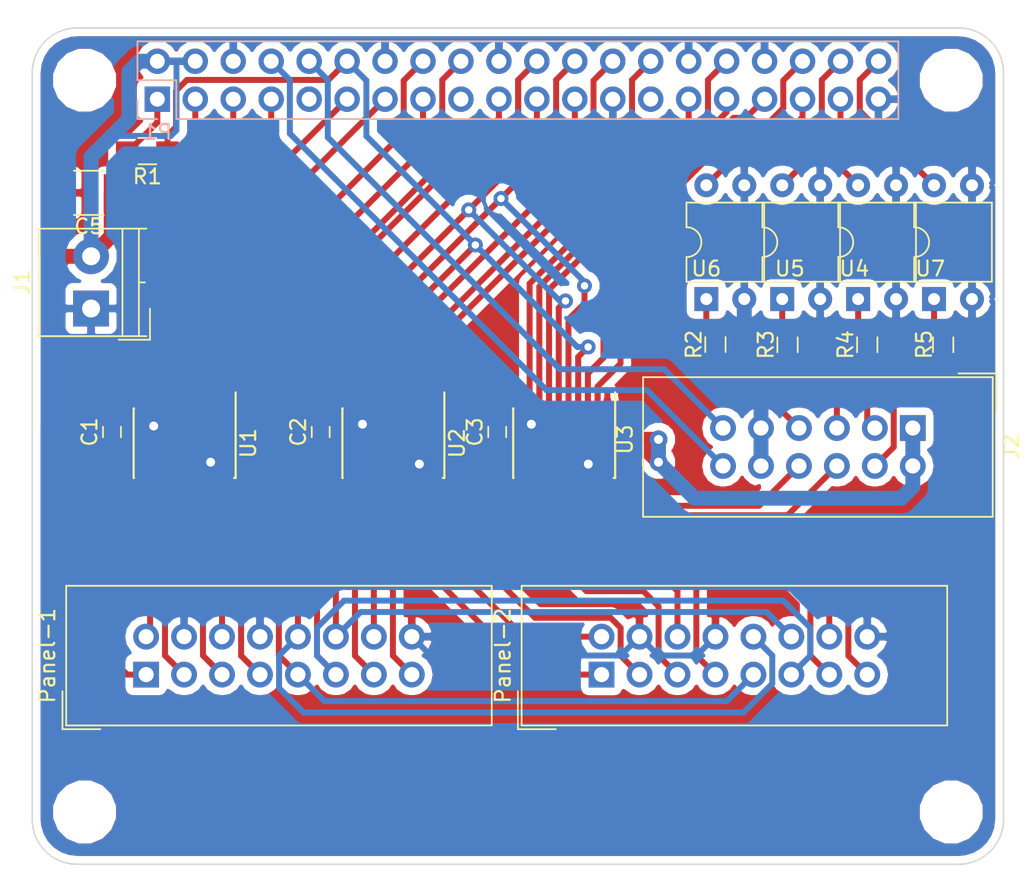
<source format=kicad_pcb>
(kicad_pcb (version 20171130) (host pcbnew "(6.0.0-rc1-dev-995-gf1b2855e8)")

  (general
    (thickness 1.6)
    (drawings 11)
    (tracks 426)
    (zones 0)
    (modules 25)
    (nets 66)
  )

  (page A3)
  (title_block
    (date "15 nov 2012")
  )

  (layers
    (0 F.Cu signal)
    (31 B.Cu signal)
    (32 B.Adhes user)
    (33 F.Adhes user)
    (34 B.Paste user)
    (35 F.Paste user)
    (36 B.SilkS user)
    (37 F.SilkS user)
    (38 B.Mask user)
    (39 F.Mask user)
    (40 Dwgs.User user)
    (41 Cmts.User user)
    (42 Eco1.User user)
    (43 Eco2.User user)
    (44 Edge.Cuts user)
    (45 Margin user)
    (46 B.CrtYd user)
    (47 F.CrtYd user)
    (48 B.Fab user)
    (49 F.Fab user)
  )

  (setup
    (last_trace_width 0.4)
    (user_trace_width 0.4)
    (user_trace_width 0.5)
    (user_trace_width 1)
    (trace_clearance 0.2)
    (zone_clearance 0.508)
    (zone_45_only no)
    (trace_min 0.1524)
    (via_size 1)
    (via_drill 0.5)
    (via_min_size 0.8)
    (via_min_drill 0.5)
    (uvia_size 0.5)
    (uvia_drill 0.1)
    (uvias_allowed no)
    (uvia_min_size 0.5)
    (uvia_min_drill 0.1)
    (edge_width 0.1)
    (segment_width 0.1)
    (pcb_text_width 0.15)
    (pcb_text_size 1 1)
    (mod_edge_width 0.15)
    (mod_text_size 1 1)
    (mod_text_width 0.15)
    (pad_size 2.5 2.5)
    (pad_drill 2.5)
    (pad_to_mask_clearance 0)
    (solder_mask_min_width 0.25)
    (aux_axis_origin 200 150)
    (grid_origin 200 150)
    (visible_elements 7FFFFFFF)
    (pcbplotparams
      (layerselection 0x00030_80000001)
      (usegerberextensions true)
      (usegerberattributes false)
      (usegerberadvancedattributes false)
      (creategerberjobfile false)
      (excludeedgelayer true)
      (linewidth 0.150000)
      (plotframeref false)
      (viasonmask false)
      (mode 1)
      (useauxorigin false)
      (hpglpennumber 1)
      (hpglpenspeed 20)
      (hpglpendiameter 15.000000)
      (psnegative false)
      (psa4output false)
      (plotreference true)
      (plotvalue true)
      (plotinvisibletext false)
      (padsonsilk false)
      (subtractmaskfromsilk false)
      (outputformat 1)
      (mirror false)
      (drillshape 1)
      (scaleselection 1)
      (outputdirectory ""))
  )

  (net 0 "")
  (net 1 GND)
  (net 2 VCC)
  (net 3 "Net-(P1-Pad1)")
  (net 4 strobe)
  (net 5 clock)
  (net 6 OE)
  (net 7 p0_g1)
  (net 8 row_A)
  (net 9 row_B)
  (net 10 "Net-(P1-Pad17)")
  (net 11 row_C)
  (net 12 p0_b2)
  (net 13 p0_g2)
  (net 14 row_D)
  (net 15 p0_r1)
  (net 16 p0_r2)
  (net 17 p0_b1)
  (net 18 "Net-(P1-Pad27)")
  (net 19 p1_g1)
  (net 20 p1_b1)
  (net 21 p1_r1)
  (net 22 p1_g2)
  (net 23 p1_r2)
  (net 24 p1_b2)
  (net 25 OE_buff_0)
  (net 26 strobe_buff_0)
  (net 27 clock_buff_0)
  (net 28 row_D_buff)
  (net 29 row_C_buff)
  (net 30 row_B_buff)
  (net 31 row_A_buff)
  (net 32 p0_b2_buff)
  (net 33 p0_g2_buff)
  (net 34 p0_r2_buff)
  (net 35 p0_b1_buff)
  (net 36 p0_g1_buff)
  (net 37 p0_r1_buff)
  (net 38 OE_buff_1)
  (net 39 strobe_buff_1)
  (net 40 clock_buff_1)
  (net 41 p1_b2_buff)
  (net 42 p1_g2_buf)
  (net 43 p1_r2_buff)
  (net 44 p1_b1_buff)
  (net 45 p1_g1_buff)
  (net 46 p1_r1_buff)
  (net 47 "Net-(R2-Pad2)")
  (net 48 "Net-(R3-Pad2)")
  (net 49 "Net-(R4-Pad2)")
  (net 50 "Net-(R5-Pad1)")
  (net 51 "Net-(J2-Pad7)")
  (net 52 "Net-(J2-Pad5)")
  (net 53 "Net-(J2-Pad4)")
  (net 54 "Net-(J2-Pad3)")
  (net 55 TxD)
  (net 56 RxD)
  (net 57 RL-Trigger-On_buff)
  (net 58 RL-Trigger-Off_buff)
  (net 59 But-On)
  (net 60 But-Off)
  (net 61 EStopSense)
  (net 62 SenseRelay)
  (net 63 RL-Trigger-Off)
  (net 64 RL-Trigger-On)
  (net 65 "Net-(P1-Pad9)")

  (net_class Default "This is the default net class."
    (clearance 0.2)
    (trace_width 0.4)
    (via_dia 1)
    (via_drill 0.5)
    (uvia_dia 0.5)
    (uvia_drill 0.1)
    (add_net But-Off)
    (add_net But-On)
    (add_net EStopSense)
    (add_net GND)
    (add_net "Net-(J2-Pad3)")
    (add_net "Net-(J2-Pad4)")
    (add_net "Net-(J2-Pad5)")
    (add_net "Net-(J2-Pad7)")
    (add_net "Net-(P1-Pad1)")
    (add_net "Net-(P1-Pad17)")
    (add_net "Net-(P1-Pad27)")
    (add_net "Net-(P1-Pad9)")
    (add_net "Net-(R2-Pad2)")
    (add_net "Net-(R3-Pad2)")
    (add_net "Net-(R4-Pad2)")
    (add_net "Net-(R5-Pad1)")
    (add_net OE)
    (add_net OE_buff_0)
    (add_net OE_buff_1)
    (add_net RL-Trigger-Off)
    (add_net RL-Trigger-Off_buff)
    (add_net RL-Trigger-On)
    (add_net RL-Trigger-On_buff)
    (add_net RxD)
    (add_net SenseRelay)
    (add_net TxD)
    (add_net VCC)
    (add_net clock)
    (add_net clock_buff_0)
    (add_net clock_buff_1)
    (add_net p0_b1)
    (add_net p0_b1_buff)
    (add_net p0_b2)
    (add_net p0_b2_buff)
    (add_net p0_g1)
    (add_net p0_g1_buff)
    (add_net p0_g2)
    (add_net p0_g2_buff)
    (add_net p0_r1)
    (add_net p0_r1_buff)
    (add_net p0_r2)
    (add_net p0_r2_buff)
    (add_net p1_b1)
    (add_net p1_b1_buff)
    (add_net p1_b2)
    (add_net p1_b2_buff)
    (add_net p1_g1)
    (add_net p1_g1_buff)
    (add_net p1_g2)
    (add_net p1_g2_buf)
    (add_net p1_r1)
    (add_net p1_r1_buff)
    (add_net p1_r2)
    (add_net p1_r2_buff)
    (add_net row_A)
    (add_net row_A_buff)
    (add_net row_B)
    (add_net row_B_buff)
    (add_net row_C)
    (add_net row_C_buff)
    (add_net row_D)
    (add_net row_D_buff)
    (add_net strobe)
    (add_net strobe_buff_0)
    (add_net strobe_buff_1)
  )

  (net_class Power ""
    (clearance 0.2)
    (trace_width 0.5)
    (via_dia 1)
    (via_drill 0.7)
    (uvia_dia 0.5)
    (uvia_drill 0.1)
  )

  (module Capacitors_SMD:C_0603 (layer F.Cu) (tedit 59958EE7) (tstamp 5BCFAE8E)
    (at 231.115 121.056 90)
    (descr "Capacitor SMD 0603, reflow soldering, AVX (see smccp.pdf)")
    (tags "capacitor 0603")
    (path /54ECBF0A)
    (attr smd)
    (fp_text reference C3 (at 0 -1.5 90) (layer F.SilkS)
      (effects (font (size 1 1) (thickness 0.15)))
    )
    (fp_text value 100n (at 0 1.5 90) (layer F.Fab)
      (effects (font (size 1 1) (thickness 0.15)))
    )
    (fp_text user %R (at 0 0 90) (layer F.Fab)
      (effects (font (size 0.3 0.3) (thickness 0.075)))
    )
    (fp_line (start -0.8 0.4) (end -0.8 -0.4) (layer F.Fab) (width 0.1))
    (fp_line (start 0.8 0.4) (end -0.8 0.4) (layer F.Fab) (width 0.1))
    (fp_line (start 0.8 -0.4) (end 0.8 0.4) (layer F.Fab) (width 0.1))
    (fp_line (start -0.8 -0.4) (end 0.8 -0.4) (layer F.Fab) (width 0.1))
    (fp_line (start -0.35 -0.6) (end 0.35 -0.6) (layer F.SilkS) (width 0.12))
    (fp_line (start 0.35 0.6) (end -0.35 0.6) (layer F.SilkS) (width 0.12))
    (fp_line (start -1.4 -0.65) (end 1.4 -0.65) (layer F.CrtYd) (width 0.05))
    (fp_line (start -1.4 -0.65) (end -1.4 0.65) (layer F.CrtYd) (width 0.05))
    (fp_line (start 1.4 0.65) (end 1.4 -0.65) (layer F.CrtYd) (width 0.05))
    (fp_line (start 1.4 0.65) (end -1.4 0.65) (layer F.CrtYd) (width 0.05))
    (pad 1 smd rect (at -0.75 0 90) (size 0.8 0.75) (layers F.Cu F.Paste F.Mask)
      (net 2 VCC))
    (pad 2 smd rect (at 0.75 0 90) (size 0.8 0.75) (layers F.Cu F.Paste F.Mask)
      (net 1 GND))
    (model Capacitors_SMD.3dshapes/C_0603.wrl
      (at (xyz 0 0 0))
      (scale (xyz 1 1 1))
      (rotate (xyz 0 0 0))
    )
  )

  (module Capacitors_SMD:C_0603 (layer F.Cu) (tedit 59958EE7) (tstamp 5BCFAE7D)
    (at 219.304 121.056 90)
    (descr "Capacitor SMD 0603, reflow soldering, AVX (see smccp.pdf)")
    (tags "capacitor 0603")
    (path /54ECBEE4)
    (attr smd)
    (fp_text reference C2 (at 0 -1.5 90) (layer F.SilkS)
      (effects (font (size 1 1) (thickness 0.15)))
    )
    (fp_text value 100n (at 0 1.5 90) (layer F.Fab)
      (effects (font (size 1 1) (thickness 0.15)))
    )
    (fp_text user %R (at 0 0 90) (layer F.Fab)
      (effects (font (size 0.3 0.3) (thickness 0.075)))
    )
    (fp_line (start -0.8 0.4) (end -0.8 -0.4) (layer F.Fab) (width 0.1))
    (fp_line (start 0.8 0.4) (end -0.8 0.4) (layer F.Fab) (width 0.1))
    (fp_line (start 0.8 -0.4) (end 0.8 0.4) (layer F.Fab) (width 0.1))
    (fp_line (start -0.8 -0.4) (end 0.8 -0.4) (layer F.Fab) (width 0.1))
    (fp_line (start -0.35 -0.6) (end 0.35 -0.6) (layer F.SilkS) (width 0.12))
    (fp_line (start 0.35 0.6) (end -0.35 0.6) (layer F.SilkS) (width 0.12))
    (fp_line (start -1.4 -0.65) (end 1.4 -0.65) (layer F.CrtYd) (width 0.05))
    (fp_line (start -1.4 -0.65) (end -1.4 0.65) (layer F.CrtYd) (width 0.05))
    (fp_line (start 1.4 0.65) (end 1.4 -0.65) (layer F.CrtYd) (width 0.05))
    (fp_line (start 1.4 0.65) (end -1.4 0.65) (layer F.CrtYd) (width 0.05))
    (pad 1 smd rect (at -0.75 0 90) (size 0.8 0.75) (layers F.Cu F.Paste F.Mask)
      (net 2 VCC))
    (pad 2 smd rect (at 0.75 0 90) (size 0.8 0.75) (layers F.Cu F.Paste F.Mask)
      (net 1 GND))
    (model Capacitors_SMD.3dshapes/C_0603.wrl
      (at (xyz 0 0 0))
      (scale (xyz 1 1 1))
      (rotate (xyz 0 0 0))
    )
  )

  (module Capacitors_SMD:C_0603 (layer F.Cu) (tedit 59958EE7) (tstamp 5BCFAE6C)
    (at 205.334 121.056 90)
    (descr "Capacitor SMD 0603, reflow soldering, AVX (see smccp.pdf)")
    (tags "capacitor 0603")
    (path /54ECBE4F)
    (attr smd)
    (fp_text reference C1 (at 0 -1.5 90) (layer F.SilkS)
      (effects (font (size 1 1) (thickness 0.15)))
    )
    (fp_text value 100n (at 0 1.5 90) (layer F.Fab)
      (effects (font (size 1 1) (thickness 0.15)))
    )
    (fp_text user %R (at 0 0 90) (layer F.Fab)
      (effects (font (size 0.3 0.3) (thickness 0.075)))
    )
    (fp_line (start -0.8 0.4) (end -0.8 -0.4) (layer F.Fab) (width 0.1))
    (fp_line (start 0.8 0.4) (end -0.8 0.4) (layer F.Fab) (width 0.1))
    (fp_line (start 0.8 -0.4) (end 0.8 0.4) (layer F.Fab) (width 0.1))
    (fp_line (start -0.8 -0.4) (end 0.8 -0.4) (layer F.Fab) (width 0.1))
    (fp_line (start -0.35 -0.6) (end 0.35 -0.6) (layer F.SilkS) (width 0.12))
    (fp_line (start 0.35 0.6) (end -0.35 0.6) (layer F.SilkS) (width 0.12))
    (fp_line (start -1.4 -0.65) (end 1.4 -0.65) (layer F.CrtYd) (width 0.05))
    (fp_line (start -1.4 -0.65) (end -1.4 0.65) (layer F.CrtYd) (width 0.05))
    (fp_line (start 1.4 0.65) (end 1.4 -0.65) (layer F.CrtYd) (width 0.05))
    (fp_line (start 1.4 0.65) (end -1.4 0.65) (layer F.CrtYd) (width 0.05))
    (pad 1 smd rect (at -0.75 0 90) (size 0.8 0.75) (layers F.Cu F.Paste F.Mask)
      (net 2 VCC))
    (pad 2 smd rect (at 0.75 0 90) (size 0.8 0.75) (layers F.Cu F.Paste F.Mask)
      (net 1 GND))
    (model Capacitors_SMD.3dshapes/C_0603.wrl
      (at (xyz 0 0 0))
      (scale (xyz 1 1 1))
      (rotate (xyz 0 0 0))
    )
  )

  (module Housings_DIP:DIP-4_W7.62mm (layer F.Cu) (tedit 59C78D6B) (tstamp 5BD1CEC2)
    (at 255.27 112.154 90)
    (descr "4-lead though-hole mounted DIP package, row spacing 7.62 mm (300 mils)")
    (tags "THT DIP DIL PDIP 2.54mm 7.62mm 300mil")
    (path /5BD2EA83)
    (fp_text reference U4 (at 2.032 -0.254 180) (layer F.SilkS)
      (effects (font (size 1 1) (thickness 0.15)))
    )
    (fp_text value PC817 (at 3.81 4.87 90) (layer F.Fab)
      (effects (font (size 1 1) (thickness 0.15)))
    )
    (fp_text user %R (at 3.81 1.27 90) (layer F.Fab)
      (effects (font (size 1 1) (thickness 0.15)))
    )
    (fp_line (start 8.7 -1.55) (end -1.1 -1.55) (layer F.CrtYd) (width 0.05))
    (fp_line (start 8.7 4.1) (end 8.7 -1.55) (layer F.CrtYd) (width 0.05))
    (fp_line (start -1.1 4.1) (end 8.7 4.1) (layer F.CrtYd) (width 0.05))
    (fp_line (start -1.1 -1.55) (end -1.1 4.1) (layer F.CrtYd) (width 0.05))
    (fp_line (start 6.46 -1.33) (end 4.81 -1.33) (layer F.SilkS) (width 0.12))
    (fp_line (start 6.46 3.87) (end 6.46 -1.33) (layer F.SilkS) (width 0.12))
    (fp_line (start 1.16 3.87) (end 6.46 3.87) (layer F.SilkS) (width 0.12))
    (fp_line (start 1.16 -1.33) (end 1.16 3.87) (layer F.SilkS) (width 0.12))
    (fp_line (start 2.81 -1.33) (end 1.16 -1.33) (layer F.SilkS) (width 0.12))
    (fp_line (start 0.635 -0.27) (end 1.635 -1.27) (layer F.Fab) (width 0.1))
    (fp_line (start 0.635 3.81) (end 0.635 -0.27) (layer F.Fab) (width 0.1))
    (fp_line (start 6.985 3.81) (end 0.635 3.81) (layer F.Fab) (width 0.1))
    (fp_line (start 6.985 -1.27) (end 6.985 3.81) (layer F.Fab) (width 0.1))
    (fp_line (start 1.635 -1.27) (end 6.985 -1.27) (layer F.Fab) (width 0.1))
    (fp_arc (start 3.81 -1.33) (end 2.81 -1.33) (angle -180) (layer F.SilkS) (width 0.12))
    (pad 4 thru_hole oval (at 7.62 0 90) (size 1.6 1.6) (drill 0.8) (layers *.Cu *.Mask)
      (net 61 EStopSense))
    (pad 2 thru_hole oval (at 0 2.54 90) (size 1.6 1.6) (drill 0.8) (layers *.Cu *.Mask)
      (net 1 GND))
    (pad 3 thru_hole oval (at 7.62 2.54 90) (size 1.6 1.6) (drill 0.8) (layers *.Cu *.Mask)
      (net 1 GND))
    (pad 1 thru_hole rect (at 0 0 90) (size 1.6 1.6) (drill 0.8) (layers *.Cu *.Mask)
      (net 49 "Net-(R4-Pad2)"))
    (model ${KISYS3DMOD}/Housings_DIP.3dshapes/DIP-4_W7.62mm.wrl
      (at (xyz 0 0 0))
      (scale (xyz 1 1 1))
      (rotate (xyz 0 0 0))
    )
  )

  (module Resistors_SMD:R_0603 (layer F.Cu) (tedit 58E0A804) (tstamp 5BD1E35A)
    (at 260.96 115.214 270)
    (descr "Resistor SMD 0603, reflow soldering, Vishay (see dcrcw.pdf)")
    (tags "resistor 0603")
    (path /5BD2DC27)
    (attr smd)
    (fp_text reference R5 (at -0.012 1.27 270) (layer F.SilkS)
      (effects (font (size 1 1) (thickness 0.15)))
    )
    (fp_text value R (at 0 1.5 270) (layer F.Fab)
      (effects (font (size 1 1) (thickness 0.15)))
    )
    (fp_line (start 1.25 0.7) (end -1.25 0.7) (layer F.CrtYd) (width 0.05))
    (fp_line (start 1.25 0.7) (end 1.25 -0.7) (layer F.CrtYd) (width 0.05))
    (fp_line (start -1.25 -0.7) (end -1.25 0.7) (layer F.CrtYd) (width 0.05))
    (fp_line (start -1.25 -0.7) (end 1.25 -0.7) (layer F.CrtYd) (width 0.05))
    (fp_line (start -0.5 -0.68) (end 0.5 -0.68) (layer F.SilkS) (width 0.12))
    (fp_line (start 0.5 0.68) (end -0.5 0.68) (layer F.SilkS) (width 0.12))
    (fp_line (start -0.8 -0.4) (end 0.8 -0.4) (layer F.Fab) (width 0.1))
    (fp_line (start 0.8 -0.4) (end 0.8 0.4) (layer F.Fab) (width 0.1))
    (fp_line (start 0.8 0.4) (end -0.8 0.4) (layer F.Fab) (width 0.1))
    (fp_line (start -0.8 0.4) (end -0.8 -0.4) (layer F.Fab) (width 0.1))
    (fp_text user %R (at 0 0 270) (layer F.Fab)
      (effects (font (size 0.4 0.4) (thickness 0.075)))
    )
    (pad 2 smd rect (at 0.75 0 270) (size 0.5 0.9) (layers F.Cu F.Paste F.Mask)
      (net 53 "Net-(J2-Pad4)"))
    (pad 1 smd rect (at -0.75 0 270) (size 0.5 0.9) (layers F.Cu F.Paste F.Mask)
      (net 50 "Net-(R5-Pad1)"))
    (model ${KISYS3DMOD}/Resistors_SMD.3dshapes/R_0603.wrl
      (at (xyz 0 0 0))
      (scale (xyz 1 1 1))
      (rotate (xyz 0 0 0))
    )
  )

  (module Resistors_SMD:R_0603 (layer F.Cu) (tedit 58E0A804) (tstamp 5BD125E5)
    (at 245.72 115.202 90)
    (descr "Resistor SMD 0603, reflow soldering, Vishay (see dcrcw.pdf)")
    (tags "resistor 0603")
    (path /5BD319AB)
    (attr smd)
    (fp_text reference R2 (at 0 -1.45 90) (layer F.SilkS)
      (effects (font (size 1 1) (thickness 0.15)))
    )
    (fp_text value R (at 0 1.5 90) (layer F.Fab)
      (effects (font (size 1 1) (thickness 0.15)))
    )
    (fp_line (start 1.25 0.7) (end -1.25 0.7) (layer F.CrtYd) (width 0.05))
    (fp_line (start 1.25 0.7) (end 1.25 -0.7) (layer F.CrtYd) (width 0.05))
    (fp_line (start -1.25 -0.7) (end -1.25 0.7) (layer F.CrtYd) (width 0.05))
    (fp_line (start -1.25 -0.7) (end 1.25 -0.7) (layer F.CrtYd) (width 0.05))
    (fp_line (start -0.5 -0.68) (end 0.5 -0.68) (layer F.SilkS) (width 0.12))
    (fp_line (start 0.5 0.68) (end -0.5 0.68) (layer F.SilkS) (width 0.12))
    (fp_line (start -0.8 -0.4) (end 0.8 -0.4) (layer F.Fab) (width 0.1))
    (fp_line (start 0.8 -0.4) (end 0.8 0.4) (layer F.Fab) (width 0.1))
    (fp_line (start 0.8 0.4) (end -0.8 0.4) (layer F.Fab) (width 0.1))
    (fp_line (start -0.8 0.4) (end -0.8 -0.4) (layer F.Fab) (width 0.1))
    (fp_text user %R (at 0 0 90) (layer F.Fab)
      (effects (font (size 0.4 0.4) (thickness 0.075)))
    )
    (pad 2 smd rect (at 0.75 0 90) (size 0.5 0.9) (layers F.Cu F.Paste F.Mask)
      (net 47 "Net-(R2-Pad2)"))
    (pad 1 smd rect (at -0.75 0 90) (size 0.5 0.9) (layers F.Cu F.Paste F.Mask)
      (net 51 "Net-(J2-Pad7)"))
    (model ${KISYS3DMOD}/Resistors_SMD.3dshapes/R_0603.wrl
      (at (xyz 0 0 0))
      (scale (xyz 1 1 1))
      (rotate (xyz 0 0 0))
    )
  )

  (module Resistors_SMD:R_0603 (layer F.Cu) (tedit 58E0A804) (tstamp 5BD126F3)
    (at 250.546 115.214 90)
    (descr "Resistor SMD 0603, reflow soldering, Vishay (see dcrcw.pdf)")
    (tags "resistor 0603")
    (path /5BD315A0)
    (attr smd)
    (fp_text reference R3 (at 0 -1.45 90) (layer F.SilkS)
      (effects (font (size 1 1) (thickness 0.15)))
    )
    (fp_text value R (at 0 1.5 90) (layer F.Fab)
      (effects (font (size 1 1) (thickness 0.15)))
    )
    (fp_line (start 1.25 0.7) (end -1.25 0.7) (layer F.CrtYd) (width 0.05))
    (fp_line (start 1.25 0.7) (end 1.25 -0.7) (layer F.CrtYd) (width 0.05))
    (fp_line (start -1.25 -0.7) (end -1.25 0.7) (layer F.CrtYd) (width 0.05))
    (fp_line (start -1.25 -0.7) (end 1.25 -0.7) (layer F.CrtYd) (width 0.05))
    (fp_line (start -0.5 -0.68) (end 0.5 -0.68) (layer F.SilkS) (width 0.12))
    (fp_line (start 0.5 0.68) (end -0.5 0.68) (layer F.SilkS) (width 0.12))
    (fp_line (start -0.8 -0.4) (end 0.8 -0.4) (layer F.Fab) (width 0.1))
    (fp_line (start 0.8 -0.4) (end 0.8 0.4) (layer F.Fab) (width 0.1))
    (fp_line (start 0.8 0.4) (end -0.8 0.4) (layer F.Fab) (width 0.1))
    (fp_line (start -0.8 0.4) (end -0.8 -0.4) (layer F.Fab) (width 0.1))
    (fp_text user %R (at 0 0 90) (layer F.Fab)
      (effects (font (size 0.4 0.4) (thickness 0.075)))
    )
    (pad 2 smd rect (at 0.75 0 90) (size 0.5 0.9) (layers F.Cu F.Paste F.Mask)
      (net 48 "Net-(R3-Pad2)"))
    (pad 1 smd rect (at -0.75 0 90) (size 0.5 0.9) (layers F.Cu F.Paste F.Mask)
      (net 52 "Net-(J2-Pad5)"))
    (model ${KISYS3DMOD}/Resistors_SMD.3dshapes/R_0603.wrl
      (at (xyz 0 0 0))
      (scale (xyz 1 1 1))
      (rotate (xyz 0 0 0))
    )
  )

  (module Resistors_SMD:R_0603 (layer F.Cu) (tedit 58E0A804) (tstamp 5BD12840)
    (at 255.88 115.214 90)
    (descr "Resistor SMD 0603, reflow soldering, Vishay (see dcrcw.pdf)")
    (tags "resistor 0603")
    (path /5BD312B4)
    (attr smd)
    (fp_text reference R4 (at 0 -1.45 90) (layer F.SilkS)
      (effects (font (size 1 1) (thickness 0.15)))
    )
    (fp_text value R (at 0 1.5 90) (layer F.Fab)
      (effects (font (size 1 1) (thickness 0.15)))
    )
    (fp_line (start 1.25 0.7) (end -1.25 0.7) (layer F.CrtYd) (width 0.05))
    (fp_line (start 1.25 0.7) (end 1.25 -0.7) (layer F.CrtYd) (width 0.05))
    (fp_line (start -1.25 -0.7) (end -1.25 0.7) (layer F.CrtYd) (width 0.05))
    (fp_line (start -1.25 -0.7) (end 1.25 -0.7) (layer F.CrtYd) (width 0.05))
    (fp_line (start -0.5 -0.68) (end 0.5 -0.68) (layer F.SilkS) (width 0.12))
    (fp_line (start 0.5 0.68) (end -0.5 0.68) (layer F.SilkS) (width 0.12))
    (fp_line (start -0.8 -0.4) (end 0.8 -0.4) (layer F.Fab) (width 0.1))
    (fp_line (start 0.8 -0.4) (end 0.8 0.4) (layer F.Fab) (width 0.1))
    (fp_line (start 0.8 0.4) (end -0.8 0.4) (layer F.Fab) (width 0.1))
    (fp_line (start -0.8 0.4) (end -0.8 -0.4) (layer F.Fab) (width 0.1))
    (fp_text user %R (at 0 0 90) (layer F.Fab)
      (effects (font (size 0.4 0.4) (thickness 0.075)))
    )
    (pad 2 smd rect (at 0.75 0 90) (size 0.5 0.9) (layers F.Cu F.Paste F.Mask)
      (net 49 "Net-(R4-Pad2)"))
    (pad 1 smd rect (at -0.75 0 90) (size 0.5 0.9) (layers F.Cu F.Paste F.Mask)
      (net 54 "Net-(J2-Pad3)"))
    (model ${KISYS3DMOD}/Resistors_SMD.3dshapes/R_0603.wrl
      (at (xyz 0 0 0))
      (scale (xyz 1 1 1))
      (rotate (xyz 0 0 0))
    )
  )

  (module Connectors_IDC:IDC-Header_2x06_Pitch2.54mm_Straight (layer F.Cu) (tedit 59DE051E) (tstamp 5BD12691)
    (at 258.928 120.79 270)
    (descr "12 pins through hole IDC header")
    (tags "IDC header socket VASCH")
    (path /5BD23E30)
    (fp_text reference J2 (at 1.27 -6.604 270) (layer F.SilkS)
      (effects (font (size 1 1) (thickness 0.15)))
    )
    (fp_text value Conn_02x06_Odd_Even (at 1.27 19.304 270) (layer F.Fab)
      (effects (font (size 1 1) (thickness 0.15)))
    )
    (fp_line (start -3.655 -5.6) (end -1.115 -5.6) (layer F.SilkS) (width 0.12))
    (fp_line (start -3.655 -5.6) (end -3.655 -3.06) (layer F.SilkS) (width 0.12))
    (fp_line (start -3.405 -5.35) (end 5.945 -5.35) (layer F.SilkS) (width 0.12))
    (fp_line (start -3.405 18.05) (end -3.405 -5.35) (layer F.SilkS) (width 0.12))
    (fp_line (start 5.945 18.05) (end -3.405 18.05) (layer F.SilkS) (width 0.12))
    (fp_line (start 5.945 -5.35) (end 5.945 18.05) (layer F.SilkS) (width 0.12))
    (fp_line (start -3.91 -5.85) (end 6.2 -5.85) (layer F.CrtYd) (width 0.05))
    (fp_line (start -3.91 18.3) (end -3.91 -5.85) (layer F.CrtYd) (width 0.05))
    (fp_line (start 6.2 18.3) (end -3.91 18.3) (layer F.CrtYd) (width 0.05))
    (fp_line (start 6.2 -5.85) (end 6.2 18.3) (layer F.CrtYd) (width 0.05))
    (fp_line (start -3.155 17.8) (end -2.605 17.24) (layer F.Fab) (width 0.1))
    (fp_line (start -3.155 -5.1) (end -2.605 -4.56) (layer F.Fab) (width 0.1))
    (fp_line (start 5.695 17.8) (end 5.145 17.24) (layer F.Fab) (width 0.1))
    (fp_line (start 5.695 -5.1) (end 5.145 -4.56) (layer F.Fab) (width 0.1))
    (fp_line (start 5.145 17.24) (end -2.605 17.24) (layer F.Fab) (width 0.1))
    (fp_line (start 5.695 17.8) (end -3.155 17.8) (layer F.Fab) (width 0.1))
    (fp_line (start 5.145 -4.56) (end -2.605 -4.56) (layer F.Fab) (width 0.1))
    (fp_line (start 5.695 -5.1) (end -3.155 -5.1) (layer F.Fab) (width 0.1))
    (fp_line (start -2.605 8.6) (end -3.155 8.6) (layer F.Fab) (width 0.1))
    (fp_line (start -2.605 4.1) (end -3.155 4.1) (layer F.Fab) (width 0.1))
    (fp_line (start -2.605 8.6) (end -2.605 17.24) (layer F.Fab) (width 0.1))
    (fp_line (start -2.605 -4.56) (end -2.605 4.1) (layer F.Fab) (width 0.1))
    (fp_line (start -3.155 -5.1) (end -3.155 17.8) (layer F.Fab) (width 0.1))
    (fp_line (start 5.145 -4.56) (end 5.145 17.24) (layer F.Fab) (width 0.1))
    (fp_line (start 5.695 -5.1) (end 5.695 17.8) (layer F.Fab) (width 0.1))
    (fp_text user %R (at 1.27 6.35 270) (layer F.Fab)
      (effects (font (size 1 1) (thickness 0.15)))
    )
    (pad 12 thru_hole oval (at 2.54 12.7 270) (size 1.7272 1.7272) (drill 1.016) (layers *.Cu *.Mask)
      (net 55 TxD))
    (pad 11 thru_hole oval (at 0 12.7 270) (size 1.7272 1.7272) (drill 1.016) (layers *.Cu *.Mask)
      (net 56 RxD))
    (pad 10 thru_hole oval (at 2.54 10.16 270) (size 1.7272 1.7272) (drill 1.016) (layers *.Cu *.Mask)
      (net 1 GND))
    (pad 9 thru_hole oval (at 0 10.16 270) (size 1.7272 1.7272) (drill 1.016) (layers *.Cu *.Mask)
      (net 1 GND))
    (pad 8 thru_hole oval (at 2.54 7.62 270) (size 1.7272 1.7272) (drill 1.016) (layers *.Cu *.Mask)
      (net 57 RL-Trigger-On_buff))
    (pad 7 thru_hole oval (at 0 7.62 270) (size 1.7272 1.7272) (drill 1.016) (layers *.Cu *.Mask)
      (net 51 "Net-(J2-Pad7)"))
    (pad 6 thru_hole oval (at 2.54 5.08 270) (size 1.7272 1.7272) (drill 1.016) (layers *.Cu *.Mask)
      (net 58 RL-Trigger-Off_buff))
    (pad 5 thru_hole oval (at 0 5.08 270) (size 1.7272 1.7272) (drill 1.016) (layers *.Cu *.Mask)
      (net 52 "Net-(J2-Pad5)"))
    (pad 4 thru_hole oval (at 2.54 2.54 270) (size 1.7272 1.7272) (drill 1.016) (layers *.Cu *.Mask)
      (net 53 "Net-(J2-Pad4)"))
    (pad 3 thru_hole oval (at 0 2.54 270) (size 1.7272 1.7272) (drill 1.016) (layers *.Cu *.Mask)
      (net 54 "Net-(J2-Pad3)"))
    (pad 2 thru_hole oval (at 2.54 0 270) (size 1.7272 1.7272) (drill 1.016) (layers *.Cu *.Mask)
      (net 2 VCC))
    (pad 1 thru_hole rect (at 0 0 270) (size 1.7272 1.7272) (drill 1.016) (layers *.Cu *.Mask)
      (net 2 VCC))
    (model ${KISYS3DMOD}/Connectors_IDC.3dshapes/IDC-Header_2x06_Pitch2.54mm_Straight.wrl
      (at (xyz 0 0 0))
      (scale (xyz 1 1 1))
      (rotate (xyz 0 0 0))
    )
  )

  (module Housings_DIP:DIP-4_W7.62mm (layer F.Cu) (tedit 59C78D6B) (tstamp 5BD1262B)
    (at 260.35 112.154 90)
    (descr "4-lead though-hole mounted DIP package, row spacing 7.62 mm (300 mils)")
    (tags "THT DIP DIL PDIP 2.54mm 7.62mm 300mil")
    (path /5BD22449)
    (fp_text reference U7 (at 2.032 -0.254 180) (layer F.SilkS)
      (effects (font (size 1 1) (thickness 0.15)))
    )
    (fp_text value PC817 (at 3.81 4.87 90) (layer F.Fab)
      (effects (font (size 1 1) (thickness 0.15)))
    )
    (fp_text user %R (at 3.81 1.27 90) (layer F.Fab)
      (effects (font (size 1 1) (thickness 0.15)))
    )
    (fp_line (start 8.7 -1.55) (end -1.1 -1.55) (layer F.CrtYd) (width 0.05))
    (fp_line (start 8.7 4.1) (end 8.7 -1.55) (layer F.CrtYd) (width 0.05))
    (fp_line (start -1.1 4.1) (end 8.7 4.1) (layer F.CrtYd) (width 0.05))
    (fp_line (start -1.1 -1.55) (end -1.1 4.1) (layer F.CrtYd) (width 0.05))
    (fp_line (start 6.46 -1.33) (end 4.81 -1.33) (layer F.SilkS) (width 0.12))
    (fp_line (start 6.46 3.87) (end 6.46 -1.33) (layer F.SilkS) (width 0.12))
    (fp_line (start 1.16 3.87) (end 6.46 3.87) (layer F.SilkS) (width 0.12))
    (fp_line (start 1.16 -1.33) (end 1.16 3.87) (layer F.SilkS) (width 0.12))
    (fp_line (start 2.81 -1.33) (end 1.16 -1.33) (layer F.SilkS) (width 0.12))
    (fp_line (start 0.635 -0.27) (end 1.635 -1.27) (layer F.Fab) (width 0.1))
    (fp_line (start 0.635 3.81) (end 0.635 -0.27) (layer F.Fab) (width 0.1))
    (fp_line (start 6.985 3.81) (end 0.635 3.81) (layer F.Fab) (width 0.1))
    (fp_line (start 6.985 -1.27) (end 6.985 3.81) (layer F.Fab) (width 0.1))
    (fp_line (start 1.635 -1.27) (end 6.985 -1.27) (layer F.Fab) (width 0.1))
    (fp_arc (start 3.81 -1.33) (end 2.81 -1.33) (angle -180) (layer F.SilkS) (width 0.12))
    (pad 4 thru_hole oval (at 7.62 0 90) (size 1.6 1.6) (drill 0.8) (layers *.Cu *.Mask)
      (net 62 SenseRelay))
    (pad 2 thru_hole oval (at 0 2.54 90) (size 1.6 1.6) (drill 0.8) (layers *.Cu *.Mask)
      (net 1 GND))
    (pad 3 thru_hole oval (at 7.62 2.54 90) (size 1.6 1.6) (drill 0.8) (layers *.Cu *.Mask)
      (net 1 GND))
    (pad 1 thru_hole rect (at 0 0 90) (size 1.6 1.6) (drill 0.8) (layers *.Cu *.Mask)
      (net 50 "Net-(R5-Pad1)"))
    (model ${KISYS3DMOD}/Housings_DIP.3dshapes/DIP-4_W7.62mm.wrl
      (at (xyz 0 0 0))
      (scale (xyz 1 1 1))
      (rotate (xyz 0 0 0))
    )
  )

  (module Housings_DIP:DIP-4_W7.62mm (layer F.Cu) (tedit 59C78D6B) (tstamp 5BD1276F)
    (at 245.11 112.154 90)
    (descr "4-lead though-hole mounted DIP package, row spacing 7.62 mm (300 mils)")
    (tags "THT DIP DIL PDIP 2.54mm 7.62mm 300mil")
    (path /5BD30595)
    (fp_text reference U6 (at 2.032 0 180) (layer F.SilkS)
      (effects (font (size 1 1) (thickness 0.15)))
    )
    (fp_text value PC817 (at 3.81 4.87 90) (layer F.Fab)
      (effects (font (size 1 1) (thickness 0.15)))
    )
    (fp_text user %R (at 3.81 1.27 90) (layer F.Fab)
      (effects (font (size 1 1) (thickness 0.15)))
    )
    (fp_line (start 8.7 -1.55) (end -1.1 -1.55) (layer F.CrtYd) (width 0.05))
    (fp_line (start 8.7 4.1) (end 8.7 -1.55) (layer F.CrtYd) (width 0.05))
    (fp_line (start -1.1 4.1) (end 8.7 4.1) (layer F.CrtYd) (width 0.05))
    (fp_line (start -1.1 -1.55) (end -1.1 4.1) (layer F.CrtYd) (width 0.05))
    (fp_line (start 6.46 -1.33) (end 4.81 -1.33) (layer F.SilkS) (width 0.12))
    (fp_line (start 6.46 3.87) (end 6.46 -1.33) (layer F.SilkS) (width 0.12))
    (fp_line (start 1.16 3.87) (end 6.46 3.87) (layer F.SilkS) (width 0.12))
    (fp_line (start 1.16 -1.33) (end 1.16 3.87) (layer F.SilkS) (width 0.12))
    (fp_line (start 2.81 -1.33) (end 1.16 -1.33) (layer F.SilkS) (width 0.12))
    (fp_line (start 0.635 -0.27) (end 1.635 -1.27) (layer F.Fab) (width 0.1))
    (fp_line (start 0.635 3.81) (end 0.635 -0.27) (layer F.Fab) (width 0.1))
    (fp_line (start 6.985 3.81) (end 0.635 3.81) (layer F.Fab) (width 0.1))
    (fp_line (start 6.985 -1.27) (end 6.985 3.81) (layer F.Fab) (width 0.1))
    (fp_line (start 1.635 -1.27) (end 6.985 -1.27) (layer F.Fab) (width 0.1))
    (fp_arc (start 3.81 -1.33) (end 2.81 -1.33) (angle -180) (layer F.SilkS) (width 0.12))
    (pad 4 thru_hole oval (at 7.62 0 90) (size 1.6 1.6) (drill 0.8) (layers *.Cu *.Mask)
      (net 59 But-On))
    (pad 2 thru_hole oval (at 0 2.54 90) (size 1.6 1.6) (drill 0.8) (layers *.Cu *.Mask)
      (net 1 GND))
    (pad 3 thru_hole oval (at 7.62 2.54 90) (size 1.6 1.6) (drill 0.8) (layers *.Cu *.Mask)
      (net 1 GND))
    (pad 1 thru_hole rect (at 0 0 90) (size 1.6 1.6) (drill 0.8) (layers *.Cu *.Mask)
      (net 47 "Net-(R2-Pad2)"))
    (model ${KISYS3DMOD}/Housings_DIP.3dshapes/DIP-4_W7.62mm.wrl
      (at (xyz 0 0 0))
      (scale (xyz 1 1 1))
      (rotate (xyz 0 0 0))
    )
  )

  (module Housings_DIP:DIP-4_W7.62mm (layer F.Cu) (tedit 59C78D6B) (tstamp 5BD1272A)
    (at 250.19 112.154 90)
    (descr "4-lead though-hole mounted DIP package, row spacing 7.62 mm (300 mils)")
    (tags "THT DIP DIL PDIP 2.54mm 7.62mm 300mil")
    (path /5BD2FA5E)
    (fp_text reference U5 (at 2.032 0.508 180) (layer F.SilkS)
      (effects (font (size 1 1) (thickness 0.15)))
    )
    (fp_text value PC817 (at 3.81 4.87 90) (layer F.Fab)
      (effects (font (size 1 1) (thickness 0.15)))
    )
    (fp_text user %R (at 3.81 1.27 90) (layer F.Fab)
      (effects (font (size 1 1) (thickness 0.15)))
    )
    (fp_line (start 8.7 -1.55) (end -1.1 -1.55) (layer F.CrtYd) (width 0.05))
    (fp_line (start 8.7 4.1) (end 8.7 -1.55) (layer F.CrtYd) (width 0.05))
    (fp_line (start -1.1 4.1) (end 8.7 4.1) (layer F.CrtYd) (width 0.05))
    (fp_line (start -1.1 -1.55) (end -1.1 4.1) (layer F.CrtYd) (width 0.05))
    (fp_line (start 6.46 -1.33) (end 4.81 -1.33) (layer F.SilkS) (width 0.12))
    (fp_line (start 6.46 3.87) (end 6.46 -1.33) (layer F.SilkS) (width 0.12))
    (fp_line (start 1.16 3.87) (end 6.46 3.87) (layer F.SilkS) (width 0.12))
    (fp_line (start 1.16 -1.33) (end 1.16 3.87) (layer F.SilkS) (width 0.12))
    (fp_line (start 2.81 -1.33) (end 1.16 -1.33) (layer F.SilkS) (width 0.12))
    (fp_line (start 0.635 -0.27) (end 1.635 -1.27) (layer F.Fab) (width 0.1))
    (fp_line (start 0.635 3.81) (end 0.635 -0.27) (layer F.Fab) (width 0.1))
    (fp_line (start 6.985 3.81) (end 0.635 3.81) (layer F.Fab) (width 0.1))
    (fp_line (start 6.985 -1.27) (end 6.985 3.81) (layer F.Fab) (width 0.1))
    (fp_line (start 1.635 -1.27) (end 6.985 -1.27) (layer F.Fab) (width 0.1))
    (fp_arc (start 3.81 -1.33) (end 2.81 -1.33) (angle -180) (layer F.SilkS) (width 0.12))
    (pad 4 thru_hole oval (at 7.62 0 90) (size 1.6 1.6) (drill 0.8) (layers *.Cu *.Mask)
      (net 60 But-Off))
    (pad 2 thru_hole oval (at 0 2.54 90) (size 1.6 1.6) (drill 0.8) (layers *.Cu *.Mask)
      (net 1 GND))
    (pad 3 thru_hole oval (at 7.62 2.54 90) (size 1.6 1.6) (drill 0.8) (layers *.Cu *.Mask)
      (net 1 GND))
    (pad 1 thru_hole rect (at 0 0 90) (size 1.6 1.6) (drill 0.8) (layers *.Cu *.Mask)
      (net 48 "Net-(R3-Pad2)"))
    (model ${KISYS3DMOD}/Housings_DIP.3dshapes/DIP-4_W7.62mm.wrl
      (at (xyz 0 0 0))
      (scale (xyz 1 1 1))
      (rotate (xyz 0 0 0))
    )
  )

  (module Housings_SSOP:SSOP-20_4.4x6.5mm_Pitch0.65mm (layer F.Cu) (tedit 57AFAF80) (tstamp 5BCFAFE9)
    (at 235.56 121.806 270)
    (descr "SSOP20: plastic shrink small outline package; 20 leads; body width 4.4 mm; (see NXP SSOP-TSSOP-VSO-REFLOW.pdf and sot266-1_po.pdf)")
    (tags "SSOP 0.65")
    (path /54ECB1EA)
    (attr smd)
    (fp_text reference U3 (at -0.247001 -4.105001 270) (layer F.SilkS)
      (effects (font (size 1 1) (thickness 0.15)))
    )
    (fp_text value 74HCT245 (at 0 4.3 270) (layer F.Fab)
      (effects (font (size 1 1) (thickness 0.15)))
    )
    (fp_text user %R (at 0 0 270) (layer F.Fab)
      (effects (font (size 0.8 0.8) (thickness 0.15)))
    )
    (fp_line (start -2.325 3.375) (end 2.325 3.375) (layer F.SilkS) (width 0.15))
    (fp_line (start -3.4 -3.45) (end 2.325 -3.45) (layer F.SilkS) (width 0.15))
    (fp_line (start -2.325 3.375) (end -2.325 3.35) (layer F.SilkS) (width 0.15))
    (fp_line (start 2.325 3.375) (end 2.325 3.35) (layer F.SilkS) (width 0.15))
    (fp_line (start 2.325 -3.45) (end 2.325 -3.35) (layer F.SilkS) (width 0.15))
    (fp_line (start -3.65 3.55) (end 3.65 3.55) (layer F.CrtYd) (width 0.05))
    (fp_line (start -3.65 -3.55) (end 3.65 -3.55) (layer F.CrtYd) (width 0.05))
    (fp_line (start 3.65 -3.55) (end 3.65 3.55) (layer F.CrtYd) (width 0.05))
    (fp_line (start -3.65 -3.55) (end -3.65 3.55) (layer F.CrtYd) (width 0.05))
    (fp_line (start -2.2 -2.25) (end -1.2 -3.25) (layer F.Fab) (width 0.15))
    (fp_line (start -2.2 3.25) (end -2.2 -2.25) (layer F.Fab) (width 0.15))
    (fp_line (start 2.2 3.25) (end -2.2 3.25) (layer F.Fab) (width 0.15))
    (fp_line (start 2.2 -3.25) (end 2.2 3.25) (layer F.Fab) (width 0.15))
    (fp_line (start -1.2 -3.25) (end 2.2 -3.25) (layer F.Fab) (width 0.15))
    (pad 20 smd rect (at 2.9 -2.925 270) (size 1 0.4) (layers F.Cu F.Paste F.Mask)
      (net 2 VCC))
    (pad 19 smd rect (at 2.9 -2.275 270) (size 1 0.4) (layers F.Cu F.Paste F.Mask)
      (net 1 GND))
    (pad 18 smd rect (at 2.9 -1.625 270) (size 1 0.4) (layers F.Cu F.Paste F.Mask)
      (net 57 RL-Trigger-On_buff))
    (pad 17 smd rect (at 2.9 -0.975 270) (size 1 0.4) (layers F.Cu F.Paste F.Mask)
      (net 58 RL-Trigger-Off_buff))
    (pad 16 smd rect (at 2.9 -0.325 270) (size 1 0.4) (layers F.Cu F.Paste F.Mask)
      (net 38 OE_buff_1))
    (pad 15 smd rect (at 2.9 0.325 270) (size 1 0.4) (layers F.Cu F.Paste F.Mask)
      (net 39 strobe_buff_1))
    (pad 14 smd rect (at 2.9 0.975 270) (size 1 0.4) (layers F.Cu F.Paste F.Mask)
      (net 40 clock_buff_1))
    (pad 13 smd rect (at 2.9 1.625 270) (size 1 0.4) (layers F.Cu F.Paste F.Mask)
      (net 41 p1_b2_buff))
    (pad 12 smd rect (at 2.9 2.275 270) (size 1 0.4) (layers F.Cu F.Paste F.Mask)
      (net 42 p1_g2_buf))
    (pad 11 smd rect (at 2.9 2.925 270) (size 1 0.4) (layers F.Cu F.Paste F.Mask)
      (net 43 p1_r2_buff))
    (pad 10 smd rect (at -2.9 2.925 270) (size 1 0.4) (layers F.Cu F.Paste F.Mask)
      (net 1 GND))
    (pad 9 smd rect (at -2.9 2.275 270) (size 1 0.4) (layers F.Cu F.Paste F.Mask)
      (net 23 p1_r2))
    (pad 8 smd rect (at -2.9 1.625 270) (size 1 0.4) (layers F.Cu F.Paste F.Mask)
      (net 22 p1_g2))
    (pad 7 smd rect (at -2.9 0.975 270) (size 1 0.4) (layers F.Cu F.Paste F.Mask)
      (net 24 p1_b2))
    (pad 6 smd rect (at -2.9 0.325 270) (size 1 0.4) (layers F.Cu F.Paste F.Mask)
      (net 5 clock))
    (pad 5 smd rect (at -2.9 -0.325 270) (size 1 0.4) (layers F.Cu F.Paste F.Mask)
      (net 4 strobe))
    (pad 4 smd rect (at -2.9 -0.975 270) (size 1 0.4) (layers F.Cu F.Paste F.Mask)
      (net 6 OE))
    (pad 3 smd rect (at -2.9 -1.625 270) (size 1 0.4) (layers F.Cu F.Paste F.Mask)
      (net 63 RL-Trigger-Off))
    (pad 2 smd rect (at -2.9 -2.275 270) (size 1 0.4) (layers F.Cu F.Paste F.Mask)
      (net 64 RL-Trigger-On))
    (pad 1 smd rect (at -2.9 -2.925 270) (size 1 0.4) (layers F.Cu F.Paste F.Mask)
      (net 2 VCC))
    (model ${KISYS3DMOD}/Housings_SSOP.3dshapes/SSOP-20_4.4x6.5mm_Pitch0.65mm.wrl
      (at (xyz 0 0 0))
      (scale (xyz 1 1 1))
      (rotate (xyz 0 0 0))
    )
  )

  (module Housings_SSOP:SSOP-20_4.4x6.5mm_Pitch0.65mm (layer F.Cu) (tedit 57AFAF80) (tstamp 5BCFAFC2)
    (at 224.13 121.806 270)
    (descr "SSOP20: plastic shrink small outline package; 20 leads; body width 4.4 mm; (see NXP SSOP-TSSOP-VSO-REFLOW.pdf and sot266-1_po.pdf)")
    (tags "SSOP 0.65")
    (path /54ECB18C)
    (attr smd)
    (fp_text reference U2 (at 0 -4.3 270) (layer F.SilkS)
      (effects (font (size 1 1) (thickness 0.15)))
    )
    (fp_text value 74HCT245 (at 0 4.3 270) (layer F.Fab)
      (effects (font (size 1 1) (thickness 0.15)))
    )
    (fp_text user %R (at 0 0 270) (layer F.Fab)
      (effects (font (size 0.8 0.8) (thickness 0.15)))
    )
    (fp_line (start -2.325 3.375) (end 2.325 3.375) (layer F.SilkS) (width 0.15))
    (fp_line (start -3.4 -3.45) (end 2.325 -3.45) (layer F.SilkS) (width 0.15))
    (fp_line (start -2.325 3.375) (end -2.325 3.35) (layer F.SilkS) (width 0.15))
    (fp_line (start 2.325 3.375) (end 2.325 3.35) (layer F.SilkS) (width 0.15))
    (fp_line (start 2.325 -3.45) (end 2.325 -3.35) (layer F.SilkS) (width 0.15))
    (fp_line (start -3.65 3.55) (end 3.65 3.55) (layer F.CrtYd) (width 0.05))
    (fp_line (start -3.65 -3.55) (end 3.65 -3.55) (layer F.CrtYd) (width 0.05))
    (fp_line (start 3.65 -3.55) (end 3.65 3.55) (layer F.CrtYd) (width 0.05))
    (fp_line (start -3.65 -3.55) (end -3.65 3.55) (layer F.CrtYd) (width 0.05))
    (fp_line (start -2.2 -2.25) (end -1.2 -3.25) (layer F.Fab) (width 0.15))
    (fp_line (start -2.2 3.25) (end -2.2 -2.25) (layer F.Fab) (width 0.15))
    (fp_line (start 2.2 3.25) (end -2.2 3.25) (layer F.Fab) (width 0.15))
    (fp_line (start 2.2 -3.25) (end 2.2 3.25) (layer F.Fab) (width 0.15))
    (fp_line (start -1.2 -3.25) (end 2.2 -3.25) (layer F.Fab) (width 0.15))
    (pad 20 smd rect (at 2.9 -2.925 270) (size 1 0.4) (layers F.Cu F.Paste F.Mask)
      (net 2 VCC))
    (pad 19 smd rect (at 2.9 -2.275 270) (size 1 0.4) (layers F.Cu F.Paste F.Mask)
      (net 1 GND))
    (pad 18 smd rect (at 2.9 -1.625 270) (size 1 0.4) (layers F.Cu F.Paste F.Mask)
      (net 44 p1_b1_buff))
    (pad 17 smd rect (at 2.9 -0.975 270) (size 1 0.4) (layers F.Cu F.Paste F.Mask)
      (net 45 p1_g1_buff))
    (pad 16 smd rect (at 2.9 -0.325 270) (size 1 0.4) (layers F.Cu F.Paste F.Mask)
      (net 46 p1_r1_buff))
    (pad 15 smd rect (at 2.9 0.325 270) (size 1 0.4) (layers F.Cu F.Paste F.Mask)
      (net 25 OE_buff_0))
    (pad 14 smd rect (at 2.9 0.975 270) (size 1 0.4) (layers F.Cu F.Paste F.Mask)
      (net 26 strobe_buff_0))
    (pad 13 smd rect (at 2.9 1.625 270) (size 1 0.4) (layers F.Cu F.Paste F.Mask)
      (net 27 clock_buff_0))
    (pad 12 smd rect (at 2.9 2.275 270) (size 1 0.4) (layers F.Cu F.Paste F.Mask)
      (net 28 row_D_buff))
    (pad 11 smd rect (at 2.9 2.925 270) (size 1 0.4) (layers F.Cu F.Paste F.Mask)
      (net 29 row_C_buff))
    (pad 10 smd rect (at -2.9 2.925 270) (size 1 0.4) (layers F.Cu F.Paste F.Mask)
      (net 1 GND))
    (pad 9 smd rect (at -2.9 2.275 270) (size 1 0.4) (layers F.Cu F.Paste F.Mask)
      (net 11 row_C))
    (pad 8 smd rect (at -2.9 1.625 270) (size 1 0.4) (layers F.Cu F.Paste F.Mask)
      (net 14 row_D))
    (pad 7 smd rect (at -2.9 0.975 270) (size 1 0.4) (layers F.Cu F.Paste F.Mask)
      (net 5 clock))
    (pad 6 smd rect (at -2.9 0.325 270) (size 1 0.4) (layers F.Cu F.Paste F.Mask)
      (net 4 strobe))
    (pad 5 smd rect (at -2.9 -0.325 270) (size 1 0.4) (layers F.Cu F.Paste F.Mask)
      (net 6 OE))
    (pad 4 smd rect (at -2.9 -0.975 270) (size 1 0.4) (layers F.Cu F.Paste F.Mask)
      (net 21 p1_r1))
    (pad 3 smd rect (at -2.9 -1.625 270) (size 1 0.4) (layers F.Cu F.Paste F.Mask)
      (net 19 p1_g1))
    (pad 2 smd rect (at -2.9 -2.275 270) (size 1 0.4) (layers F.Cu F.Paste F.Mask)
      (net 20 p1_b1))
    (pad 1 smd rect (at -2.9 -2.925 270) (size 1 0.4) (layers F.Cu F.Paste F.Mask)
      (net 2 VCC))
    (model ${KISYS3DMOD}/Housings_SSOP.3dshapes/SSOP-20_4.4x6.5mm_Pitch0.65mm.wrl
      (at (xyz 0 0 0))
      (scale (xyz 1 1 1))
      (rotate (xyz 0 0 0))
    )
  )

  (module Housings_SSOP:SSOP-20_4.4x6.5mm_Pitch0.65mm (layer F.Cu) (tedit 57AFAF80) (tstamp 5BCFAF9B)
    (at 210.16 121.806 270)
    (descr "SSOP20: plastic shrink small outline package; 20 leads; body width 4.4 mm; (see NXP SSOP-TSSOP-VSO-REFLOW.pdf and sot266-1_po.pdf)")
    (tags "SSOP 0.65")
    (path /54ECAC85)
    (attr smd)
    (fp_text reference U1 (at 0 -4.3 270) (layer F.SilkS)
      (effects (font (size 1 1) (thickness 0.15)))
    )
    (fp_text value 74HCT245 (at 0 4.3 270) (layer F.Fab)
      (effects (font (size 1 1) (thickness 0.15)))
    )
    (fp_text user %R (at 0 0 270) (layer F.Fab)
      (effects (font (size 0.8 0.8) (thickness 0.15)))
    )
    (fp_line (start -2.325 3.375) (end 2.325 3.375) (layer F.SilkS) (width 0.15))
    (fp_line (start -3.4 -3.45) (end 2.325 -3.45) (layer F.SilkS) (width 0.15))
    (fp_line (start -2.325 3.375) (end -2.325 3.35) (layer F.SilkS) (width 0.15))
    (fp_line (start 2.325 3.375) (end 2.325 3.35) (layer F.SilkS) (width 0.15))
    (fp_line (start 2.325 -3.45) (end 2.325 -3.35) (layer F.SilkS) (width 0.15))
    (fp_line (start -3.65 3.55) (end 3.65 3.55) (layer F.CrtYd) (width 0.05))
    (fp_line (start -3.65 -3.55) (end 3.65 -3.55) (layer F.CrtYd) (width 0.05))
    (fp_line (start 3.65 -3.55) (end 3.65 3.55) (layer F.CrtYd) (width 0.05))
    (fp_line (start -3.65 -3.55) (end -3.65 3.55) (layer F.CrtYd) (width 0.05))
    (fp_line (start -2.2 -2.25) (end -1.2 -3.25) (layer F.Fab) (width 0.15))
    (fp_line (start -2.2 3.25) (end -2.2 -2.25) (layer F.Fab) (width 0.15))
    (fp_line (start 2.2 3.25) (end -2.2 3.25) (layer F.Fab) (width 0.15))
    (fp_line (start 2.2 -3.25) (end 2.2 3.25) (layer F.Fab) (width 0.15))
    (fp_line (start -1.2 -3.25) (end 2.2 -3.25) (layer F.Fab) (width 0.15))
    (pad 20 smd rect (at 2.9 -2.925 270) (size 1 0.4) (layers F.Cu F.Paste F.Mask)
      (net 2 VCC))
    (pad 19 smd rect (at 2.9 -2.275 270) (size 1 0.4) (layers F.Cu F.Paste F.Mask)
      (net 1 GND))
    (pad 18 smd rect (at 2.9 -1.625 270) (size 1 0.4) (layers F.Cu F.Paste F.Mask)
      (net 30 row_B_buff))
    (pad 17 smd rect (at 2.9 -0.975 270) (size 1 0.4) (layers F.Cu F.Paste F.Mask)
      (net 31 row_A_buff))
    (pad 16 smd rect (at 2.9 -0.325 270) (size 1 0.4) (layers F.Cu F.Paste F.Mask)
      (net 32 p0_b2_buff))
    (pad 15 smd rect (at 2.9 0.325 270) (size 1 0.4) (layers F.Cu F.Paste F.Mask)
      (net 33 p0_g2_buff))
    (pad 14 smd rect (at 2.9 0.975 270) (size 1 0.4) (layers F.Cu F.Paste F.Mask)
      (net 34 p0_r2_buff))
    (pad 13 smd rect (at 2.9 1.625 270) (size 1 0.4) (layers F.Cu F.Paste F.Mask)
      (net 35 p0_b1_buff))
    (pad 12 smd rect (at 2.9 2.275 270) (size 1 0.4) (layers F.Cu F.Paste F.Mask)
      (net 36 p0_g1_buff))
    (pad 11 smd rect (at 2.9 2.925 270) (size 1 0.4) (layers F.Cu F.Paste F.Mask)
      (net 37 p0_r1_buff))
    (pad 10 smd rect (at -2.9 2.925 270) (size 1 0.4) (layers F.Cu F.Paste F.Mask)
      (net 1 GND))
    (pad 9 smd rect (at -2.9 2.275 270) (size 1 0.4) (layers F.Cu F.Paste F.Mask)
      (net 15 p0_r1))
    (pad 8 smd rect (at -2.9 1.625 270) (size 1 0.4) (layers F.Cu F.Paste F.Mask)
      (net 7 p0_g1))
    (pad 7 smd rect (at -2.9 0.975 270) (size 1 0.4) (layers F.Cu F.Paste F.Mask)
      (net 17 p0_b1))
    (pad 6 smd rect (at -2.9 0.325 270) (size 1 0.4) (layers F.Cu F.Paste F.Mask)
      (net 16 p0_r2))
    (pad 5 smd rect (at -2.9 -0.325 270) (size 1 0.4) (layers F.Cu F.Paste F.Mask)
      (net 13 p0_g2))
    (pad 4 smd rect (at -2.9 -0.975 270) (size 1 0.4) (layers F.Cu F.Paste F.Mask)
      (net 12 p0_b2))
    (pad 3 smd rect (at -2.9 -1.625 270) (size 1 0.4) (layers F.Cu F.Paste F.Mask)
      (net 8 row_A))
    (pad 2 smd rect (at -2.9 -2.275 270) (size 1 0.4) (layers F.Cu F.Paste F.Mask)
      (net 9 row_B))
    (pad 1 smd rect (at -2.9 -2.925 270) (size 1 0.4) (layers F.Cu F.Paste F.Mask)
      (net 2 VCC))
    (model ${KISYS3DMOD}/Housings_SSOP.3dshapes/SSOP-20_4.4x6.5mm_Pitch0.65mm.wrl
      (at (xyz 0 0 0))
      (scale (xyz 1 1 1))
      (rotate (xyz 0 0 0))
    )
  )

  (module Resistors_SMD:R_0805_HandSoldering (layer F.Cu) (tedit 58E0A804) (tstamp 5BCFAF74)
    (at 207.7 102.248 180)
    (descr "Resistor SMD 0805, hand soldering")
    (tags "resistor 0805")
    (path /55B6F717)
    (attr smd)
    (fp_text reference R1 (at 0 -1.7 180) (layer F.SilkS)
      (effects (font (size 1 1) (thickness 0.15)))
    )
    (fp_text value 10k (at 0 1.75 180) (layer F.Fab)
      (effects (font (size 1 1) (thickness 0.15)))
    )
    (fp_line (start 2.35 0.9) (end -2.35 0.9) (layer F.CrtYd) (width 0.05))
    (fp_line (start 2.35 0.9) (end 2.35 -0.9) (layer F.CrtYd) (width 0.05))
    (fp_line (start -2.35 -0.9) (end -2.35 0.9) (layer F.CrtYd) (width 0.05))
    (fp_line (start -2.35 -0.9) (end 2.35 -0.9) (layer F.CrtYd) (width 0.05))
    (fp_line (start -0.6 -0.88) (end 0.6 -0.88) (layer F.SilkS) (width 0.12))
    (fp_line (start 0.6 0.88) (end -0.6 0.88) (layer F.SilkS) (width 0.12))
    (fp_line (start -1 -0.62) (end 1 -0.62) (layer F.Fab) (width 0.1))
    (fp_line (start 1 -0.62) (end 1 0.62) (layer F.Fab) (width 0.1))
    (fp_line (start 1 0.62) (end -1 0.62) (layer F.Fab) (width 0.1))
    (fp_line (start -1 0.62) (end -1 -0.62) (layer F.Fab) (width 0.1))
    (fp_text user %R (at 0 0 180) (layer F.Fab)
      (effects (font (size 0.5 0.5) (thickness 0.075)))
    )
    (pad 2 smd rect (at 1.35 0 180) (size 1.5 1.3) (layers F.Cu F.Paste F.Mask)
      (net 3 "Net-(P1-Pad1)"))
    (pad 1 smd rect (at -1.35 0 180) (size 1.5 1.3) (layers F.Cu F.Paste F.Mask)
      (net 6 OE))
    (model ${KISYS3DMOD}/Resistors_SMD.3dshapes/R_0805.wrl
      (at (xyz 0 0 0))
      (scale (xyz 1 1 1))
      (rotate (xyz 0 0 0))
    )
  )

  (module Connectors_IDC:IDC-Header_2x08_Pitch2.54mm_Straight (layer F.Cu) (tedit 59DE0341) (tstamp 5BCFAF63)
    (at 238.1 137.3 90)
    (descr "16 pins through hole IDC header")
    (tags "IDC header socket VASCH")
    (path /54ECE201)
    (fp_text reference Panel-2 (at 1.27 -6.604 90) (layer F.SilkS)
      (effects (font (size 1 1) (thickness 0.15)))
    )
    (fp_text value CONN_02X08 (at 1.27 24.384 90) (layer F.Fab)
      (effects (font (size 1 1) (thickness 0.15)))
    )
    (fp_line (start -3.655 -5.6) (end -1.115 -5.6) (layer F.SilkS) (width 0.12))
    (fp_line (start -3.655 -5.6) (end -3.655 -3.06) (layer F.SilkS) (width 0.12))
    (fp_line (start -3.405 -5.35) (end 5.945 -5.35) (layer F.SilkS) (width 0.12))
    (fp_line (start -3.405 23.13) (end -3.405 -5.35) (layer F.SilkS) (width 0.12))
    (fp_line (start 5.945 23.13) (end -3.405 23.13) (layer F.SilkS) (width 0.12))
    (fp_line (start 5.945 -5.35) (end 5.945 23.13) (layer F.SilkS) (width 0.12))
    (fp_line (start -3.91 -5.85) (end 6.2 -5.85) (layer F.CrtYd) (width 0.05))
    (fp_line (start -3.91 23.38) (end -3.91 -5.85) (layer F.CrtYd) (width 0.05))
    (fp_line (start 6.2 23.38) (end -3.91 23.38) (layer F.CrtYd) (width 0.05))
    (fp_line (start 6.2 -5.85) (end 6.2 23.38) (layer F.CrtYd) (width 0.05))
    (fp_line (start -3.155 22.88) (end -2.605 22.32) (layer F.Fab) (width 0.1))
    (fp_line (start -3.155 -5.1) (end -2.605 -4.56) (layer F.Fab) (width 0.1))
    (fp_line (start 5.695 22.88) (end 5.145 22.32) (layer F.Fab) (width 0.1))
    (fp_line (start 5.695 -5.1) (end 5.145 -4.56) (layer F.Fab) (width 0.1))
    (fp_line (start 5.145 22.32) (end -2.605 22.32) (layer F.Fab) (width 0.1))
    (fp_line (start 5.695 22.88) (end -3.155 22.88) (layer F.Fab) (width 0.1))
    (fp_line (start 5.145 -4.56) (end -2.605 -4.56) (layer F.Fab) (width 0.1))
    (fp_line (start 5.695 -5.1) (end -3.155 -5.1) (layer F.Fab) (width 0.1))
    (fp_line (start -2.605 11.14) (end -3.155 11.14) (layer F.Fab) (width 0.1))
    (fp_line (start -2.605 6.64) (end -3.155 6.64) (layer F.Fab) (width 0.1))
    (fp_line (start -2.605 11.14) (end -2.605 22.32) (layer F.Fab) (width 0.1))
    (fp_line (start -2.605 -4.56) (end -2.605 6.64) (layer F.Fab) (width 0.1))
    (fp_line (start -3.155 -5.1) (end -3.155 22.88) (layer F.Fab) (width 0.1))
    (fp_line (start 5.145 -4.56) (end 5.145 22.32) (layer F.Fab) (width 0.1))
    (fp_line (start 5.695 -5.1) (end 5.695 22.88) (layer F.Fab) (width 0.1))
    (fp_text user %R (at 1.27 8.89 90) (layer F.Fab)
      (effects (font (size 1 1) (thickness 0.15)))
    )
    (pad 16 thru_hole oval (at 2.54 17.78 90) (size 1.7272 1.7272) (drill 1.016) (layers *.Cu *.Mask)
      (net 1 GND))
    (pad 15 thru_hole oval (at 0 17.78 90) (size 1.7272 1.7272) (drill 1.016) (layers *.Cu *.Mask)
      (net 38 OE_buff_1))
    (pad 14 thru_hole oval (at 2.54 15.24 90) (size 1.7272 1.7272) (drill 1.016) (layers *.Cu *.Mask)
      (net 39 strobe_buff_1))
    (pad 13 thru_hole oval (at 0 15.24 90) (size 1.7272 1.7272) (drill 1.016) (layers *.Cu *.Mask)
      (net 40 clock_buff_1))
    (pad 12 thru_hole oval (at 2.54 12.7 90) (size 1.7272 1.7272) (drill 1.016) (layers *.Cu *.Mask)
      (net 28 row_D_buff))
    (pad 11 thru_hole oval (at 0 12.7 90) (size 1.7272 1.7272) (drill 1.016) (layers *.Cu *.Mask)
      (net 29 row_C_buff))
    (pad 10 thru_hole oval (at 2.54 10.16 90) (size 1.7272 1.7272) (drill 1.016) (layers *.Cu *.Mask)
      (net 30 row_B_buff))
    (pad 9 thru_hole oval (at 0 10.16 90) (size 1.7272 1.7272) (drill 1.016) (layers *.Cu *.Mask)
      (net 31 row_A_buff))
    (pad 8 thru_hole oval (at 2.54 7.62 90) (size 1.7272 1.7272) (drill 1.016) (layers *.Cu *.Mask)
      (net 1 GND))
    (pad 7 thru_hole oval (at 0 7.62 90) (size 1.7272 1.7272) (drill 1.016) (layers *.Cu *.Mask)
      (net 41 p1_b2_buff))
    (pad 6 thru_hole oval (at 2.54 5.08 90) (size 1.7272 1.7272) (drill 1.016) (layers *.Cu *.Mask)
      (net 42 p1_g2_buf))
    (pad 5 thru_hole oval (at 0 5.08 90) (size 1.7272 1.7272) (drill 1.016) (layers *.Cu *.Mask)
      (net 43 p1_r2_buff))
    (pad 4 thru_hole oval (at 2.54 2.54 90) (size 1.7272 1.7272) (drill 1.016) (layers *.Cu *.Mask)
      (net 1 GND))
    (pad 3 thru_hole oval (at 0 2.54 90) (size 1.7272 1.7272) (drill 1.016) (layers *.Cu *.Mask)
      (net 44 p1_b1_buff))
    (pad 2 thru_hole oval (at 2.54 0 90) (size 1.7272 1.7272) (drill 1.016) (layers *.Cu *.Mask)
      (net 45 p1_g1_buff))
    (pad 1 thru_hole rect (at 0 0 90) (size 1.7272 1.7272) (drill 1.016) (layers *.Cu *.Mask)
      (net 46 p1_r1_buff))
    (model ${KISYS3DMOD}/Connectors_IDC.3dshapes/IDC-Header_2x08_Pitch2.54mm_Straight.wrl
      (at (xyz 0 0 0))
      (scale (xyz 1 1 1))
      (rotate (xyz 0 0 0))
    )
  )

  (module Connectors_IDC:IDC-Header_2x08_Pitch2.54mm_Straight (layer F.Cu) (tedit 59DE0341) (tstamp 5BCFAF35)
    (at 207.62 137.3 90)
    (descr "16 pins through hole IDC header")
    (tags "IDC header socket VASCH")
    (path /54ECB236)
    (fp_text reference Panel-1 (at 1.27 -6.604 90) (layer F.SilkS)
      (effects (font (size 1 1) (thickness 0.15)))
    )
    (fp_text value CONN_02X08 (at 1.27 24.384 90) (layer F.Fab)
      (effects (font (size 1 1) (thickness 0.15)))
    )
    (fp_line (start -3.655 -5.6) (end -1.115 -5.6) (layer F.SilkS) (width 0.12))
    (fp_line (start -3.655 -5.6) (end -3.655 -3.06) (layer F.SilkS) (width 0.12))
    (fp_line (start -3.405 -5.35) (end 5.945 -5.35) (layer F.SilkS) (width 0.12))
    (fp_line (start -3.405 23.13) (end -3.405 -5.35) (layer F.SilkS) (width 0.12))
    (fp_line (start 5.945 23.13) (end -3.405 23.13) (layer F.SilkS) (width 0.12))
    (fp_line (start 5.945 -5.35) (end 5.945 23.13) (layer F.SilkS) (width 0.12))
    (fp_line (start -3.91 -5.85) (end 6.2 -5.85) (layer F.CrtYd) (width 0.05))
    (fp_line (start -3.91 23.38) (end -3.91 -5.85) (layer F.CrtYd) (width 0.05))
    (fp_line (start 6.2 23.38) (end -3.91 23.38) (layer F.CrtYd) (width 0.05))
    (fp_line (start 6.2 -5.85) (end 6.2 23.38) (layer F.CrtYd) (width 0.05))
    (fp_line (start -3.155 22.88) (end -2.605 22.32) (layer F.Fab) (width 0.1))
    (fp_line (start -3.155 -5.1) (end -2.605 -4.56) (layer F.Fab) (width 0.1))
    (fp_line (start 5.695 22.88) (end 5.145 22.32) (layer F.Fab) (width 0.1))
    (fp_line (start 5.695 -5.1) (end 5.145 -4.56) (layer F.Fab) (width 0.1))
    (fp_line (start 5.145 22.32) (end -2.605 22.32) (layer F.Fab) (width 0.1))
    (fp_line (start 5.695 22.88) (end -3.155 22.88) (layer F.Fab) (width 0.1))
    (fp_line (start 5.145 -4.56) (end -2.605 -4.56) (layer F.Fab) (width 0.1))
    (fp_line (start 5.695 -5.1) (end -3.155 -5.1) (layer F.Fab) (width 0.1))
    (fp_line (start -2.605 11.14) (end -3.155 11.14) (layer F.Fab) (width 0.1))
    (fp_line (start -2.605 6.64) (end -3.155 6.64) (layer F.Fab) (width 0.1))
    (fp_line (start -2.605 11.14) (end -2.605 22.32) (layer F.Fab) (width 0.1))
    (fp_line (start -2.605 -4.56) (end -2.605 6.64) (layer F.Fab) (width 0.1))
    (fp_line (start -3.155 -5.1) (end -3.155 22.88) (layer F.Fab) (width 0.1))
    (fp_line (start 5.145 -4.56) (end 5.145 22.32) (layer F.Fab) (width 0.1))
    (fp_line (start 5.695 -5.1) (end 5.695 22.88) (layer F.Fab) (width 0.1))
    (fp_text user %R (at 1.27 8.89 90) (layer F.Fab)
      (effects (font (size 1 1) (thickness 0.15)))
    )
    (pad 16 thru_hole oval (at 2.54 17.78 90) (size 1.7272 1.7272) (drill 1.016) (layers *.Cu *.Mask)
      (net 1 GND))
    (pad 15 thru_hole oval (at 0 17.78 90) (size 1.7272 1.7272) (drill 1.016) (layers *.Cu *.Mask)
      (net 25 OE_buff_0))
    (pad 14 thru_hole oval (at 2.54 15.24 90) (size 1.7272 1.7272) (drill 1.016) (layers *.Cu *.Mask)
      (net 26 strobe_buff_0))
    (pad 13 thru_hole oval (at 0 15.24 90) (size 1.7272 1.7272) (drill 1.016) (layers *.Cu *.Mask)
      (net 27 clock_buff_0))
    (pad 12 thru_hole oval (at 2.54 12.7 90) (size 1.7272 1.7272) (drill 1.016) (layers *.Cu *.Mask)
      (net 28 row_D_buff))
    (pad 11 thru_hole oval (at 0 12.7 90) (size 1.7272 1.7272) (drill 1.016) (layers *.Cu *.Mask)
      (net 29 row_C_buff))
    (pad 10 thru_hole oval (at 2.54 10.16 90) (size 1.7272 1.7272) (drill 1.016) (layers *.Cu *.Mask)
      (net 30 row_B_buff))
    (pad 9 thru_hole oval (at 0 10.16 90) (size 1.7272 1.7272) (drill 1.016) (layers *.Cu *.Mask)
      (net 31 row_A_buff))
    (pad 8 thru_hole oval (at 2.54 7.62 90) (size 1.7272 1.7272) (drill 1.016) (layers *.Cu *.Mask)
      (net 1 GND))
    (pad 7 thru_hole oval (at 0 7.62 90) (size 1.7272 1.7272) (drill 1.016) (layers *.Cu *.Mask)
      (net 32 p0_b2_buff))
    (pad 6 thru_hole oval (at 2.54 5.08 90) (size 1.7272 1.7272) (drill 1.016) (layers *.Cu *.Mask)
      (net 33 p0_g2_buff))
    (pad 5 thru_hole oval (at 0 5.08 90) (size 1.7272 1.7272) (drill 1.016) (layers *.Cu *.Mask)
      (net 34 p0_r2_buff))
    (pad 4 thru_hole oval (at 2.54 2.54 90) (size 1.7272 1.7272) (drill 1.016) (layers *.Cu *.Mask)
      (net 1 GND))
    (pad 3 thru_hole oval (at 0 2.54 90) (size 1.7272 1.7272) (drill 1.016) (layers *.Cu *.Mask)
      (net 35 p0_b1_buff))
    (pad 2 thru_hole oval (at 2.54 0 90) (size 1.7272 1.7272) (drill 1.016) (layers *.Cu *.Mask)
      (net 36 p0_g1_buff))
    (pad 1 thru_hole rect (at 0 0 90) (size 1.7272 1.7272) (drill 1.016) (layers *.Cu *.Mask)
      (net 37 p0_r1_buff))
    (model ${KISYS3DMOD}/Connectors_IDC.3dshapes/IDC-Header_2x08_Pitch2.54mm_Straight.wrl
      (at (xyz 0 0 0))
      (scale (xyz 1 1 1))
      (rotate (xyz 0 0 0))
    )
  )

  (module TerminalBlock_4UCON:TerminalBlock_4UCON_19963_02x3.5mm_Straight (layer F.Cu) (tedit 596E7C65) (tstamp 5BCFAECB)
    (at 203.937 112.789 90)
    (descr "2-way 3.5mm pitch terminal block, https://cdn-shop.adafruit.com/datasheets/19963.pdf")
    (tags "screw terminal block")
    (path /5BD193FB)
    (fp_text reference J1 (at 1.75 -4.6 90) (layer F.SilkS)
      (effects (font (size 1 1) (thickness 0.15)))
    )
    (fp_text value Conn_01x02 (at 1.75 5.1 90) (layer F.Fab)
      (effects (font (size 1 1) (thickness 0.15)))
    )
    (fp_text user %R (at 1.75 0.1 90) (layer F.Fab)
      (effects (font (size 1 1) (thickness 0.15)))
    )
    (fp_line (start -2.09 3.94) (end 0 3.94) (layer F.SilkS) (width 0.12))
    (fp_line (start -2.09 1.85) (end -2.09 3.94) (layer F.SilkS) (width 0.12))
    (fp_line (start 1.75 3.2) (end 1.75 3.6) (layer F.SilkS) (width 0.12))
    (fp_line (start 5.35 -3.5) (end 5.35 3.7) (layer F.SilkS) (width 0.12))
    (fp_line (start -1.85 -3.5) (end 5.35 -3.5) (layer F.SilkS) (width 0.12))
    (fp_line (start -1.85 3.7) (end -1.85 -3.5) (layer F.SilkS) (width 0.12))
    (fp_line (start -1.85 3.2) (end 5.35 3.2) (layer F.SilkS) (width 0.12))
    (fp_line (start -1.85 2.1) (end 5.35 2.1) (layer F.SilkS) (width 0.12))
    (fp_line (start -2.09 3.94) (end 0 3.94) (layer F.Fab) (width 0.1))
    (fp_line (start -2.09 1.85) (end -2.09 3.94) (layer F.Fab) (width 0.1))
    (fp_line (start 1.75 3.2) (end 1.75 3.6) (layer F.Fab) (width 0.1))
    (fp_line (start 5.25 -3.4) (end 5.25 3.6) (layer F.Fab) (width 0.1))
    (fp_line (start -1.75 -3.4) (end 5.25 -3.4) (layer F.Fab) (width 0.1))
    (fp_line (start -1.75 3.6) (end -1.75 -3.4) (layer F.Fab) (width 0.1))
    (fp_line (start -1.75 3.2) (end 5.25 3.2) (layer F.Fab) (width 0.1))
    (fp_line (start -1.75 2.1) (end 5.25 2.1) (layer F.Fab) (width 0.1))
    (fp_line (start 5.75 -3.9) (end -2.25 -3.9) (layer F.CrtYd) (width 0.05))
    (fp_line (start 5.75 4.1) (end 5.75 -3.9) (layer F.CrtYd) (width 0.05))
    (fp_line (start -2.25 4.1) (end 5.75 4.1) (layer F.CrtYd) (width 0.05))
    (fp_line (start -2.25 -3.9) (end -2.25 4.1) (layer F.CrtYd) (width 0.05))
    (pad 2 thru_hole circle (at 3.5 0 90) (size 2.4 2.4) (drill 1.2) (layers *.Cu *.Mask)
      (net 2 VCC))
    (pad 1 thru_hole rect (at 0 0 90) (size 2.4 2.4) (drill 1.2) (layers *.Cu *.Mask)
      (net 1 GND))
    (model ${KISYS3DMOD}/Connectors_Terminal_Blocks.3dshapes/TerminalBlock_4UCON_19963_02x3.5mm_Straight.wrl
      (at (xyz 0 0 0))
      (scale (xyz 1 1 1))
      (rotate (xyz 0 0 0))
    )
  )

  (module Capacitors_SMD:C_1210 (layer F.Cu) (tedit 58AA84E2) (tstamp 5BCFAEB0)
    (at 203.786 105.042 180)
    (descr "Capacitor SMD 1210, reflow soldering, AVX (see smccp.pdf)")
    (tags "capacitor 1210")
    (path /5BD19FEF)
    (attr smd)
    (fp_text reference C5 (at 0 -2.25 180) (layer F.SilkS)
      (effects (font (size 1 1) (thickness 0.15)))
    )
    (fp_text value 22u (at 0 2.5 180) (layer F.Fab)
      (effects (font (size 1 1) (thickness 0.15)))
    )
    (fp_line (start 2.25 1.5) (end -2.25 1.5) (layer F.CrtYd) (width 0.05))
    (fp_line (start 2.25 1.5) (end 2.25 -1.5) (layer F.CrtYd) (width 0.05))
    (fp_line (start -2.25 -1.5) (end -2.25 1.5) (layer F.CrtYd) (width 0.05))
    (fp_line (start -2.25 -1.5) (end 2.25 -1.5) (layer F.CrtYd) (width 0.05))
    (fp_line (start -1 1.48) (end 1 1.48) (layer F.SilkS) (width 0.12))
    (fp_line (start 1 -1.48) (end -1 -1.48) (layer F.SilkS) (width 0.12))
    (fp_line (start -1.6 -1.25) (end 1.6 -1.25) (layer F.Fab) (width 0.1))
    (fp_line (start 1.6 -1.25) (end 1.6 1.25) (layer F.Fab) (width 0.1))
    (fp_line (start 1.6 1.25) (end -1.6 1.25) (layer F.Fab) (width 0.1))
    (fp_line (start -1.6 1.25) (end -1.6 -1.25) (layer F.Fab) (width 0.1))
    (fp_text user %R (at 0 -2.25 180) (layer F.Fab)
      (effects (font (size 1 1) (thickness 0.15)))
    )
    (pad 2 smd rect (at 1.5 0 180) (size 1 2.5) (layers F.Cu F.Paste F.Mask)
      (net 1 GND))
    (pad 1 smd rect (at -1.5 0 180) (size 1 2.5) (layers F.Cu F.Paste F.Mask)
      (net 2 VCC))
    (model Capacitors_SMD.3dshapes/C_1210.wrl
      (at (xyz 0 0 0))
      (scale (xyz 1 1 1))
      (rotate (xyz 0 0 0))
    )
  )

  (module Socket_Strips:Socket_Strip_Straight_2x20_Pitch2.54mm (layer B.Cu) (tedit 58CD544A) (tstamp 580C7F66)
    (at 208.37 98.77 270)
    (descr "Through hole straight socket strip, 2x20, 2.54mm pitch, double rows")
    (tags "Through hole socket strip THT 2x20 2.54mm double row")
    (path /54ECB2B7)
    (fp_text reference P1 (at 2.208 -0.012 180) (layer B.SilkS)
      (effects (font (size 1 1) (thickness 0.15)) (justify mirror))
    )
    (fp_text value CONN_02X20 (at -1.27 -50.59 270) (layer B.Fab)
      (effects (font (size 1 1) (thickness 0.15)) (justify mirror))
    )
    (fp_line (start -3.81 1.27) (end -3.81 -49.53) (layer B.Fab) (width 0.1))
    (fp_line (start -3.81 -49.53) (end 1.27 -49.53) (layer B.Fab) (width 0.1))
    (fp_line (start 1.27 -49.53) (end 1.27 1.27) (layer B.Fab) (width 0.1))
    (fp_line (start 1.27 1.27) (end -3.81 1.27) (layer B.Fab) (width 0.1))
    (fp_line (start 1.33 -1.27) (end 1.33 -49.59) (layer B.SilkS) (width 0.12))
    (fp_line (start 1.33 -49.59) (end -3.87 -49.59) (layer B.SilkS) (width 0.12))
    (fp_line (start -3.87 -49.59) (end -3.87 1.33) (layer B.SilkS) (width 0.12))
    (fp_line (start -3.87 1.33) (end -1.27 1.33) (layer B.SilkS) (width 0.12))
    (fp_line (start -1.27 1.33) (end -1.27 -1.27) (layer B.SilkS) (width 0.12))
    (fp_line (start -1.27 -1.27) (end 1.33 -1.27) (layer B.SilkS) (width 0.12))
    (fp_line (start 1.33 0) (end 1.33 1.33) (layer B.SilkS) (width 0.12))
    (fp_line (start 1.33 1.33) (end 0.06 1.33) (layer B.SilkS) (width 0.12))
    (fp_line (start -4.35 1.8) (end -4.35 -50.05) (layer B.CrtYd) (width 0.05))
    (fp_line (start -4.35 -50.05) (end 1.8 -50.05) (layer B.CrtYd) (width 0.05))
    (fp_line (start 1.8 -50.05) (end 1.8 1.8) (layer B.CrtYd) (width 0.05))
    (fp_line (start 1.8 1.8) (end -4.35 1.8) (layer B.CrtYd) (width 0.05))
    (fp_text user %R (at -1.27 2.33 270) (layer B.Fab)
      (effects (font (size 1 1) (thickness 0.15)) (justify mirror))
    )
    (pad 1 thru_hole rect (at 0 0 270) (size 1.7 1.7) (drill 1) (layers *.Cu *.Mask)
      (net 3 "Net-(P1-Pad1)"))
    (pad 2 thru_hole oval (at -2.54 0 270) (size 1.7 1.7) (drill 1) (layers *.Cu *.Mask)
      (net 2 VCC))
    (pad 3 thru_hole oval (at 0 -2.54 270) (size 1.7 1.7) (drill 1) (layers *.Cu *.Mask)
      (net 15 p0_r1))
    (pad 4 thru_hole oval (at -2.54 -2.54 270) (size 1.7 1.7) (drill 1) (layers *.Cu *.Mask)
      (net 2 VCC))
    (pad 5 thru_hole oval (at 0 -5.08 270) (size 1.7 1.7) (drill 1) (layers *.Cu *.Mask)
      (net 7 p0_g1))
    (pad 6 thru_hole oval (at -2.54 -5.08 270) (size 1.7 1.7) (drill 1) (layers *.Cu *.Mask)
      (net 1 GND))
    (pad 7 thru_hole oval (at 0 -7.62 270) (size 1.7 1.7) (drill 1) (layers *.Cu *.Mask)
      (net 17 p0_b1))
    (pad 8 thru_hole oval (at -2.54 -7.62 270) (size 1.7 1.7) (drill 1) (layers *.Cu *.Mask)
      (net 55 TxD))
    (pad 9 thru_hole oval (at 0 -10.16 270) (size 1.7 1.7) (drill 1) (layers *.Cu *.Mask)
      (net 65 "Net-(P1-Pad9)"))
    (pad 10 thru_hole oval (at -2.54 -10.16 270) (size 1.7 1.7) (drill 1) (layers *.Cu *.Mask)
      (net 56 RxD))
    (pad 11 thru_hole oval (at 0 -12.7 270) (size 1.7 1.7) (drill 1) (layers *.Cu *.Mask)
      (net 16 p0_r2))
    (pad 12 thru_hole oval (at -2.54 -12.7 270) (size 1.7 1.7) (drill 1) (layers *.Cu *.Mask)
      (net 6 OE))
    (pad 13 thru_hole oval (at 0 -15.24 270) (size 1.7 1.7) (drill 1) (layers *.Cu *.Mask)
      (net 13 p0_g2))
    (pad 14 thru_hole oval (at -2.54 -15.24 270) (size 1.7 1.7) (drill 1) (layers *.Cu *.Mask)
      (net 1 GND))
    (pad 15 thru_hole oval (at 0 -17.78 270) (size 1.7 1.7) (drill 1) (layers *.Cu *.Mask)
      (net 8 row_A))
    (pad 16 thru_hole oval (at -2.54 -17.78 270) (size 1.7 1.7) (drill 1) (layers *.Cu *.Mask)
      (net 12 p0_b2))
    (pad 17 thru_hole oval (at 0 -20.32 270) (size 1.7 1.7) (drill 1) (layers *.Cu *.Mask)
      (net 10 "Net-(P1-Pad17)"))
    (pad 18 thru_hole oval (at -2.54 -20.32 270) (size 1.7 1.7) (drill 1) (layers *.Cu *.Mask)
      (net 9 row_B))
    (pad 19 thru_hole oval (at 0 -22.86 270) (size 1.7 1.7) (drill 1) (layers *.Cu *.Mask)
      (net 11 row_C))
    (pad 20 thru_hole oval (at -2.54 -22.86 270) (size 1.7 1.7) (drill 1) (layers *.Cu *.Mask)
      (net 1 GND))
    (pad 21 thru_hole oval (at 0 -25.4 270) (size 1.7 1.7) (drill 1) (layers *.Cu *.Mask)
      (net 5 clock))
    (pad 22 thru_hole oval (at -2.54 -25.4 270) (size 1.7 1.7) (drill 1) (layers *.Cu *.Mask)
      (net 14 row_D))
    (pad 23 thru_hole oval (at 0 -27.94 270) (size 1.7 1.7) (drill 1) (layers *.Cu *.Mask)
      (net 21 p1_r1))
    (pad 24 thru_hole oval (at -2.54 -27.94 270) (size 1.7 1.7) (drill 1) (layers *.Cu *.Mask)
      (net 4 strobe))
    (pad 25 thru_hole oval (at 0 -30.48 270) (size 1.7 1.7) (drill 1) (layers *.Cu *.Mask)
      (net 1 GND))
    (pad 26 thru_hole oval (at -2.54 -30.48 270) (size 1.7 1.7) (drill 1) (layers *.Cu *.Mask)
      (net 19 p1_g1))
    (pad 27 thru_hole oval (at 0 -33.02 270) (size 1.7 1.7) (drill 1) (layers *.Cu *.Mask)
      (net 18 "Net-(P1-Pad27)"))
    (pad 28 thru_hole oval (at -2.54 -33.02 270) (size 1.7 1.7) (drill 1) (layers *.Cu *.Mask)
      (net 20 p1_b1))
    (pad 29 thru_hole oval (at 0 -35.56 270) (size 1.7 1.7) (drill 1) (layers *.Cu *.Mask)
      (net 23 p1_r2))
    (pad 30 thru_hole oval (at -2.54 -35.56 270) (size 1.7 1.7) (drill 1) (layers *.Cu *.Mask)
      (net 1 GND))
    (pad 31 thru_hole oval (at 0 -38.1 270) (size 1.7 1.7) (drill 1) (layers *.Cu *.Mask)
      (net 24 p1_b2))
    (pad 32 thru_hole oval (at -2.54 -38.1 270) (size 1.7 1.7) (drill 1) (layers *.Cu *.Mask)
      (net 22 p1_g2))
    (pad 33 thru_hole oval (at 0 -40.64 270) (size 1.7 1.7) (drill 1) (layers *.Cu *.Mask)
      (net 63 RL-Trigger-Off))
    (pad 34 thru_hole oval (at -2.54 -40.64 270) (size 1.7 1.7) (drill 1) (layers *.Cu *.Mask)
      (net 1 GND))
    (pad 35 thru_hole oval (at 0 -43.18 270) (size 1.7 1.7) (drill 1) (layers *.Cu *.Mask)
      (net 59 But-On))
    (pad 36 thru_hole oval (at -2.54 -43.18 270) (size 1.7 1.7) (drill 1) (layers *.Cu *.Mask)
      (net 64 RL-Trigger-On))
    (pad 37 thru_hole oval (at 0 -45.72 270) (size 1.7 1.7) (drill 1) (layers *.Cu *.Mask)
      (net 61 EStopSense))
    (pad 38 thru_hole oval (at -2.54 -45.72 270) (size 1.7 1.7) (drill 1) (layers *.Cu *.Mask)
      (net 60 But-Off))
    (pad 39 thru_hole oval (at 0 -48.26 270) (size 1.7 1.7) (drill 1) (layers *.Cu *.Mask)
      (net 1 GND))
    (pad 40 thru_hole oval (at -2.54 -48.26 270) (size 1.7 1.7) (drill 1) (layers *.Cu *.Mask)
      (net 62 SenseRelay))
    (model ${KISYS3DMOD}/Socket_Strips.3dshapes/Socket_Strip_Straight_2x20_Pitch2.54mm.wrl
      (offset (xyz -1.269999980926514 -24.12999963760376 0))
      (scale (xyz 1 1 1))
      (rotate (xyz 0 0 270))
    )
  )

  (module Mounting_Holes:MountingHole_3.2mm_M3 locked (layer F.Cu) (tedit 56D1B4CB) (tstamp 5BD0E1B8)
    (at 203.5 97.5)
    (descr "Mounting Hole 3.2mm, no annular, M3")
    (tags "mounting hole 3.2mm no annular m3")
    (attr virtual)
    (fp_text reference REF** (at 0 -4.2) (layer F.SilkS) hide
      (effects (font (size 1 1) (thickness 0.15)))
    )
    (fp_text value M1 (at 4.247 -4.523 180) (layer F.Fab)
      (effects (font (size 1 1) (thickness 0.15)))
    )
    (fp_circle (center 0 0) (end 3.45 0) (layer F.CrtYd) (width 0.05))
    (fp_circle (center 0 0) (end 3.2 0) (layer Cmts.User) (width 0.15))
    (fp_text user %R (at 0.3 0) (layer F.Fab)
      (effects (font (size 1 1) (thickness 0.15)))
    )
    (pad 1 np_thru_hole circle (at 0 0) (size 3.2 3.2) (drill 3.2) (layers *.Cu *.Mask))
  )

  (module Mounting_Holes:MountingHole_3.2mm_M3 locked (layer F.Cu) (tedit 56D1B4CB) (tstamp 5BD0E3F9)
    (at 261.5 97.5)
    (descr "Mounting Hole 3.2mm, no annular, M3")
    (tags "mounting hole 3.2mm no annular m3")
    (attr virtual)
    (fp_text reference REF** (at 0 -4.2) (layer F.SilkS) hide
      (effects (font (size 1 1) (thickness 0.15)))
    )
    (fp_text value M2 (at -3.461 -4.396) (layer F.Fab)
      (effects (font (size 1 1) (thickness 0.15)))
    )
    (fp_circle (center 0 0) (end 3.45 0) (layer F.CrtYd) (width 0.05))
    (fp_circle (center 0 0) (end 3.2 0) (layer Cmts.User) (width 0.15))
    (fp_text user %R (at 0.3 0) (layer F.Fab)
      (effects (font (size 1 1) (thickness 0.15)))
    )
    (pad 1 np_thru_hole circle (at 0 0) (size 3.2 3.2) (drill 3.2) (layers *.Cu *.Mask))
  )

  (module Mounting_Holes:MountingHole_3.2mm_M3 locked (layer F.Cu) (tedit 56D1B4CB) (tstamp 5BD0E58E)
    (at 261.5 146.5)
    (descr "Mounting Hole 3.2mm, no annular, M3")
    (tags "mounting hole 3.2mm no annular m3")
    (attr virtual)
    (fp_text reference REF** (at 0 -4.2) (layer F.SilkS) hide
      (effects (font (size 1 1) (thickness 0.15)))
    )
    (fp_text value M3 (at 0 4.2) (layer F.Fab)
      (effects (font (size 1 1) (thickness 0.15)))
    )
    (fp_circle (center 0 0) (end 3.45 0) (layer F.CrtYd) (width 0.05))
    (fp_circle (center 0 0) (end 3.2 0) (layer Cmts.User) (width 0.15))
    (fp_text user %R (at 0.3 0) (layer F.Fab)
      (effects (font (size 1 1) (thickness 0.15)))
    )
    (pad 1 np_thru_hole circle (at 0 0) (size 3.2 3.2) (drill 3.2) (layers *.Cu *.Mask))
  )

  (module Mounting_Holes:MountingHole_3.2mm_M3 locked (layer F.Cu) (tedit 56D1B4CB) (tstamp 5BD0E725)
    (at 203.5 146.5)
    (descr "Mounting Hole 3.2mm, no annular, M3")
    (tags "mounting hole 3.2mm no annular m3")
    (attr virtual)
    (fp_text reference REF** (at 0 -4.2) (layer F.SilkS) hide
      (effects (font (size 1 1) (thickness 0.15)))
    )
    (fp_text value M4 (at 0 4.2) (layer F.Fab)
      (effects (font (size 1 1) (thickness 0.15)))
    )
    (fp_circle (center 0 0) (end 3.45 0) (layer F.CrtYd) (width 0.05))
    (fp_circle (center 0 0) (end 3.2 0) (layer Cmts.User) (width 0.15))
    (fp_text user %R (at 0.3 0) (layer F.Fab)
      (effects (font (size 1 1) (thickness 0.15)))
    )
    (pad 1 np_thru_hole circle (at 0 0) (size 3.2 3.2) (drill 3.2) (layers *.Cu *.Mask))
  )

  (gr_line (start 200 113) (end 200 131) (layer Edge.Cuts) (width 0.1))
  (gr_line (start 200 113) (end 200 131) (layer Dwgs.User) (width 0.1))
  (gr_line (start 200 97) (end 200 113) (layer Edge.Cuts) (width 0.1))
  (gr_arc (start 262 97) (end 262 94) (angle 90) (layer Edge.Cuts) (width 0.1))
  (gr_arc (start 262 147) (end 265 147) (angle 90) (layer Edge.Cuts) (width 0.1))
  (gr_arc (start 203 147) (end 203 150) (angle 90) (layer Edge.Cuts) (width 0.1))
  (gr_arc (start 203 97) (end 200 97) (angle 90) (layer Edge.Cuts) (width 0.1))
  (gr_line (start 262 94) (end 203 94) (layer Edge.Cuts) (width 0.1))
  (gr_line (start 265 147) (end 265 97) (layer Edge.Cuts) (width 0.1))
  (gr_line (start 203 150) (end 262 150) (layer Edge.Cuts) (width 0.1))
  (gr_line (start 200 131) (end 200 147) (layer Edge.Cuts) (width 0.1))

  (segment (start 207.235 118.906) (end 207.235 119.206) (width 0.2) (layer F.Cu) (net 1))
  (segment (start 221.205 118.906) (end 221.205 119.206) (width 0.2) (layer F.Cu) (net 1))
  (segment (start 231.166 120.675) (end 231.115 120.675) (width 0.2) (layer F.Cu) (net 1))
  (segment (start 232.635 118.906) (end 232.635 119.206) (width 0.2) (layer F.Cu) (net 1))
  (segment (start 232.635 118.906) (end 232.635 119.606) (width 0.2) (layer F.Cu) (net 1))
  (segment (start 221.205 118.906) (end 221.205 119.606) (width 0.2) (layer F.Cu) (net 1))
  (segment (start 207.235 118.906) (end 207.235 119.606) (width 0.2) (layer F.Cu) (net 1))
  (via (at 233.401 120.536) (size 0.9) (drill 0.6) (layers F.Cu B.Cu) (net 1))
  (via (at 222.098 120.536) (size 0.9) (drill 0.6) (layers F.Cu B.Cu) (net 1))
  (via (at 211.938 123.076) (size 0.9) (drill 0.6) (layers F.Cu B.Cu) (net 1))
  (via (at 225.908 123.203) (size 0.9) (drill 0.6) (layers F.Cu B.Cu) (net 1))
  (via (at 237.211 123.203) (size 0.9) (drill 0.6) (layers F.Cu B.Cu) (net 1))
  (segment (start 232.635 119.77) (end 232.635 118.906) (width 0.2) (layer F.Cu) (net 1))
  (segment (start 233.401 120.536) (end 232.635 119.77) (width 0.2) (layer F.Cu) (net 1))
  (segment (start 237.835 123.827) (end 237.835 124.706) (width 0.2) (layer F.Cu) (net 1))
  (segment (start 237.211 123.203) (end 237.835 123.827) (width 0.2) (layer F.Cu) (net 1))
  (segment (start 226.405 123.573) (end 226.405 124.706) (width 0.2) (layer F.Cu) (net 1))
  (segment (start 225.908 123.076) (end 226.405 123.573) (width 0.2) (layer F.Cu) (net 1))
  (segment (start 221.205 119.643) (end 221.205 118.906) (width 0.2) (layer F.Cu) (net 1))
  (segment (start 222.098 120.536) (end 221.205 119.643) (width 0.2) (layer F.Cu) (net 1))
  (segment (start 212.435 123.573) (end 212.435 124.706) (width 0.2) (layer F.Cu) (net 1))
  (segment (start 211.938 123.076) (end 212.435 123.573) (width 0.2) (layer F.Cu) (net 1))
  (segment (start 219.534 120.536) (end 219.304 120.306) (width 0.4) (layer F.Cu) (net 1))
  (segment (start 222.098 120.536) (end 219.534 120.536) (width 0.4) (layer F.Cu) (net 1))
  (segment (start 205.334 120.306) (end 207.77801 120.306) (width 0.4) (layer F.Cu) (net 1))
  (segment (start 207.77801 120.306) (end 208.128 120.65599) (width 0.4) (layer F.Cu) (net 1))
  (segment (start 207.678001 120.205991) (end 208.128 120.65599) (width 0.2) (layer F.Cu) (net 1))
  (via (at 208.128 120.65599) (size 0.9) (drill 0.6) (layers F.Cu B.Cu) (net 1))
  (segment (start 207.235 119.76299) (end 207.678001 120.205991) (width 0.2) (layer F.Cu) (net 1))
  (segment (start 207.235 118.906) (end 207.235 119.76299) (width 0.2) (layer F.Cu) (net 1))
  (segment (start 248.768 120.79) (end 248.768 123.33) (width 1) (layer B.Cu) (net 1))
  (segment (start 248.768 120.79) (end 248.768 118.25) (width 1) (layer B.Cu) (net 1))
  (segment (start 247.65 117.132) (end 247.65 112.154) (width 1) (layer B.Cu) (net 1))
  (segment (start 248.768 118.25) (end 247.65 117.132) (width 1) (layer B.Cu) (net 1))
  (segment (start 237.211 123.203) (end 232.717998 123.203) (width 0.4) (layer F.Cu) (net 1))
  (segment (start 231.623 124.297998) (end 231.623 128.029) (width 0.4) (layer F.Cu) (net 1))
  (segment (start 232.717998 123.203) (end 231.623 124.297998) (width 0.4) (layer F.Cu) (net 1))
  (segment (start 236.068 132.474) (end 239.575314 132.474) (width 0.4) (layer F.Cu) (net 1))
  (segment (start 240.64 133.538686) (end 240.64 134.76) (width 0.4) (layer F.Cu) (net 1))
  (segment (start 231.623 128.029) (end 236.068 132.474) (width 0.4) (layer F.Cu) (net 1))
  (segment (start 239.575314 132.474) (end 240.64 133.538686) (width 0.4) (layer F.Cu) (net 1))
  (segment (start 241.503599 135.623599) (end 240.64 134.76) (width 0.4) (layer B.Cu) (net 1))
  (segment (start 244.456399 136.023601) (end 241.903601 136.023601) (width 0.4) (layer B.Cu) (net 1))
  (segment (start 241.903601 136.023601) (end 241.503599 135.623599) (width 0.4) (layer B.Cu) (net 1))
  (segment (start 245.72 134.76) (end 244.456399 136.023601) (width 0.4) (layer B.Cu) (net 1))
  (segment (start 239.776401 135.623599) (end 240.64 134.76) (width 0.4) (layer B.Cu) (net 1))
  (segment (start 239.376399 136.023601) (end 239.776401 135.623599) (width 0.4) (layer B.Cu) (net 1))
  (segment (start 226.663601 136.023601) (end 239.376399 136.023601) (width 0.4) (layer B.Cu) (net 1))
  (segment (start 225.4 134.76) (end 226.663601 136.023601) (width 0.4) (layer B.Cu) (net 1))
  (segment (start 235.889 122.06) (end 235.889 122.06) (width 0.2) (layer F.Cu) (net 2))
  (segment (start 238.485 118.906) (end 238.485 119.906) (width 0.5) (layer F.Cu) (net 2))
  (segment (start 227.055 122.187) (end 227.055 124.706) (width 0.5) (layer F.Cu) (net 2))
  (segment (start 213.097 122.175) (end 213.085 122.187) (width 0.5) (layer F.Cu) (net 2))
  (segment (start 213.085 122.187) (end 213.085 124.706) (width 0.5) (layer F.Cu) (net 2))
  (segment (start 213.085 122.187) (end 213.073 122.175) (width 0.5) (layer F.Cu) (net 2))
  (via (at 241.91 123.076) (size 1.2) (drill 0.6) (layers F.Cu B.Cu) (net 2))
  (segment (start 238.543001 122.626001) (end 238.485 122.568) (width 0.5) (layer F.Cu) (net 2))
  (segment (start 238.485 122.06) (end 238.485 122.568) (width 0.5) (layer F.Cu) (net 2))
  (segment (start 241.91 123.076) (end 241.460001 122.626001) (width 0.5) (layer F.Cu) (net 2))
  (segment (start 238.485 122.568) (end 238.485 124.706) (width 0.5) (layer F.Cu) (net 2))
  (via (at 241.91 121.552) (size 1.2) (drill 0.6) (layers F.Cu B.Cu) (net 2))
  (segment (start 241.656 121.298) (end 241.91 121.552) (width 0.5) (layer F.Cu) (net 2))
  (segment (start 238.485 119.906) (end 238.485 121.298) (width 0.5) (layer F.Cu) (net 2))
  (segment (start 238.485 121.298) (end 241.656 121.298) (width 0.5) (layer F.Cu) (net 2))
  (segment (start 231.115 121.806) (end 238.485 121.806) (width 1) (layer F.Cu) (net 2))
  (segment (start 238.485 121.298) (end 238.485 121.806) (width 0.5) (layer F.Cu) (net 2))
  (segment (start 238.485 121.806) (end 238.485 122.06) (width 0.5) (layer F.Cu) (net 2))
  (segment (start 238.739 121.552) (end 241.91 121.552) (width 1) (layer F.Cu) (net 2))
  (segment (start 238.485 121.806) (end 238.739 121.552) (width 1) (layer F.Cu) (net 2))
  (segment (start 240.64 121.806) (end 238.485 121.806) (width 1) (layer F.Cu) (net 2))
  (segment (start 241.91 123.076) (end 240.64 121.806) (width 1) (layer F.Cu) (net 2))
  (segment (start 241.91 123.076) (end 244.323 125.489) (width 1) (layer B.Cu) (net 2))
  (segment (start 244.323 125.489) (end 258.166 125.489) (width 1) (layer B.Cu) (net 2))
  (segment (start 258.928 124.727) (end 258.928 123.33) (width 1) (layer B.Cu) (net 2))
  (segment (start 258.166 125.489) (end 258.928 124.727) (width 1) (layer B.Cu) (net 2))
  (segment (start 258.928 123.33) (end 258.928 120.79) (width 1) (layer B.Cu) (net 2))
  (segment (start 241.91 123.076) (end 241.91 121.552) (width 1) (layer B.Cu) (net 2))
  (segment (start 227.182 121.806) (end 227.055 121.679) (width 1) (layer F.Cu) (net 2))
  (segment (start 231.115 121.806) (end 227.182 121.806) (width 1) (layer F.Cu) (net 2))
  (segment (start 227.055 118.906) (end 227.055 121.679) (width 0.5) (layer F.Cu) (net 2))
  (segment (start 227.055 121.679) (end 227.055 122.187) (width 0.5) (layer F.Cu) (net 2))
  (segment (start 203.937 109.289) (end 203.937 102.629) (width 1) (layer B.Cu) (net 2))
  (segment (start 207.167919 96.23) (end 208.37 96.23) (width 1) (layer B.Cu) (net 2))
  (segment (start 206.477 96.920919) (end 207.167919 96.23) (width 1) (layer B.Cu) (net 2))
  (segment (start 206.477 100.089) (end 206.477 96.920919) (width 1) (layer B.Cu) (net 2))
  (segment (start 209.652 96.23) (end 209.652 100.851) (width 0.4) (layer B.Cu) (net 2))
  (segment (start 210.91 96.23) (end 209.652 96.23) (width 0.5) (layer B.Cu) (net 2))
  (segment (start 209.652 96.23) (end 208.37 96.23) (width 0.5) (layer B.Cu) (net 2))
  (segment (start 209.652 100.851) (end 209.271 101.232) (width 0.4) (layer B.Cu) (net 2))
  (segment (start 203.937 102.629) (end 205.334 101.232) (width 1) (layer B.Cu) (net 2))
  (segment (start 209.271 101.232) (end 205.334 101.232) (width 0.4) (layer B.Cu) (net 2))
  (segment (start 205.334 101.232) (end 206.477 100.089) (width 1) (layer B.Cu) (net 2))
  (segment (start 226.928 121.806) (end 219.304 121.806) (width 1) (layer F.Cu) (net 2))
  (segment (start 227.055 121.679) (end 226.928 121.806) (width 1) (layer F.Cu) (net 2))
  (segment (start 217.929 121.806) (end 213.085 121.806) (width 1) (layer F.Cu) (net 2))
  (segment (start 219.304 121.806) (end 217.929 121.806) (width 1) (layer F.Cu) (net 2))
  (segment (start 213.085 118.906) (end 213.085 121.806) (width 0.5) (layer F.Cu) (net 2))
  (segment (start 213.085 121.806) (end 213.085 122.187) (width 0.5) (layer F.Cu) (net 2))
  (segment (start 213.085 121.806) (end 205.334 121.806) (width 1) (layer F.Cu) (net 2))
  (segment (start 205.286 107.94) (end 203.937 109.289) (width 1) (layer F.Cu) (net 2))
  (segment (start 205.286 105.042) (end 205.286 107.94) (width 1) (layer F.Cu) (net 2))
  (segment (start 202.239944 109.289) (end 201.524 110.004944) (width 1) (layer F.Cu) (net 2))
  (segment (start 203.937 109.289) (end 202.239944 109.289) (width 1) (layer F.Cu) (net 2))
  (segment (start 201.524 110.004944) (end 201.524 119.901) (width 1) (layer F.Cu) (net 2))
  (segment (start 203.429 121.806) (end 205.334 121.806) (width 1) (layer F.Cu) (net 2))
  (segment (start 201.524 119.901) (end 203.429 121.806) (width 1) (layer F.Cu) (net 2))
  (segment (start 206.45 102.248) (end 206.35 102.248) (width 0.4) (layer F.Cu) (net 3))
  (segment (start 208.37 100.328) (end 206.45 102.248) (width 0.4) (layer F.Cu) (net 3))
  (segment (start 208.37 98.77) (end 208.37 100.328) (width 0.4) (layer F.Cu) (net 3))
  (via (at 231.369 105.423) (size 1) (drill 0.5) (layers F.Cu B.Cu) (net 4))
  (segment (start 236.31 96.23) (end 235.059999 97.480001) (width 0.4) (layer F.Cu) (net 4))
  (segment (start 223.805 112.987) (end 231.369 105.423) (width 0.4) (layer F.Cu) (net 4))
  (segment (start 223.805 118.906) (end 223.805 112.987) (width 0.4) (layer F.Cu) (net 4))
  (segment (start 235.059999 101.732001) (end 235.059999 97.480001) (width 0.4) (layer F.Cu) (net 4))
  (segment (start 231.369 105.423) (end 235.059999 101.732001) (width 0.4) (layer F.Cu) (net 4))
  (via (at 236.957 111.265) (size 1) (drill 0.5) (layers F.Cu B.Cu) (net 4))
  (segment (start 235.885 118.906) (end 235.885 113.513102) (width 0.4) (layer F.Cu) (net 4))
  (segment (start 236.957 112.441102) (end 235.885 113.513102) (width 0.4) (layer F.Cu) (net 4))
  (segment (start 236.957 111.265) (end 236.957 112.441102) (width 0.4) (layer F.Cu) (net 4))
  (segment (start 236.957 111.011) (end 236.957 111.265) (width 0.4) (layer B.Cu) (net 4))
  (segment (start 231.369 105.423) (end 236.957 111.011) (width 0.4) (layer B.Cu) (net 4))
  (via (at 229.21 106.185) (size 1) (drill 0.5) (layers F.Cu B.Cu) (net 5))
  (segment (start 223.155 112.24) (end 229.21 106.185) (width 0.4) (layer F.Cu) (net 5))
  (segment (start 223.155 118.906) (end 223.155 112.24) (width 0.4) (layer F.Cu) (net 5))
  (segment (start 233.77 101.625) (end 233.77 98.77) (width 0.4) (layer F.Cu) (net 5))
  (segment (start 229.21 106.185) (end 233.77 101.625) (width 0.4) (layer F.Cu) (net 5))
  (via (at 235.687 112.281) (size 1) (drill 0.5) (layers F.Cu B.Cu) (net 5))
  (segment (start 235.235 118.906) (end 235.235 112.8311) (width 0.4) (layer F.Cu) (net 5))
  (segment (start 235.235 112.733) (end 235.235 112.8311) (width 0.4) (layer F.Cu) (net 5))
  (segment (start 235.687 112.281) (end 235.235 112.733) (width 0.4) (layer F.Cu) (net 5))
  (segment (start 235.306 112.281) (end 235.687 112.281) (width 0.4) (layer B.Cu) (net 5))
  (segment (start 229.21 106.185) (end 235.306 112.281) (width 0.4) (layer B.Cu) (net 5))
  (segment (start 224.455 118.179) (end 224.455 118.906) (width 0.2) (layer F.Cu) (net 6))
  (segment (start 236.449 118.82) (end 236.535 118.906) (width 0.2) (layer F.Cu) (net 6))
  (segment (start 229.153097 109.033095) (end 229.653096 108.533096) (width 0.4) (layer F.Cu) (net 6))
  (via (at 229.653096 108.533096) (size 1) (drill 0.5) (layers F.Cu B.Cu) (net 6))
  (segment (start 224.455 113.731192) (end 229.153097 109.033095) (width 0.4) (layer F.Cu) (net 6))
  (segment (start 224.455 118.906) (end 224.455 113.731192) (width 0.4) (layer F.Cu) (net 6))
  (via (at 237.200409 115.363399) (size 1) (drill 0.5) (layers F.Cu B.Cu) (net 6))
  (segment (start 236.535 116.028808) (end 236.70041 115.863398) (width 0.4) (layer F.Cu) (net 6))
  (segment (start 236.535 118.906) (end 236.535 116.028808) (width 0.4) (layer F.Cu) (net 6))
  (segment (start 236.70041 115.863398) (end 237.200409 115.363399) (width 0.4) (layer F.Cu) (net 6))
  (segment (start 222.359999 101.239999) (end 229.153097 108.033097) (width 0.4) (layer B.Cu) (net 6))
  (segment (start 222.359999 97.519999) (end 222.359999 101.239999) (width 0.4) (layer B.Cu) (net 6))
  (segment (start 229.153097 108.033097) (end 229.653096 108.533096) (width 0.4) (layer B.Cu) (net 6))
  (segment (start 221.07 96.23) (end 222.359999 97.519999) (width 0.4) (layer B.Cu) (net 6))
  (segment (start 236.483399 115.363399) (end 237.200409 115.363399) (width 0.4) (layer B.Cu) (net 6))
  (segment (start 229.653096 108.533096) (end 236.483399 115.363399) (width 0.4) (layer B.Cu) (net 6))
  (segment (start 209.05 101.198) (end 209.05 102.248) (width 0.4) (layer F.Cu) (net 6))
  (segment (start 209.620001 100.627999) (end 209.05 101.198) (width 0.4) (layer F.Cu) (net 6))
  (segment (start 209.620001 98.209997) (end 209.620001 100.627999) (width 0.4) (layer F.Cu) (net 6))
  (segment (start 219.819999 97.480001) (end 210.349997 97.480001) (width 0.4) (layer F.Cu) (net 6))
  (segment (start 210.349997 97.480001) (end 209.620001 98.209997) (width 0.4) (layer F.Cu) (net 6))
  (segment (start 221.07 96.23) (end 219.819999 97.480001) (width 0.4) (layer F.Cu) (net 6))
  (segment (start 208.535 118.906) (end 208.535 106.286) (width 0.4) (layer F.Cu) (net 7))
  (segment (start 213.45 101.371) (end 213.45 98.77) (width 0.4) (layer F.Cu) (net 7))
  (segment (start 208.535 106.286) (end 213.45 101.371) (width 0.4) (layer F.Cu) (net 7))
  (segment (start 211.785 118.906) (end 211.785 116.498) (width 0.4) (layer F.Cu) (net 8))
  (segment (start 226.15 102.133) (end 226.15 98.77) (width 0.4) (layer F.Cu) (net 8))
  (segment (start 211.785 116.498) (end 226.15 102.133) (width 0.4) (layer F.Cu) (net 8))
  (segment (start 227.439999 97.480001) (end 227.840001 97.079999) (width 0.4) (layer F.Cu) (net 9))
  (segment (start 212.435 118.006) (end 227.439999 103.001001) (width 0.4) (layer F.Cu) (net 9))
  (segment (start 227.840001 97.079999) (end 228.69 96.23) (width 0.4) (layer F.Cu) (net 9))
  (segment (start 227.439999 103.001001) (end 227.439999 97.480001) (width 0.4) (layer F.Cu) (net 9))
  (segment (start 212.435 118.906) (end 212.435 118.006) (width 0.4) (layer F.Cu) (net 9))
  (segment (start 231.23 100.059543) (end 231.23 99.972081) (width 0.4) (layer F.Cu) (net 11))
  (segment (start 231.23 99.972081) (end 231.23 98.77) (width 0.4) (layer F.Cu) (net 11))
  (segment (start 221.855 109.434543) (end 231.23 100.059543) (width 0.4) (layer F.Cu) (net 11))
  (segment (start 221.855 118.906) (end 221.855 109.434543) (width 0.4) (layer F.Cu) (net 11))
  (segment (start 211.135 118.906) (end 211.135 118.206) (width 0.2) (layer F.Cu) (net 12))
  (segment (start 225.300001 97.079999) (end 226.15 96.23) (width 0.4) (layer F.Cu) (net 12))
  (segment (start 224.860001 97.519999) (end 225.300001 97.079999) (width 0.4) (layer F.Cu) (net 12))
  (segment (start 224.860001 101.009999) (end 224.860001 97.519999) (width 0.4) (layer F.Cu) (net 12))
  (segment (start 211.135 114.735) (end 224.860001 101.009999) (width 0.4) (layer F.Cu) (net 12))
  (segment (start 211.135 118.906) (end 211.135 114.735) (width 0.4) (layer F.Cu) (net 12))
  (segment (start 210.485 111.895) (end 210.485 118.906) (width 0.4) (layer F.Cu) (net 13))
  (segment (start 223.61 98.77) (end 210.485 111.895) (width 0.4) (layer F.Cu) (net 13))
  (segment (start 232.619999 97.380001) (end 232.920001 97.079999) (width 0.2) (layer F.Cu) (net 14))
  (segment (start 232.619999 99.600001) (end 232.619999 97.380001) (width 0.2) (layer F.Cu) (net 14))
  (segment (start 222.505 111.031086) (end 222.663022 110.873064) (width 0.4) (layer F.Cu) (net 14))
  (segment (start 232.512 100.978) (end 232.512 97.488) (width 0.4) (layer F.Cu) (net 14))
  (segment (start 232.512 97.488) (end 232.920001 97.079999) (width 0.4) (layer F.Cu) (net 14))
  (segment (start 232.920001 97.079999) (end 233.77 96.23) (width 0.4) (layer F.Cu) (net 14))
  (segment (start 222.505 118.906) (end 222.505 111.031086) (width 0.4) (layer F.Cu) (net 14))
  (segment (start 222.663022 110.826978) (end 232.512 100.978) (width 0.4) (layer F.Cu) (net 14))
  (segment (start 222.663022 110.873064) (end 222.663022 110.826978) (width 0.4) (layer F.Cu) (net 14))
  (segment (start 210.91 98.77) (end 210.91 102.768) (width 0.4) (layer F.Cu) (net 15))
  (segment (start 207.885 105.793) (end 207.885 118.906) (width 0.4) (layer F.Cu) (net 15))
  (segment (start 210.91 102.768) (end 207.885 105.793) (width 0.4) (layer F.Cu) (net 15))
  (segment (start 209.835 110.005) (end 221.07 98.77) (width 0.4) (layer F.Cu) (net 16))
  (segment (start 209.835 118.906) (end 209.835 110.005) (width 0.4) (layer F.Cu) (net 16))
  (segment (start 209.185 118.006) (end 209.144 117.965) (width 0.4) (layer F.Cu) (net 17))
  (segment (start 209.185 118.906) (end 209.185 118.006) (width 0.4) (layer F.Cu) (net 17))
  (segment (start 209.144 117.965) (end 209.144 107.455) (width 0.4) (layer F.Cu) (net 17))
  (segment (start 215.99 100.609) (end 215.99 98.77) (width 0.4) (layer F.Cu) (net 17))
  (segment (start 209.144 107.455) (end 215.99 100.609) (width 0.4) (layer F.Cu) (net 17))
  (segment (start 225.755 118.906) (end 225.755 115.228) (width 0.4) (layer F.Cu) (net 19))
  (segment (start 238.000001 97.079999) (end 238.85 96.23) (width 0.4) (layer F.Cu) (net 19))
  (segment (start 237.560001 103.422999) (end 237.560001 97.519999) (width 0.4) (layer F.Cu) (net 19))
  (segment (start 237.560001 97.519999) (end 238.000001 97.079999) (width 0.4) (layer F.Cu) (net 19))
  (segment (start 225.755 115.228) (end 237.560001 103.422999) (width 0.4) (layer F.Cu) (net 19))
  (segment (start 226.405 118.906) (end 226.405 115.594) (width 0.4) (layer F.Cu) (net 20))
  (segment (start 240.540001 97.079999) (end 241.39 96.23) (width 0.4) (layer F.Cu) (net 20))
  (segment (start 240.139999 97.480001) (end 240.540001 97.079999) (width 0.4) (layer F.Cu) (net 20))
  (segment (start 240.139999 101.859001) (end 240.139999 97.480001) (width 0.4) (layer F.Cu) (net 20))
  (segment (start 226.405 115.594) (end 240.139999 101.859001) (width 0.4) (layer F.Cu) (net 20))
  (segment (start 225.105 118.906) (end 225.105 114.354) (width 0.4) (layer F.Cu) (net 21))
  (segment (start 236.31 103.149) (end 236.31 98.77) (width 0.4) (layer F.Cu) (net 21))
  (segment (start 225.105 114.354) (end 236.31 103.149) (width 0.4) (layer F.Cu) (net 21))
  (segment (start 245.620001 97.079999) (end 246.47 96.23) (width 0.4) (layer F.Cu) (net 22))
  (segment (start 233.935 111.319916) (end 245.219999 100.034917) (width 0.4) (layer F.Cu) (net 22))
  (segment (start 245.219999 97.480001) (end 245.620001 97.079999) (width 0.4) (layer F.Cu) (net 22))
  (segment (start 245.219999 100.034917) (end 245.219999 97.480001) (width 0.4) (layer F.Cu) (net 22))
  (segment (start 233.935 118.906) (end 233.935 111.319916) (width 0.4) (layer F.Cu) (net 22))
  (segment (start 243.93 99.972081) (end 243.93 98.77) (width 0.4) (layer F.Cu) (net 23))
  (segment (start 233.285 118.906) (end 233.285 111.121374) (width 0.4) (layer F.Cu) (net 23))
  (segment (start 243.93 100.476374) (end 243.93 99.972081) (width 0.4) (layer F.Cu) (net 23))
  (segment (start 233.285 111.121374) (end 243.93 100.476374) (width 0.4) (layer F.Cu) (net 23))
  (segment (start 234.585 111.518457) (end 246.47 99.633457) (width 0.4) (layer F.Cu) (net 24))
  (segment (start 234.585 118.906) (end 234.585 111.518457) (width 0.4) (layer F.Cu) (net 24))
  (segment (start 246.47 99.633457) (end 246.47 98.77) (width 0.4) (layer F.Cu) (net 24))
  (segment (start 223.805 124.706) (end 223.805 131.26) (width 0.4) (layer F.Cu) (net 25))
  (segment (start 224.536401 136.436401) (end 225.4 137.3) (width 0.4) (layer F.Cu) (net 25))
  (segment (start 224.136399 136.036399) (end 224.536401 136.436401) (width 0.4) (layer F.Cu) (net 25))
  (segment (start 224.136399 131.591399) (end 224.136399 136.036399) (width 0.4) (layer F.Cu) (net 25))
  (segment (start 223.805 131.26) (end 224.136399 131.591399) (width 0.4) (layer F.Cu) (net 25))
  (segment (start 223.155 124.706) (end 223.155 129.893) (width 0.4) (layer F.Cu) (net 26))
  (segment (start 222.86 130.188) (end 222.86 134.76) (width 0.4) (layer F.Cu) (net 26))
  (segment (start 223.155 129.893) (end 222.86 130.188) (width 0.4) (layer F.Cu) (net 26))
  (segment (start 222.505 124.706) (end 222.505 128.563) (width 0.4) (layer F.Cu) (net 27))
  (segment (start 221.996401 136.436401) (end 222.86 137.3) (width 0.4) (layer F.Cu) (net 27))
  (segment (start 221.596399 136.036399) (end 221.996401 136.436401) (width 0.4) (layer F.Cu) (net 27))
  (segment (start 221.596399 129.471601) (end 221.596399 136.036399) (width 0.4) (layer F.Cu) (net 27))
  (segment (start 222.505 128.563) (end 221.596399 129.471601) (width 0.4) (layer F.Cu) (net 27))
  (segment (start 221.855 124.706) (end 221.855 126.875) (width 0.4) (layer F.Cu) (net 28))
  (segment (start 220.32 128.41) (end 220.32 134.76) (width 0.4) (layer F.Cu) (net 28))
  (segment (start 221.855 126.875) (end 220.32 128.41) (width 0.4) (layer F.Cu) (net 28))
  (segment (start 249.149 133.109) (end 250.8 134.76) (width 0.4) (layer B.Cu) (net 28))
  (segment (start 220.32 134.76) (end 221.971 133.109) (width 0.4) (layer B.Cu) (net 28))
  (segment (start 221.971 133.109) (end 249.149 133.109) (width 0.4) (layer B.Cu) (net 28))
  (segment (start 219.056399 136.036399) (end 219.456401 136.436401) (width 0.4) (layer F.Cu) (net 29))
  (segment (start 219.456401 136.436401) (end 220.32 137.3) (width 0.4) (layer F.Cu) (net 29))
  (segment (start 219.056399 126.254601) (end 219.056399 136.036399) (width 0.4) (layer F.Cu) (net 29))
  (segment (start 220.605 124.706) (end 219.056399 126.254601) (width 0.4) (layer F.Cu) (net 29))
  (segment (start 221.205 124.706) (end 220.605 124.706) (width 0.4) (layer F.Cu) (net 29))
  (segment (start 251.663599 136.436401) (end 250.8 137.3) (width 0.4) (layer B.Cu) (net 29))
  (segment (start 252.063601 136.036399) (end 251.663599 136.436401) (width 0.4) (layer B.Cu) (net 29))
  (segment (start 220.86287 132.347) (end 250.25713 132.347) (width 0.4) (layer B.Cu) (net 29))
  (segment (start 219.056399 134.153471) (end 220.86287 132.347) (width 0.4) (layer B.Cu) (net 29))
  (segment (start 220.32 137.3) (end 219.056399 136.036399) (width 0.4) (layer B.Cu) (net 29))
  (segment (start 219.056399 136.036399) (end 219.056399 134.153471) (width 0.4) (layer B.Cu) (net 29))
  (segment (start 252.063601 134.153471) (end 252.063601 136.036399) (width 0.4) (layer B.Cu) (net 29))
  (segment (start 250.25713 132.347) (end 252.063601 134.153471) (width 0.4) (layer B.Cu) (net 29))
  (segment (start 211.785 124.706) (end 211.785 126.479) (width 0.4) (layer F.Cu) (net 30))
  (segment (start 217.78 132.474) (end 217.78 134.76) (width 0.4) (layer F.Cu) (net 30))
  (segment (start 211.785 126.479) (end 217.78 132.474) (width 0.4) (layer F.Cu) (net 30))
  (segment (start 249.123599 135.623599) (end 248.26 134.76) (width 0.4) (layer B.Cu) (net 30))
  (segment (start 249.523601 136.023601) (end 249.123599 135.623599) (width 0.4) (layer B.Cu) (net 30))
  (segment (start 217.78 134.76) (end 216.516399 136.023601) (width 0.4) (layer B.Cu) (net 30))
  (segment (start 216.516399 136.023601) (end 216.516399 138.195399) (width 0.4) (layer B.Cu) (net 30))
  (segment (start 216.516399 138.195399) (end 218.161 139.84) (width 0.4) (layer B.Cu) (net 30))
  (segment (start 218.161 139.84) (end 247.59013 139.84) (width 0.4) (layer B.Cu) (net 30))
  (segment (start 247.59013 139.84) (end 249.523601 137.906529) (width 0.4) (layer B.Cu) (net 30))
  (segment (start 249.523601 137.906529) (end 249.523601 136.023601) (width 0.4) (layer B.Cu) (net 30))
  (segment (start 211.135 124.706) (end 211.135 127.861) (width 0.4) (layer F.Cu) (net 31))
  (segment (start 216.916401 136.436401) (end 217.78 137.3) (width 0.4) (layer F.Cu) (net 31))
  (segment (start 216.503601 136.023601) (end 216.916401 136.436401) (width 0.4) (layer F.Cu) (net 31))
  (segment (start 216.503601 133.229601) (end 216.503601 136.023601) (width 0.4) (layer F.Cu) (net 31))
  (segment (start 211.135 127.861) (end 216.503601 133.229601) (width 0.4) (layer F.Cu) (net 31))
  (segment (start 246.482 139.078) (end 248.26 137.3) (width 0.4) (layer B.Cu) (net 31))
  (segment (start 217.78 137.3) (end 219.558 139.078) (width 0.4) (layer B.Cu) (net 31))
  (segment (start 219.558 139.078) (end 246.482 139.078) (width 0.4) (layer B.Cu) (net 31))
  (segment (start 210.485 124.706) (end 210.485 129.243) (width 0.4) (layer F.Cu) (net 32))
  (segment (start 213.976399 136.036399) (end 214.376401 136.436401) (width 0.4) (layer F.Cu) (net 32))
  (segment (start 213.976399 132.734399) (end 213.976399 136.036399) (width 0.4) (layer F.Cu) (net 32))
  (segment (start 214.376401 136.436401) (end 215.24 137.3) (width 0.4) (layer F.Cu) (net 32))
  (segment (start 210.485 129.243) (end 213.976399 132.734399) (width 0.4) (layer F.Cu) (net 32))
  (segment (start 209.835 124.706) (end 209.835 129.482) (width 0.4) (layer F.Cu) (net 33))
  (segment (start 212.7 132.347) (end 212.7 134.76) (width 0.4) (layer F.Cu) (net 33))
  (segment (start 209.835 129.482) (end 212.7 132.347) (width 0.4) (layer F.Cu) (net 33))
  (segment (start 209.185 124.706) (end 209.185 131.245) (width 0.4) (layer F.Cu) (net 34))
  (segment (start 211.836401 136.436401) (end 212.7 137.3) (width 0.4) (layer F.Cu) (net 34))
  (segment (start 211.423601 136.023601) (end 211.836401 136.436401) (width 0.4) (layer F.Cu) (net 34))
  (segment (start 211.423601 133.483601) (end 211.423601 136.023601) (width 0.4) (layer F.Cu) (net 34))
  (segment (start 209.185 131.245) (end 211.423601 133.483601) (width 0.4) (layer F.Cu) (net 34))
  (segment (start 208.535 124.706) (end 208.535 133.135) (width 0.4) (layer F.Cu) (net 35))
  (segment (start 209.296401 136.436401) (end 210.16 137.3) (width 0.4) (layer F.Cu) (net 35))
  (segment (start 208.883601 136.023601) (end 209.296401 136.436401) (width 0.4) (layer F.Cu) (net 35))
  (segment (start 208.883601 133.483601) (end 208.883601 136.023601) (width 0.4) (layer F.Cu) (net 35))
  (segment (start 208.535 133.135) (end 208.883601 133.483601) (width 0.4) (layer F.Cu) (net 35))
  (segment (start 207.885 134.495) (end 207.62 134.76) (width 0.4) (layer F.Cu) (net 36))
  (segment (start 207.885 124.706) (end 207.885 134.495) (width 0.4) (layer F.Cu) (net 36))
  (segment (start 207.235 125.606) (end 205.969 126.872) (width 0.4) (layer F.Cu) (net 37))
  (segment (start 207.235 124.706) (end 207.235 125.606) (width 0.4) (layer F.Cu) (net 37))
  (segment (start 206.3564 137.3) (end 207.62 137.3) (width 0.4) (layer F.Cu) (net 37))
  (segment (start 205.969 136.9126) (end 206.3564 137.3) (width 0.4) (layer F.Cu) (net 37))
  (segment (start 205.969 126.872) (end 205.969 136.9126) (width 0.4) (layer F.Cu) (net 37))
  (segment (start 255.016401 136.436401) (end 255.88 137.3) (width 0.4) (layer F.Cu) (net 38))
  (segment (start 254.616399 130.448399) (end 254.616399 136.036399) (width 0.4) (layer F.Cu) (net 38))
  (segment (start 254.616399 136.036399) (end 255.016401 136.436401) (width 0.4) (layer F.Cu) (net 38))
  (segment (start 251.943 127.775) (end 252.07 127.902) (width 0.4) (layer F.Cu) (net 38))
  (segment (start 252.07 127.902) (end 254.616399 130.448399) (width 0.4) (layer F.Cu) (net 38))
  (segment (start 237.474459 127.394) (end 251.562 127.394) (width 0.4) (layer F.Cu) (net 38))
  (segment (start 251.562 127.394) (end 252.07 127.902) (width 0.4) (layer F.Cu) (net 38))
  (segment (start 235.885 125.804541) (end 237.474459 127.394) (width 0.4) (layer F.Cu) (net 38))
  (segment (start 235.885 124.706) (end 235.885 125.804541) (width 0.4) (layer F.Cu) (net 38))
  (segment (start 237.319369 128.156) (end 250.292 128.156) (width 0.4) (layer F.Cu) (net 39))
  (segment (start 253.34 131.204) (end 253.34 134.76) (width 0.4) (layer F.Cu) (net 39))
  (segment (start 250.292 128.156) (end 253.34 131.204) (width 0.4) (layer F.Cu) (net 39))
  (segment (start 235.235 126.071631) (end 237.319369 128.156) (width 0.4) (layer F.Cu) (net 39))
  (segment (start 235.235 124.706) (end 235.235 126.071631) (width 0.4) (layer F.Cu) (net 39))
  (segment (start 252.476401 136.436401) (end 253.34 137.3) (width 0.4) (layer F.Cu) (net 40))
  (segment (start 234.585 124.706) (end 234.585 126.419) (width 0.4) (layer F.Cu) (net 40))
  (segment (start 234.585 126.419) (end 237.338 129.172) (width 0.4) (layer F.Cu) (net 40))
  (segment (start 237.338 129.172) (end 249.022 129.172) (width 0.4) (layer F.Cu) (net 40))
  (segment (start 249.022 129.172) (end 252.076399 132.226399) (width 0.4) (layer F.Cu) (net 40))
  (segment (start 252.076399 132.226399) (end 252.076399 136.036399) (width 0.4) (layer F.Cu) (net 40))
  (segment (start 252.076399 136.036399) (end 252.476401 136.436401) (width 0.4) (layer F.Cu) (net 40))
  (segment (start 233.935 124.706) (end 233.935 126.698458) (width 0.4) (layer F.Cu) (net 41))
  (segment (start 244.443601 136.023601) (end 244.856401 136.436401) (width 0.4) (layer F.Cu) (net 41))
  (segment (start 244.856401 136.436401) (end 245.72 137.3) (width 0.4) (layer F.Cu) (net 41))
  (segment (start 244.443601 131.451601) (end 244.443601 136.023601) (width 0.4) (layer F.Cu) (net 41))
  (segment (start 242.926 129.934) (end 244.443601 131.451601) (width 0.4) (layer F.Cu) (net 41))
  (segment (start 237.170542 129.934) (end 242.926 129.934) (width 0.4) (layer F.Cu) (net 41))
  (segment (start 233.935 126.698458) (end 237.170542 129.934) (width 0.4) (layer F.Cu) (net 41))
  (segment (start 243.18 131.712) (end 243.18 134.76) (width 0.4) (layer F.Cu) (net 42))
  (segment (start 242.164 130.696) (end 243.18 131.712) (width 0.4) (layer F.Cu) (net 42))
  (segment (start 237.084 130.696) (end 242.164 130.696) (width 0.4) (layer F.Cu) (net 42))
  (segment (start 233.285 124.706) (end 233.285 126.897) (width 0.4) (layer F.Cu) (net 42))
  (segment (start 233.285 126.897) (end 237.084 130.696) (width 0.4) (layer F.Cu) (net 42))
  (segment (start 242.316401 136.436401) (end 243.18 137.3) (width 0.4) (layer F.Cu) (net 43))
  (segment (start 232.635 124.706) (end 232.635 127.263) (width 0.4) (layer F.Cu) (net 43))
  (segment (start 241.916399 136.036399) (end 242.316401 136.436401) (width 0.4) (layer F.Cu) (net 43))
  (segment (start 232.635 127.263) (end 237.084 131.712) (width 0.4) (layer F.Cu) (net 43))
  (segment (start 237.084 131.712) (end 240.894 131.712) (width 0.4) (layer F.Cu) (net 43))
  (segment (start 240.894 131.712) (end 241.916399 132.734399) (width 0.4) (layer F.Cu) (net 43))
  (segment (start 241.916399 132.734399) (end 241.916399 136.036399) (width 0.4) (layer F.Cu) (net 43))
  (segment (start 225.755 124.706) (end 225.755 125.606) (width 0.4) (layer F.Cu) (net 44))
  (segment (start 225.755 125.606) (end 233.645399 133.496399) (width 0.4) (layer F.Cu) (net 44))
  (segment (start 239.776401 136.436401) (end 240.64 137.3) (width 0.4) (layer F.Cu) (net 44))
  (segment (start 238.706529 133.496399) (end 239.376399 134.166269) (width 0.4) (layer F.Cu) (net 44))
  (segment (start 239.376399 136.036399) (end 239.776401 136.436401) (width 0.4) (layer F.Cu) (net 44))
  (segment (start 239.376399 134.166269) (end 239.376399 136.036399) (width 0.4) (layer F.Cu) (net 44))
  (segment (start 233.645399 133.496399) (end 238.706529 133.496399) (width 0.4) (layer F.Cu) (net 44))
  (segment (start 225.105 124.706) (end 225.105 126.972) (width 0.4) (layer F.Cu) (net 45))
  (segment (start 225.105 126.972) (end 232.893 134.76) (width 0.4) (layer F.Cu) (net 45))
  (segment (start 232.893 134.76) (end 238.1 134.76) (width 0.4) (layer F.Cu) (net 45))
  (segment (start 224.455 124.706) (end 224.455 128.354) (width 0.4) (layer F.Cu) (net 46))
  (segment (start 224.455 128.354) (end 233.401 137.3) (width 0.4) (layer F.Cu) (net 46))
  (segment (start 233.401 137.3) (end 238.1 137.3) (width 0.4) (layer F.Cu) (net 46))
  (segment (start 245.72 112.764) (end 245.11 112.154) (width 0.2) (layer F.Cu) (net 47))
  (segment (start 245.11 113.842) (end 245.72 114.452) (width 0.4) (layer F.Cu) (net 47))
  (segment (start 245.11 112.154) (end 245.11 113.842) (width 0.4) (layer F.Cu) (net 47))
  (segment (start 250.546 112.51) (end 250.19 112.154) (width 0.2) (layer F.Cu) (net 48))
  (segment (start 250.19 114.108) (end 250.546 114.464) (width 0.4) (layer F.Cu) (net 48))
  (segment (start 250.19 112.154) (end 250.19 114.108) (width 0.4) (layer F.Cu) (net 48))
  (segment (start 255.88 112.764) (end 255.27 112.154) (width 0.2) (layer F.Cu) (net 49))
  (segment (start 255.27 113.854) (end 255.88 114.464) (width 0.4) (layer F.Cu) (net 49))
  (segment (start 255.27 112.154) (end 255.27 113.854) (width 0.4) (layer F.Cu) (net 49))
  (segment (start 260.96 112.764) (end 260.35 112.154) (width 0.2) (layer F.Cu) (net 50))
  (segment (start 260.35 113.854) (end 260.96 114.464) (width 0.4) (layer F.Cu) (net 50))
  (segment (start 260.35 112.154) (end 260.35 113.854) (width 0.4) (layer F.Cu) (net 50))
  (segment (start 246.47 115.952) (end 250.444401 119.926401) (width 0.4) (layer F.Cu) (net 51))
  (segment (start 250.444401 119.926401) (end 251.308 120.79) (width 0.4) (layer F.Cu) (net 51))
  (segment (start 245.72 115.952) (end 246.47 115.952) (width 0.4) (layer F.Cu) (net 51))
  (segment (start 253.848 119.568686) (end 253.848 120.79) (width 0.4) (layer F.Cu) (net 52))
  (segment (start 253.848 118.416) (end 253.848 119.568686) (width 0.4) (layer F.Cu) (net 52))
  (segment (start 251.396 115.964) (end 253.848 118.416) (width 0.4) (layer F.Cu) (net 52))
  (segment (start 250.546 115.964) (end 251.396 115.964) (width 0.4) (layer F.Cu) (net 52))
  (segment (start 257.651601 122.066399) (end 257.651601 118.383399) (width 0.4) (layer F.Cu) (net 53))
  (segment (start 256.388 123.33) (end 257.651601 122.066399) (width 0.4) (layer F.Cu) (net 53))
  (segment (start 260.071 115.964) (end 260.96 115.964) (width 0.4) (layer F.Cu) (net 53))
  (segment (start 257.651601 118.383399) (end 260.071 115.964) (width 0.4) (layer F.Cu) (net 53))
  (segment (start 255.88 120.282) (end 256.388 120.79) (width 0.4) (layer F.Cu) (net 54))
  (segment (start 255.88 115.964) (end 255.88 120.282) (width 0.4) (layer F.Cu) (net 54))
  (segment (start 246.228 123.33) (end 241.148 118.25) (width 0.4) (layer B.Cu) (net 55))
  (segment (start 241.148 118.25) (end 234.417 118.25) (width 0.4) (layer B.Cu) (net 55))
  (segment (start 217.240001 97.480001) (end 216.839999 97.079999) (width 0.4) (layer B.Cu) (net 55))
  (segment (start 217.240001 101.073001) (end 217.240001 97.480001) (width 0.4) (layer B.Cu) (net 55))
  (segment (start 216.839999 97.079999) (end 215.99 96.23) (width 0.4) (layer B.Cu) (net 55))
  (segment (start 234.417 118.25) (end 217.240001 101.073001) (width 0.4) (layer B.Cu) (net 55))
  (segment (start 246.228 120.79) (end 242.291 116.853) (width 0.4) (layer B.Cu) (net 56))
  (segment (start 242.291 116.853) (end 235.306 116.853) (width 0.4) (layer B.Cu) (net 56))
  (segment (start 219.379999 97.079999) (end 218.53 96.23) (width 0.4) (layer B.Cu) (net 56))
  (segment (start 219.780001 97.480001) (end 219.379999 97.079999) (width 0.4) (layer B.Cu) (net 56))
  (segment (start 219.780001 101.327001) (end 219.780001 97.480001) (width 0.4) (layer B.Cu) (net 56))
  (segment (start 235.306 116.853) (end 219.780001 101.327001) (width 0.4) (layer B.Cu) (net 56))
  (segment (start 237.185 124.706) (end 237.234999 124.755999) (width 0.4) (layer F.Cu) (net 57))
  (segment (start 237.774543 125.997) (end 248.641 125.997) (width 0.4) (layer F.Cu) (net 57))
  (segment (start 237.234999 125.457456) (end 237.774543 125.997) (width 0.4) (layer F.Cu) (net 57))
  (segment (start 237.234999 124.755999) (end 237.234999 125.457456) (width 0.4) (layer F.Cu) (net 57))
  (segment (start 250.444401 124.193599) (end 251.308 123.33) (width 0.4) (layer F.Cu) (net 57))
  (segment (start 248.641 125.997) (end 250.444401 124.193599) (width 0.4) (layer F.Cu) (net 57))
  (segment (start 252.984401 124.193599) (end 253.848 123.33) (width 0.4) (layer F.Cu) (net 58))
  (segment (start 250.546 126.632) (end 252.984401 124.193599) (width 0.4) (layer F.Cu) (net 58))
  (segment (start 237.561001 126.632) (end 250.546 126.632) (width 0.4) (layer F.Cu) (net 58))
  (segment (start 236.535 125.606) (end 237.561001 126.632) (width 0.4) (layer F.Cu) (net 58))
  (segment (start 236.535 124.706) (end 236.535 125.606) (width 0.4) (layer F.Cu) (net 58))
  (segment (start 251.55 98.77) (end 251.55 99.972081) (width 0.4) (layer F.Cu) (net 59))
  (segment (start 245.11 104.534) (end 247.142 102.502) (width 0.4) (layer F.Cu) (net 59))
  (segment (start 249.020081 102.502) (end 251.55 99.972081) (width 0.4) (layer F.Cu) (net 59))
  (segment (start 247.142 102.502) (end 249.020081 102.502) (width 0.4) (layer F.Cu) (net 59))
  (segment (start 250.989999 103.734001) (end 250.19 104.534) (width 0.4) (layer F.Cu) (net 60))
  (segment (start 252.839999 97.480001) (end 252.839999 101.884001) (width 0.4) (layer F.Cu) (net 60))
  (segment (start 252.839999 101.884001) (end 250.989999 103.734001) (width 0.4) (layer F.Cu) (net 60))
  (segment (start 254.09 96.23) (end 252.839999 97.480001) (width 0.4) (layer F.Cu) (net 60))
  (segment (start 254.09 103.354) (end 255.27 104.534) (width 0.4) (layer F.Cu) (net 61))
  (segment (start 254.09 98.77) (end 254.09 103.354) (width 0.4) (layer F.Cu) (net 61))
  (segment (start 259.550001 103.734001) (end 260.35 104.534) (width 0.4) (layer F.Cu) (net 62))
  (segment (start 255.379999 99.563999) (end 259.550001 103.734001) (width 0.4) (layer F.Cu) (net 62))
  (segment (start 255.379999 97.480001) (end 255.379999 99.563999) (width 0.4) (layer F.Cu) (net 62))
  (segment (start 256.63 96.23) (end 255.379999 97.480001) (width 0.4) (layer F.Cu) (net 62))
  (segment (start 247.759999 100.020001) (end 246.931998 100.020001) (width 0.4) (layer F.Cu) (net 63))
  (segment (start 249.01 98.77) (end 247.759999 100.020001) (width 0.4) (layer F.Cu) (net 63))
  (segment (start 246.931998 100.020001) (end 238.227 108.724999) (width 0.4) (layer F.Cu) (net 63))
  (segment (start 238.227 108.724999) (end 238.227 116.091) (width 0.4) (layer F.Cu) (net 63))
  (segment (start 237.185 117.133) (end 237.185 118.906) (width 0.4) (layer F.Cu) (net 63))
  (segment (start 238.227 116.091) (end 237.185 117.133) (width 0.4) (layer F.Cu) (net 63))
  (segment (start 250.260001 97.519999) (end 251.55 96.23) (width 0.4) (layer F.Cu) (net 64))
  (segment (start 237.835 118.906) (end 237.835 118.006) (width 0.4) (layer F.Cu) (net 64))
  (segment (start 237.835 118.006) (end 239.37 116.471) (width 0.4) (layer F.Cu) (net 64))
  (segment (start 239.37 116.471) (end 239.37 108.557542) (width 0.4) (layer F.Cu) (net 64))
  (segment (start 250.260001 99.370003) (end 250.260001 97.519999) (width 0.4) (layer F.Cu) (net 64))
  (segment (start 246.314542 101.613) (end 248.017002 101.613) (width 0.4) (layer F.Cu) (net 64))
  (segment (start 239.37 108.557542) (end 246.314542 101.613) (width 0.4) (layer F.Cu) (net 64))
  (segment (start 248.017002 101.613) (end 250.260001 99.370003) (width 0.4) (layer F.Cu) (net 64))

  (zone (net 1) (net_name GND) (layer F.Cu) (tstamp 5BD2DECF) (hatch edge 0.508)
    (connect_pads (clearance 0.508))
    (min_thickness 0.254)
    (fill yes (arc_segments 16) (thermal_gap 0.508) (thermal_bridge_width 0.508))
    (polygon
      (pts
        (xy 198.857 93.485) (xy 265.913 93.231) (xy 266.167 150.254) (xy 197.841 150.762)
      )
    )
    (filled_polygon
      (pts
        (xy 262.531494 94.751605) (xy 263.034485 94.934182) (xy 263.481979 95.227572) (xy 263.849977 95.616039) (xy 264.118738 96.078745)
        (xy 264.276565 96.599847) (xy 264.315001 97.030517) (xy 264.315001 104.406998) (xy 264.16063 104.406998) (xy 264.281914 104.184959)
        (xy 264.042389 103.678866) (xy 263.627423 103.302959) (xy 263.239039 103.142096) (xy 263.017 103.264085) (xy 263.017 104.407)
        (xy 263.037 104.407) (xy 263.037 104.661) (xy 263.017 104.661) (xy 263.017 105.803915) (xy 263.239039 105.925904)
        (xy 263.627423 105.765041) (xy 264.042389 105.389134) (xy 264.281914 104.883041) (xy 264.16063 104.661002) (xy 264.315001 104.661002)
        (xy 264.315001 112.026998) (xy 264.16063 112.026998) (xy 264.281914 111.804959) (xy 264.042389 111.298866) (xy 263.627423 110.922959)
        (xy 263.239039 110.762096) (xy 263.017 110.884085) (xy 263.017 112.027) (xy 263.037 112.027) (xy 263.037 112.281)
        (xy 263.017 112.281) (xy 263.017 113.423915) (xy 263.239039 113.545904) (xy 263.627423 113.385041) (xy 264.042389 113.009134)
        (xy 264.281914 112.503041) (xy 264.16063 112.281002) (xy 264.315001 112.281002) (xy 264.315 146.960206) (xy 264.248395 147.531494)
        (xy 264.065819 148.034483) (xy 263.772427 148.48198) (xy 263.383961 148.849977) (xy 262.921253 149.118739) (xy 262.400153 149.276565)
        (xy 261.969495 149.315) (xy 203.039794 149.315) (xy 202.468506 149.248395) (xy 201.965517 149.065819) (xy 201.51802 148.772427)
        (xy 201.150023 148.383961) (xy 200.881261 147.921253) (xy 200.723435 147.400153) (xy 200.685 146.969495) (xy 200.685 146.055431)
        (xy 201.265 146.055431) (xy 201.265 146.944569) (xy 201.605259 147.766026) (xy 202.233974 148.394741) (xy 203.055431 148.735)
        (xy 203.944569 148.735) (xy 204.766026 148.394741) (xy 205.394741 147.766026) (xy 205.735 146.944569) (xy 205.735 146.055431)
        (xy 259.265 146.055431) (xy 259.265 146.944569) (xy 259.605259 147.766026) (xy 260.233974 148.394741) (xy 261.055431 148.735)
        (xy 261.944569 148.735) (xy 262.766026 148.394741) (xy 263.394741 147.766026) (xy 263.735 146.944569) (xy 263.735 146.055431)
        (xy 263.394741 145.233974) (xy 262.766026 144.605259) (xy 261.944569 144.265) (xy 261.055431 144.265) (xy 260.233974 144.605259)
        (xy 259.605259 145.233974) (xy 259.265 146.055431) (xy 205.735 146.055431) (xy 205.394741 145.233974) (xy 204.766026 144.605259)
        (xy 203.944569 144.265) (xy 203.055431 144.265) (xy 202.233974 144.605259) (xy 201.605259 145.233974) (xy 201.265 146.055431)
        (xy 200.685 146.055431) (xy 200.685 120.688291) (xy 200.705712 120.719289) (xy 200.80048 120.782611) (xy 202.547389 122.529521)
        (xy 202.610711 122.624289) (xy 202.91117 122.825049) (xy 202.986145 122.875146) (xy 203.429 122.963235) (xy 203.540783 122.941)
        (xy 212.2 122.941) (xy 212.200001 123.594751) (xy 212.17625 123.571) (xy 212.10869 123.571) (xy 212.088852 123.579217)
        (xy 211.985 123.55856) (xy 211.585 123.55856) (xy 211.46 123.583424) (xy 211.335 123.55856) (xy 210.935 123.55856)
        (xy 210.81 123.583424) (xy 210.685 123.55856) (xy 210.285 123.55856) (xy 210.16 123.583424) (xy 210.035 123.55856)
        (xy 209.635 123.55856) (xy 209.51 123.583424) (xy 209.385 123.55856) (xy 208.985 123.55856) (xy 208.86 123.583424)
        (xy 208.735 123.55856) (xy 208.335 123.55856) (xy 208.21 123.583424) (xy 208.085 123.55856) (xy 207.685 123.55856)
        (xy 207.56 123.583424) (xy 207.435 123.55856) (xy 207.035 123.55856) (xy 206.787235 123.607843) (xy 206.577191 123.748191)
        (xy 206.436843 123.958235) (xy 206.38756 124.206) (xy 206.38756 125.206) (xy 206.398605 125.261527) (xy 205.43672 126.223413)
        (xy 205.366999 126.269999) (xy 205.182448 126.5462) (xy 205.134 126.789764) (xy 205.134 126.789767) (xy 205.117643 126.872)
        (xy 205.134 126.954233) (xy 205.134001 136.830362) (xy 205.117643 136.9126) (xy 205.182448 137.2384) (xy 205.182449 137.238401)
        (xy 205.367 137.514601) (xy 205.436718 137.561185) (xy 205.707814 137.832282) (xy 205.754399 137.902001) (xy 206.030599 138.086552)
        (xy 206.10896 138.102139) (xy 206.10896 138.1636) (xy 206.158243 138.411365) (xy 206.298591 138.621409) (xy 206.508635 138.761757)
        (xy 206.7564 138.81104) (xy 208.4836 138.81104) (xy 208.731365 138.761757) (xy 208.941409 138.621409) (xy 209.081757 138.411365)
        (xy 209.086932 138.385349) (xy 209.575275 138.71165) (xy 210.012402 138.7986) (xy 210.307598 138.7986) (xy 210.744725 138.71165)
        (xy 211.24043 138.38043) (xy 211.43 138.096719) (xy 211.61957 138.38043) (xy 212.115275 138.71165) (xy 212.552402 138.7986)
        (xy 212.847598 138.7986) (xy 213.284725 138.71165) (xy 213.78043 138.38043) (xy 213.97 138.096719) (xy 214.15957 138.38043)
        (xy 214.655275 138.71165) (xy 215.092402 138.7986) (xy 215.387598 138.7986) (xy 215.824725 138.71165) (xy 216.32043 138.38043)
        (xy 216.51 138.096719) (xy 216.69957 138.38043) (xy 217.195275 138.71165) (xy 217.632402 138.7986) (xy 217.927598 138.7986)
        (xy 218.364725 138.71165) (xy 218.86043 138.38043) (xy 219.05 138.096719) (xy 219.23957 138.38043) (xy 219.735275 138.71165)
        (xy 220.172402 138.7986) (xy 220.467598 138.7986) (xy 220.904725 138.71165) (xy 221.40043 138.38043) (xy 221.59 138.096719)
        (xy 221.77957 138.38043) (xy 222.275275 138.71165) (xy 222.712402 138.7986) (xy 223.007598 138.7986) (xy 223.444725 138.71165)
        (xy 223.94043 138.38043) (xy 224.13 138.096719) (xy 224.31957 138.38043) (xy 224.815275 138.71165) (xy 225.252402 138.7986)
        (xy 225.547598 138.7986) (xy 225.984725 138.71165) (xy 226.48043 138.38043) (xy 226.81165 137.884725) (xy 226.927959 137.3)
        (xy 226.81165 136.715275) (xy 226.48043 136.21957) (xy 226.192174 136.026963) (xy 226.606821 135.64849) (xy 226.854968 135.119027)
        (xy 226.734469 134.887) (xy 225.527 134.887) (xy 225.527 134.907) (xy 225.273 134.907) (xy 225.273 134.887)
        (xy 225.253 134.887) (xy 225.253 134.633) (xy 225.273 134.633) (xy 225.273 133.426183) (xy 225.527 133.426183)
        (xy 225.527 134.633) (xy 226.734469 134.633) (xy 226.854968 134.400973) (xy 226.606821 133.87151) (xy 226.174947 133.477312)
        (xy 225.759026 133.305042) (xy 225.527 133.426183) (xy 225.273 133.426183) (xy 225.040974 133.305042) (xy 224.971399 133.333859)
        (xy 224.971399 131.673636) (xy 224.987757 131.591399) (xy 224.922951 131.265598) (xy 224.898018 131.228283) (xy 224.7384 130.989398)
        (xy 224.668679 130.942812) (xy 224.64 130.914133) (xy 224.64 129.719867) (xy 232.752415 137.832283) (xy 232.798999 137.902001)
        (xy 233.075199 138.086552) (xy 233.318763 138.135) (xy 233.401 138.151358) (xy 233.483237 138.135) (xy 236.58896 138.135)
        (xy 236.58896 138.1636) (xy 236.638243 138.411365) (xy 236.778591 138.621409) (xy 236.988635 138.761757) (xy 237.2364 138.81104)
        (xy 238.9636 138.81104) (xy 239.211365 138.761757) (xy 239.421409 138.621409) (xy 239.561757 138.411365) (xy 239.566932 138.385349)
        (xy 240.055275 138.71165) (xy 240.492402 138.7986) (xy 240.787598 138.7986) (xy 241.224725 138.71165) (xy 241.72043 138.38043)
        (xy 241.91 138.096719) (xy 242.09957 138.38043) (xy 242.595275 138.71165) (xy 243.032402 138.7986) (xy 243.327598 138.7986)
        (xy 243.764725 138.71165) (xy 244.26043 138.38043) (xy 244.45 138.096719) (xy 244.63957 138.38043) (xy 245.135275 138.71165)
        (xy 245.572402 138.7986) (xy 245.867598 138.7986) (xy 246.304725 138.71165) (xy 246.80043 138.38043) (xy 246.99 138.096719)
        (xy 247.17957 138.38043) (xy 247.675275 138.71165) (xy 248.112402 138.7986) (xy 248.407598 138.7986) (xy 248.844725 138.71165)
        (xy 249.34043 138.38043) (xy 249.53 138.096719) (xy 249.71957 138.38043) (xy 250.215275 138.71165) (xy 250.652402 138.7986)
        (xy 250.947598 138.7986) (xy 251.384725 138.71165) (xy 251.88043 138.38043) (xy 252.07 138.096719) (xy 252.25957 138.38043)
        (xy 252.755275 138.71165) (xy 253.192402 138.7986) (xy 253.487598 138.7986) (xy 253.924725 138.71165) (xy 254.42043 138.38043)
        (xy 254.61 138.096719) (xy 254.79957 138.38043) (xy 255.295275 138.71165) (xy 255.732402 138.7986) (xy 256.027598 138.7986)
        (xy 256.464725 138.71165) (xy 256.96043 138.38043) (xy 257.29165 137.884725) (xy 257.407959 137.3) (xy 257.29165 136.715275)
        (xy 256.96043 136.21957) (xy 256.672174 136.026963) (xy 257.086821 135.64849) (xy 257.334968 135.119027) (xy 257.214469 134.887)
        (xy 256.007 134.887) (xy 256.007 134.907) (xy 255.753 134.907) (xy 255.753 134.887) (xy 255.733 134.887)
        (xy 255.733 134.633) (xy 255.753 134.633) (xy 255.753 133.426183) (xy 256.007 133.426183) (xy 256.007 134.633)
        (xy 257.214469 134.633) (xy 257.334968 134.400973) (xy 257.086821 133.87151) (xy 256.654947 133.477312) (xy 256.239026 133.305042)
        (xy 256.007 133.426183) (xy 255.753 133.426183) (xy 255.520974 133.305042) (xy 255.451399 133.333859) (xy 255.451399 130.530631)
        (xy 255.467756 130.448398) (xy 255.451399 130.366163) (xy 255.451399 130.366162) (xy 255.402951 130.122598) (xy 255.2184 129.846398)
        (xy 255.148682 129.799814) (xy 252.718586 127.369719) (xy 252.718584 127.369716) (xy 252.210587 126.86172) (xy 252.164001 126.791999)
        (xy 251.887801 126.607448) (xy 251.774046 126.584821) (xy 253.558495 124.800373) (xy 253.700402 124.8286) (xy 253.995598 124.8286)
        (xy 254.432725 124.74165) (xy 254.92843 124.41043) (xy 255.118 124.126719) (xy 255.30757 124.41043) (xy 255.803275 124.74165)
        (xy 256.240402 124.8286) (xy 256.535598 124.8286) (xy 256.972725 124.74165) (xy 257.46843 124.41043) (xy 257.658 124.126719)
        (xy 257.84757 124.41043) (xy 258.343275 124.74165) (xy 258.780402 124.8286) (xy 259.075598 124.8286) (xy 259.512725 124.74165)
        (xy 260.00843 124.41043) (xy 260.33965 123.914725) (xy 260.455959 123.33) (xy 260.33965 122.745275) (xy 260.013349 122.256932)
        (xy 260.039365 122.251757) (xy 260.249409 122.111409) (xy 260.389757 121.901365) (xy 260.43904 121.6536) (xy 260.43904 119.9264)
        (xy 260.389757 119.678635) (xy 260.249409 119.468591) (xy 260.039365 119.328243) (xy 259.7916 119.27896) (xy 258.486601 119.27896)
        (xy 258.486601 118.729266) (xy 260.380239 116.835629) (xy 260.51 116.86144) (xy 261.41 116.86144) (xy 261.657765 116.812157)
        (xy 261.867809 116.671809) (xy 262.008157 116.461765) (xy 262.05744 116.214) (xy 262.05744 115.714) (xy 262.008157 115.466235)
        (xy 261.867809 115.256191) (xy 261.804666 115.214) (xy 261.867809 115.171809) (xy 262.008157 114.961765) (xy 262.05744 114.714)
        (xy 262.05744 114.214) (xy 262.008157 113.966235) (xy 261.867809 113.756191) (xy 261.657765 113.615843) (xy 261.41 113.56656)
        (xy 261.325355 113.56656) (xy 261.397765 113.552157) (xy 261.607809 113.411809) (xy 261.748157 113.201765) (xy 261.779013 113.046639)
        (xy 262.152577 113.385041) (xy 262.540961 113.545904) (xy 262.763 113.423915) (xy 262.763 112.281) (xy 262.743 112.281)
        (xy 262.743 112.027) (xy 262.763 112.027) (xy 262.763 110.884085) (xy 262.540961 110.762096) (xy 262.152577 110.922959)
        (xy 261.779013 111.261361) (xy 261.748157 111.106235) (xy 261.607809 110.896191) (xy 261.397765 110.755843) (xy 261.15 110.70656)
        (xy 259.55 110.70656) (xy 259.302235 110.755843) (xy 259.092191 110.896191) (xy 258.951843 111.106235) (xy 258.920987 111.261361)
        (xy 258.547423 110.922959) (xy 258.159039 110.762096) (xy 257.937 110.884085) (xy 257.937 112.027) (xy 257.957 112.027)
        (xy 257.957 112.281) (xy 257.937 112.281) (xy 257.937 113.423915) (xy 258.159039 113.545904) (xy 258.547423 113.385041)
        (xy 258.920987 113.046639) (xy 258.951843 113.201765) (xy 259.092191 113.411809) (xy 259.302235 113.552157) (xy 259.515001 113.594478)
        (xy 259.515001 113.771762) (xy 259.498643 113.854) (xy 259.563448 114.1798) (xy 259.563449 114.179801) (xy 259.748 114.456001)
        (xy 259.817717 114.502585) (xy 259.86256 114.547427) (xy 259.86256 114.714) (xy 259.911843 114.961765) (xy 260.019501 115.122886)
        (xy 259.988763 115.129) (xy 259.745199 115.177448) (xy 259.468999 115.361999) (xy 259.422415 115.431717) (xy 257.119319 117.734814)
        (xy 257.049601 117.781398) (xy 257.003017 117.851116) (xy 256.865049 118.057599) (xy 256.800244 118.383399) (xy 256.816602 118.465637)
        (xy 256.816602 119.347295) (xy 256.715 119.327085) (xy 256.715 116.720459) (xy 256.787809 116.671809) (xy 256.928157 116.461765)
        (xy 256.97744 116.214) (xy 256.97744 115.714) (xy 256.928157 115.466235) (xy 256.787809 115.256191) (xy 256.724666 115.214)
        (xy 256.787809 115.171809) (xy 256.928157 114.961765) (xy 256.97744 114.714) (xy 256.97744 114.214) (xy 256.928157 113.966235)
        (xy 256.787809 113.756191) (xy 256.577765 113.615843) (xy 256.33 113.56656) (xy 256.245355 113.56656) (xy 256.317765 113.552157)
        (xy 256.527809 113.411809) (xy 256.668157 113.201765) (xy 256.699013 113.046639) (xy 257.072577 113.385041) (xy 257.460961 113.545904)
        (xy 257.683 113.423915) (xy 257.683 112.281) (xy 257.663 112.281) (xy 257.663 112.027) (xy 257.683 112.027)
        (xy 257.683 110.884085) (xy 257.460961 110.762096) (xy 257.072577 110.922959) (xy 256.699013 111.261361) (xy 256.668157 111.106235)
        (xy 256.527809 110.896191) (xy 256.317765 110.755843) (xy 256.07 110.70656) (xy 254.47 110.70656) (xy 254.222235 110.755843)
        (xy 254.012191 110.896191) (xy 253.871843 111.106235) (xy 253.840987 111.261361) (xy 253.467423 110.922959) (xy 253.079039 110.762096)
        (xy 252.857 110.884085) (xy 252.857 112.027) (xy 252.877 112.027) (xy 252.877 112.281) (xy 252.857 112.281)
        (xy 252.857 113.423915) (xy 253.079039 113.545904) (xy 253.467423 113.385041) (xy 253.840987 113.046639) (xy 253.871843 113.201765)
        (xy 254.012191 113.411809) (xy 254.222235 113.552157) (xy 254.435001 113.594478) (xy 254.435001 113.771762) (xy 254.418643 113.854)
        (xy 254.483448 114.1798) (xy 254.483449 114.179801) (xy 254.668 114.456001) (xy 254.737717 114.502585) (xy 254.78256 114.547427)
        (xy 254.78256 114.714) (xy 254.831843 114.961765) (xy 254.972191 115.171809) (xy 255.035334 115.214) (xy 254.972191 115.256191)
        (xy 254.831843 115.466235) (xy 254.78256 115.714) (xy 254.78256 116.214) (xy 254.831843 116.461765) (xy 254.972191 116.671809)
        (xy 255.045 116.720459) (xy 255.045001 119.88403) (xy 254.92843 119.70957) (xy 254.683 119.545579) (xy 254.683 118.498237)
        (xy 254.699358 118.416) (xy 254.683 118.333763) (xy 254.634552 118.090199) (xy 254.450001 117.813999) (xy 254.380283 117.767415)
        (xy 252.044587 115.43172) (xy 251.998001 115.361999) (xy 251.721801 115.177448) (xy 251.481923 115.129733) (xy 251.594157 114.961765)
        (xy 251.64344 114.714) (xy 251.64344 114.214) (xy 251.594157 113.966235) (xy 251.453809 113.756191) (xy 251.243765 113.615843)
        (xy 251.080678 113.583403) (xy 251.237765 113.552157) (xy 251.447809 113.411809) (xy 251.588157 113.201765) (xy 251.619013 113.046639)
        (xy 251.992577 113.385041) (xy 252.380961 113.545904) (xy 252.603 113.423915) (xy 252.603 112.281) (xy 252.583 112.281)
        (xy 252.583 112.027) (xy 252.603 112.027) (xy 252.603 110.884085) (xy 252.380961 110.762096) (xy 251.992577 110.922959)
        (xy 251.619013 111.261361) (xy 251.588157 111.106235) (xy 251.447809 110.896191) (xy 251.237765 110.755843) (xy 250.99 110.70656)
        (xy 249.39 110.70656) (xy 249.142235 110.755843) (xy 248.932191 110.896191) (xy 248.791843 111.106235) (xy 248.760987 111.261361)
        (xy 248.387423 110.922959) (xy 247.999039 110.762096) (xy 247.777 110.884085) (xy 247.777 112.027) (xy 247.797 112.027)
        (xy 247.797 112.281) (xy 247.777 112.281) (xy 247.777 113.423915) (xy 247.999039 113.545904) (xy 248.387423 113.385041)
        (xy 248.760987 113.046639) (xy 248.791843 113.201765) (xy 248.932191 113.411809) (xy 249.142235 113.552157) (xy 249.355001 113.594478)
        (xy 249.355001 114.025762) (xy 249.338643 114.108) (xy 249.403448 114.4338) (xy 249.44856 114.501315) (xy 249.44856 114.714)
        (xy 249.497843 114.961765) (xy 249.638191 115.171809) (xy 249.701334 115.214) (xy 249.638191 115.256191) (xy 249.497843 115.466235)
        (xy 249.44856 115.714) (xy 249.44856 116.214) (xy 249.497843 116.461765) (xy 249.638191 116.671809) (xy 249.848235 116.812157)
        (xy 250.096 116.86144) (xy 250.996 116.86144) (xy 251.093232 116.842099) (xy 253.013 118.761868) (xy 253.013001 119.486446)
        (xy 253.013 119.48645) (xy 253.013 119.545579) (xy 252.76757 119.70957) (xy 252.578 119.993281) (xy 252.38843 119.70957)
        (xy 251.892725 119.37835) (xy 251.455598 119.2914) (xy 251.160402 119.2914) (xy 251.018495 119.319627) (xy 247.118587 115.41972)
        (xy 247.072001 115.349999) (xy 246.795801 115.165448) (xy 246.644192 115.135291) (xy 246.768157 114.949765) (xy 246.81744 114.702)
        (xy 246.81744 114.202) (xy 246.768157 113.954235) (xy 246.627809 113.744191) (xy 246.417765 113.603843) (xy 246.17 113.55456)
        (xy 246.145684 113.55456) (xy 246.157765 113.552157) (xy 246.367809 113.411809) (xy 246.508157 113.201765) (xy 246.539013 113.046639)
        (xy 246.912577 113.385041) (xy 247.300961 113.545904) (xy 247.523 113.423915) (xy 247.523 112.281) (xy 247.503 112.281)
        (xy 247.503 112.027) (xy 247.523 112.027) (xy 247.523 110.884085) (xy 247.300961 110.762096) (xy 246.912577 110.922959)
        (xy 246.539013 111.261361) (xy 246.508157 111.106235) (xy 246.367809 110.896191) (xy 246.157765 110.755843) (xy 245.91 110.70656)
        (xy 244.31 110.70656) (xy 244.062235 110.755843) (xy 243.852191 110.896191) (xy 243.711843 111.106235) (xy 243.66256 111.354)
        (xy 243.66256 112.954) (xy 243.711843 113.201765) (xy 243.852191 113.411809) (xy 244.062235 113.552157) (xy 244.275001 113.594478)
        (xy 244.275001 113.759762) (xy 244.258643 113.842) (xy 244.323448 114.1678) (xy 244.323449 114.167801) (xy 244.508 114.444001)
        (xy 244.577717 114.490585) (xy 244.62256 114.535427) (xy 244.62256 114.702) (xy 244.671843 114.949765) (xy 244.812191 115.159809)
        (xy 244.875334 115.202) (xy 244.812191 115.244191) (xy 244.671843 115.454235) (xy 244.62256 115.702) (xy 244.62256 116.202)
        (xy 244.671843 116.449765) (xy 244.812191 116.659809) (xy 245.022235 116.800157) (xy 245.27 116.84944) (xy 246.17 116.84944)
        (xy 246.183823 116.84669) (xy 248.640998 119.303866) (xy 248.640998 119.456182) (xy 248.408974 119.335042) (xy 247.993053 119.507312)
        (xy 247.561179 119.90151) (xy 247.509854 120.011021) (xy 247.30843 119.70957) (xy 246.812725 119.37835) (xy 246.375598 119.2914)
        (xy 246.080402 119.2914) (xy 245.643275 119.37835) (xy 245.14757 119.70957) (xy 244.81635 120.205275) (xy 244.700041 120.79)
        (xy 244.81635 121.374725) (xy 245.14757 121.87043) (xy 245.431281 122.06) (xy 245.14757 122.24957) (xy 244.81635 122.745275)
        (xy 244.700041 123.33) (xy 244.81635 123.914725) (xy 245.14757 124.41043) (xy 245.643275 124.74165) (xy 246.080402 124.8286)
        (xy 246.375598 124.8286) (xy 246.812725 124.74165) (xy 247.30843 124.41043) (xy 247.509854 124.108979) (xy 247.561179 124.21849)
        (xy 247.993053 124.612688) (xy 248.408974 124.784958) (xy 248.640998 124.663818) (xy 248.640998 124.816135) (xy 248.295133 125.162)
        (xy 239.33244 125.162) (xy 239.33244 124.981993) (xy 239.37 124.793165) (xy 239.37 122.981268) (xy 239.376653 122.971311)
        (xy 239.382682 122.941) (xy 240.169869 122.941) (xy 240.763017 123.534149) (xy 240.863018 123.775571) (xy 241.210429 124.122982)
        (xy 241.664343 124.311) (xy 242.155657 124.311) (xy 242.609571 124.122982) (xy 242.956982 123.775571) (xy 243.145 123.321657)
        (xy 243.145 122.830343) (xy 242.956982 122.376429) (xy 242.894553 122.314) (xy 242.956982 122.251571) (xy 243.145 121.797657)
        (xy 243.145 121.306343) (xy 242.956982 120.852429) (xy 242.609571 120.505018) (xy 242.155657 120.317) (xy 241.664343 120.317)
        (xy 241.432579 120.413) (xy 239.37 120.413) (xy 239.37 118.818835) (xy 239.33244 118.630007) (xy 239.33244 118.406)
        (xy 239.283157 118.158235) (xy 239.142809 117.948191) (xy 239.101367 117.9205) (xy 239.902283 117.119585) (xy 239.972001 117.073001)
        (xy 240.156552 116.796801) (xy 240.205 116.553237) (xy 240.205 116.553236) (xy 240.221358 116.471) (xy 240.205 116.388763)
        (xy 240.205 108.903409) (xy 243.860896 105.247514) (xy 244.075423 105.568577) (xy 244.550091 105.88574) (xy 244.968667 105.969)
        (xy 245.251333 105.969) (xy 245.669909 105.88574) (xy 246.144577 105.568577) (xy 246.400947 105.184892) (xy 246.497611 105.389134)
        (xy 246.912577 105.765041) (xy 247.300961 105.925904) (xy 247.523 105.803915) (xy 247.523 104.661) (xy 247.503 104.661)
        (xy 247.503 104.407) (xy 247.523 104.407) (xy 247.523 104.387) (xy 247.777 104.387) (xy 247.777 104.407)
        (xy 247.797 104.407) (xy 247.797 104.661) (xy 247.777 104.661) (xy 247.777 105.803915) (xy 247.999039 105.925904)
        (xy 248.387423 105.765041) (xy 248.802389 105.389134) (xy 248.899053 105.184892) (xy 249.155423 105.568577) (xy 249.630091 105.88574)
        (xy 250.048667 105.969) (xy 250.331333 105.969) (xy 250.749909 105.88574) (xy 251.224577 105.568577) (xy 251.480947 105.184892)
        (xy 251.577611 105.389134) (xy 251.992577 105.765041) (xy 252.380961 105.925904) (xy 252.603 105.803915) (xy 252.603 104.661)
        (xy 252.583 104.661) (xy 252.583 104.407) (xy 252.603 104.407) (xy 252.603 104.387) (xy 252.857 104.387)
        (xy 252.857 104.407) (xy 252.877 104.407) (xy 252.877 104.661) (xy 252.857 104.661) (xy 252.857 105.803915)
        (xy 253.079039 105.925904) (xy 253.467423 105.765041) (xy 253.882389 105.389134) (xy 253.979053 105.184892) (xy 254.235423 105.568577)
        (xy 254.710091 105.88574) (xy 255.128667 105.969) (xy 255.411333 105.969) (xy 255.829909 105.88574) (xy 256.304577 105.568577)
        (xy 256.560947 105.184892) (xy 256.657611 105.389134) (xy 257.072577 105.765041) (xy 257.460961 105.925904) (xy 257.683 105.803915)
        (xy 257.683 104.661) (xy 257.663 104.661) (xy 257.663 104.407) (xy 257.683 104.407) (xy 257.683 104.387)
        (xy 257.937 104.387) (xy 257.937 104.407) (xy 257.957 104.407) (xy 257.957 104.661) (xy 257.937 104.661)
        (xy 257.937 105.803915) (xy 258.159039 105.925904) (xy 258.547423 105.765041) (xy 258.962389 105.389134) (xy 259.059053 105.184892)
        (xy 259.315423 105.568577) (xy 259.790091 105.88574) (xy 260.208667 105.969) (xy 260.491333 105.969) (xy 260.909909 105.88574)
        (xy 261.384577 105.568577) (xy 261.640947 105.184892) (xy 261.737611 105.389134) (xy 262.152577 105.765041) (xy 262.540961 105.925904)
        (xy 262.763 105.803915) (xy 262.763 104.661) (xy 262.743 104.661) (xy 262.743 104.407) (xy 262.763 104.407)
        (xy 262.763 103.264085) (xy 262.540961 103.142096) (xy 262.152577 103.302959) (xy 261.737611 103.678866) (xy 261.640947 103.883108)
        (xy 261.384577 103.499423) (xy 260.909909 103.18226) (xy 260.491333 103.099) (xy 260.208667 103.099) (xy 260.114583 103.117714)
        (xy 257.143484 100.146617) (xy 257.396924 100.041645) (xy 257.825183 99.651358) (xy 258.071486 99.126892) (xy 257.950819 98.897)
        (xy 256.757 98.897) (xy 256.757 98.917) (xy 256.503 98.917) (xy 256.503 98.897) (xy 256.483 98.897)
        (xy 256.483 98.643) (xy 256.503 98.643) (xy 256.503 98.623) (xy 256.757 98.623) (xy 256.757 98.643)
        (xy 257.950819 98.643) (xy 258.071486 98.413108) (xy 257.825183 97.888642) (xy 257.400214 97.501353) (xy 257.700625 97.300625)
        (xy 257.864458 97.055431) (xy 259.265 97.055431) (xy 259.265 97.944569) (xy 259.605259 98.766026) (xy 260.233974 99.394741)
        (xy 261.055431 99.735) (xy 261.944569 99.735) (xy 262.766026 99.394741) (xy 263.394741 98.766026) (xy 263.735 97.944569)
        (xy 263.735 97.055431) (xy 263.394741 96.233974) (xy 262.766026 95.605259) (xy 261.944569 95.265) (xy 261.055431 95.265)
        (xy 260.233974 95.605259) (xy 259.605259 96.233974) (xy 259.265 97.055431) (xy 257.864458 97.055431) (xy 258.028839 96.809418)
        (xy 258.144092 96.23) (xy 258.028839 95.650582) (xy 257.700625 95.159375) (xy 257.209418 94.831161) (xy 256.776256 94.745)
        (xy 256.483744 94.745) (xy 256.050582 94.831161) (xy 255.559375 95.159375) (xy 255.36 95.457761) (xy 255.160625 95.159375)
        (xy 254.669418 94.831161) (xy 254.236256 94.745) (xy 253.943744 94.745) (xy 253.510582 94.831161) (xy 253.019375 95.159375)
        (xy 252.82 95.457761) (xy 252.620625 95.159375) (xy 252.129418 94.831161) (xy 251.696256 94.745) (xy 251.403744 94.745)
        (xy 250.970582 94.831161) (xy 250.479375 95.159375) (xy 250.266157 95.478478) (xy 250.205183 95.348642) (xy 249.776924 94.958355)
        (xy 249.36689 94.788524) (xy 249.137 94.909845) (xy 249.137 96.103) (xy 249.157 96.103) (xy 249.157 96.357)
        (xy 249.137 96.357) (xy 249.137 96.377) (xy 248.883 96.377) (xy 248.883 96.357) (xy 248.863 96.357)
        (xy 248.863 96.103) (xy 248.883 96.103) (xy 248.883 94.909845) (xy 248.65311 94.788524) (xy 248.243076 94.958355)
        (xy 247.814817 95.348642) (xy 247.753843 95.478478) (xy 247.540625 95.159375) (xy 247.049418 94.831161) (xy 246.616256 94.745)
        (xy 246.323744 94.745) (xy 245.890582 94.831161) (xy 245.399375 95.159375) (xy 245.186157 95.478478) (xy 245.125183 95.348642)
        (xy 244.696924 94.958355) (xy 244.28689 94.788524) (xy 244.057 94.909845) (xy 244.057 96.103) (xy 244.077 96.103)
        (xy 244.077 96.357) (xy 244.057 96.357) (xy 244.057 96.377) (xy 243.803 96.377) (xy 243.803 96.357)
        (xy 243.783 96.357) (xy 243.783 96.103) (xy 243.803 96.103) (xy 243.803 94.909845) (xy 243.57311 94.788524)
        (xy 243.163076 94.958355) (xy 242.734817 95.348642) (xy 242.673843 95.478478) (xy 242.460625 95.159375) (xy 241.969418 94.831161)
        (xy 241.536256 94.745) (xy 241.243744 94.745) (xy 240.810582 94.831161) (xy 240.319375 95.159375) (xy 240.12 95.457761)
        (xy 239.920625 95.159375) (xy 239.429418 94.831161) (xy 238.996256 94.745) (xy 238.703744 94.745) (xy 238.270582 94.831161)
        (xy 237.779375 95.159375) (xy 237.58 95.457761) (xy 237.380625 95.159375) (xy 236.889418 94.831161) (xy 236.456256 94.745)
        (xy 236.163744 94.745) (xy 235.730582 94.831161) (xy 235.239375 95.159375) (xy 235.04 95.457761) (xy 234.840625 95.159375)
        (xy 234.349418 94.831161) (xy 233.916256 94.745) (xy 233.623744 94.745) (xy 233.190582 94.831161) (xy 232.699375 95.159375)
        (xy 232.486157 95.478478) (xy 232.425183 95.348642) (xy 231.996924 94.958355) (xy 231.58689 94.788524) (xy 231.357 94.909845)
        (xy 231.357 96.103) (xy 231.377 96.103) (xy 231.377 96.357) (xy 231.357 96.357) (xy 231.357 96.377)
        (xy 231.103 96.377) (xy 231.103 96.357) (xy 231.083 96.357) (xy 231.083 96.103) (xy 231.103 96.103)
        (xy 231.103 94.909845) (xy 230.87311 94.788524) (xy 230.463076 94.958355) (xy 230.034817 95.348642) (xy 229.973843 95.478478)
        (xy 229.760625 95.159375) (xy 229.269418 94.831161) (xy 228.836256 94.745) (xy 228.543744 94.745) (xy 228.110582 94.831161)
        (xy 227.619375 95.159375) (xy 227.42 95.457761) (xy 227.220625 95.159375) (xy 226.729418 94.831161) (xy 226.296256 94.745)
        (xy 226.003744 94.745) (xy 225.570582 94.831161) (xy 225.079375 95.159375) (xy 224.866157 95.478478) (xy 224.805183 95.348642)
        (xy 224.376924 94.958355) (xy 223.96689 94.788524) (xy 223.737 94.909845) (xy 223.737 96.103) (xy 223.757 96.103)
        (xy 223.757 96.357) (xy 223.737 96.357) (xy 223.737 96.377) (xy 223.483 96.377) (xy 223.483 96.357)
        (xy 223.463 96.357) (xy 223.463 96.103) (xy 223.483 96.103) (xy 223.483 94.909845) (xy 223.25311 94.788524)
        (xy 222.843076 94.958355) (xy 222.414817 95.348642) (xy 222.353843 95.478478) (xy 222.140625 95.159375) (xy 221.649418 94.831161)
        (xy 221.216256 94.745) (xy 220.923744 94.745) (xy 220.490582 94.831161) (xy 219.999375 95.159375) (xy 219.8 95.457761)
        (xy 219.600625 95.159375) (xy 219.109418 94.831161) (xy 218.676256 94.745) (xy 218.383744 94.745) (xy 217.950582 94.831161)
        (xy 217.459375 95.159375) (xy 217.26 95.457761) (xy 217.060625 95.159375) (xy 216.569418 94.831161) (xy 216.136256 94.745)
        (xy 215.843744 94.745) (xy 215.410582 94.831161) (xy 214.919375 95.159375) (xy 214.706157 95.478478) (xy 214.645183 95.348642)
        (xy 214.216924 94.958355) (xy 213.80689 94.788524) (xy 213.577 94.909845) (xy 213.577 96.103) (xy 213.597 96.103)
        (xy 213.597 96.357) (xy 213.577 96.357) (xy 213.577 96.377) (xy 213.323 96.377) (xy 213.323 96.357)
        (xy 213.303 96.357) (xy 213.303 96.103) (xy 213.323 96.103) (xy 213.323 94.909845) (xy 213.09311 94.788524)
        (xy 212.683076 94.958355) (xy 212.254817 95.348642) (xy 212.193843 95.478478) (xy 211.980625 95.159375) (xy 211.489418 94.831161)
        (xy 211.056256 94.745) (xy 210.763744 94.745) (xy 210.330582 94.831161) (xy 209.839375 95.159375) (xy 209.64 95.457761)
        (xy 209.440625 95.159375) (xy 208.949418 94.831161) (xy 208.516256 94.745) (xy 208.223744 94.745) (xy 207.790582 94.831161)
        (xy 207.299375 95.159375) (xy 206.971161 95.650582) (xy 206.855908 96.23) (xy 206.971161 96.809418) (xy 207.299375 97.300625)
        (xy 207.317619 97.312816) (xy 207.272235 97.321843) (xy 207.062191 97.462191) (xy 206.921843 97.672235) (xy 206.87256 97.92)
        (xy 206.87256 99.62) (xy 206.921843 99.867765) (xy 207.062191 100.077809) (xy 207.272235 100.218157) (xy 207.294539 100.222593)
        (xy 206.566573 100.95056) (xy 205.6 100.95056) (xy 205.352235 100.999843) (xy 205.142191 101.140191) (xy 205.001843 101.350235)
        (xy 204.95256 101.598) (xy 204.95256 102.898) (xy 205.001603 103.14456) (xy 204.786 103.14456) (xy 204.538235 103.193843)
        (xy 204.328191 103.334191) (xy 204.187843 103.544235) (xy 204.13856 103.792) (xy 204.13856 106.292) (xy 204.151 106.354543)
        (xy 204.151001 107.454) (xy 203.571996 107.454) (xy 202.897556 107.733362) (xy 202.476918 108.154) (xy 202.351727 108.154)
        (xy 202.239944 108.131765) (xy 201.860218 108.207297) (xy 201.797089 108.219854) (xy 201.421655 108.470711) (xy 201.358331 108.565482)
        (xy 200.800482 109.123331) (xy 200.705711 109.186655) (xy 200.685 109.217651) (xy 200.685 105.32775) (xy 201.151 105.32775)
        (xy 201.151 106.41831) (xy 201.247673 106.651699) (xy 201.426302 106.830327) (xy 201.659691 106.927) (xy 202.00025 106.927)
        (xy 202.159 106.76825) (xy 202.159 105.169) (xy 202.413 105.169) (xy 202.413 106.76825) (xy 202.57175 106.927)
        (xy 202.912309 106.927) (xy 203.145698 106.830327) (xy 203.324327 106.651699) (xy 203.421 106.41831) (xy 203.421 105.32775)
        (xy 203.26225 105.169) (xy 202.413 105.169) (xy 202.159 105.169) (xy 201.30975 105.169) (xy 201.151 105.32775)
        (xy 200.685 105.32775) (xy 200.685 103.66569) (xy 201.151 103.66569) (xy 201.151 104.75625) (xy 201.30975 104.915)
        (xy 202.159 104.915) (xy 202.159 103.31575) (xy 202.413 103.31575) (xy 202.413 104.915) (xy 203.26225 104.915)
        (xy 203.421 104.75625) (xy 203.421 103.66569) (xy 203.324327 103.432301) (xy 203.145698 103.253673) (xy 202.912309 103.157)
        (xy 202.57175 103.157) (xy 202.413 103.31575) (xy 202.159 103.31575) (xy 202.00025 103.157) (xy 201.659691 103.157)
        (xy 201.426302 103.253673) (xy 201.247673 103.432301) (xy 201.151 103.66569) (xy 200.685 103.66569) (xy 200.685 97.055431)
        (xy 201.265 97.055431) (xy 201.265 97.944569) (xy 201.605259 98.766026) (xy 202.233974 99.394741) (xy 203.055431 99.735)
        (xy 203.944569 99.735) (xy 204.766026 99.394741) (xy 205.394741 98.766026) (xy 205.735 97.944569) (xy 205.735 97.055431)
        (xy 205.394741 96.233974) (xy 204.766026 95.605259) (xy 203.944569 95.265) (xy 203.055431 95.265) (xy 202.233974 95.605259)
        (xy 201.605259 96.233974) (xy 201.265 97.055431) (xy 200.685 97.055431) (xy 200.685 97.039793) (xy 200.751605 96.468506)
        (xy 200.934182 95.965515) (xy 201.227572 95.518021) (xy 201.616039 95.150023) (xy 202.078745 94.881262) (xy 202.599847 94.723435)
        (xy 203.030505 94.685) (xy 261.960207 94.685)
      )
    )
    (filled_polygon
      (pts
        (xy 210.287 134.633) (xy 210.307 134.633) (xy 210.307 134.887) (xy 210.287 134.887) (xy 210.287 134.907)
        (xy 210.033 134.907) (xy 210.033 134.887) (xy 210.013 134.887) (xy 210.013 134.633) (xy 210.033 134.633)
        (xy 210.033 134.613) (xy 210.287 134.613)
      )
    )
    (filled_polygon
      (pts
        (xy 215.467068 133.373937) (xy 215.367 133.426183) (xy 215.367 134.633) (xy 215.387 134.633) (xy 215.387 134.887)
        (xy 215.367 134.887) (xy 215.367 134.907) (xy 215.113 134.907) (xy 215.113 134.887) (xy 215.093 134.887)
        (xy 215.093 134.633) (xy 215.113 134.633) (xy 215.113 133.426183) (xy 214.880974 133.305042) (xy 214.811399 133.333859)
        (xy 214.811399 132.816636) (xy 214.827719 132.734588)
      )
    )
    (filled_polygon
      (pts
        (xy 237.6 123.59475) (xy 237.57625 123.571) (xy 237.50869 123.571) (xy 237.488852 123.579217) (xy 237.385 123.55856)
        (xy 236.985 123.55856) (xy 236.86 123.583424) (xy 236.735 123.55856) (xy 236.335 123.55856) (xy 236.21 123.583424)
        (xy 236.085 123.55856) (xy 235.685 123.55856) (xy 235.56 123.583424) (xy 235.435 123.55856) (xy 235.035 123.55856)
        (xy 234.91 123.583424) (xy 234.785 123.55856) (xy 234.385 123.55856) (xy 234.26 123.583424) (xy 234.135 123.55856)
        (xy 233.735 123.55856) (xy 233.61 123.583424) (xy 233.485 123.55856) (xy 233.085 123.55856) (xy 232.96 123.583424)
        (xy 232.835 123.55856) (xy 232.435 123.55856) (xy 232.187235 123.607843) (xy 231.977191 123.748191) (xy 231.836843 123.958235)
        (xy 231.78756 124.206) (xy 231.78756 125.206) (xy 231.8 125.268542) (xy 231.800001 127.180762) (xy 231.783643 127.263)
        (xy 231.848448 127.5888) (xy 231.926369 127.705416) (xy 232.033 127.865001) (xy 232.102718 127.911585) (xy 236.435415 132.244283)
        (xy 236.481999 132.314001) (xy 236.758199 132.498552) (xy 237.001763 132.547) (xy 237.001766 132.547) (xy 237.083999 132.563357)
        (xy 237.166232 132.547) (xy 240.548133 132.547) (xy 241.081399 133.080267) (xy 241.081399 133.33916) (xy 240.999026 133.305042)
        (xy 240.767 133.426183) (xy 240.767 134.633) (xy 240.787 134.633) (xy 240.787 134.887) (xy 240.767 134.887)
        (xy 240.767 134.907) (xy 240.513 134.907) (xy 240.513 134.887) (xy 240.493 134.887) (xy 240.493 134.633)
        (xy 240.513 134.633) (xy 240.513 133.426183) (xy 240.280974 133.305042) (xy 239.867356 133.476358) (xy 239.355116 132.964119)
        (xy 239.30853 132.894398) (xy 239.03233 132.709847) (xy 238.788766 132.661399) (xy 238.788762 132.661399) (xy 238.706529 132.645042)
        (xy 238.624296 132.661399) (xy 233.991268 132.661399) (xy 227.183307 125.85344) (xy 227.255 125.85344) (xy 227.502765 125.804157)
        (xy 227.712809 125.663809) (xy 227.853157 125.453765) (xy 227.90244 125.206) (xy 227.90244 124.981993) (xy 227.94 124.793165)
        (xy 227.94 122.941) (xy 237.6 122.941)
      )
    )
    (filled_polygon
      (pts
        (xy 251.241399 132.572268) (xy 251.241399 133.319841) (xy 250.947598 133.2614) (xy 250.652402 133.2614) (xy 250.215275 133.34835)
        (xy 249.71957 133.67957) (xy 249.53 133.963281) (xy 249.34043 133.67957) (xy 248.844725 133.34835) (xy 248.407598 133.2614)
        (xy 248.112402 133.2614) (xy 247.675275 133.34835) (xy 247.17957 133.67957) (xy 246.978146 133.981021) (xy 246.926821 133.87151)
        (xy 246.494947 133.477312) (xy 246.079026 133.305042) (xy 245.847 133.426183) (xy 245.847 134.633) (xy 245.867 134.633)
        (xy 245.867 134.887) (xy 245.847 134.887) (xy 245.847 134.907) (xy 245.593 134.907) (xy 245.593 134.887)
        (xy 245.573 134.887) (xy 245.573 134.633) (xy 245.593 134.633) (xy 245.593 133.426183) (xy 245.360974 133.305042)
        (xy 245.278601 133.33916) (xy 245.278601 131.533838) (xy 245.294959 131.451601) (xy 245.230153 131.1258) (xy 245.179772 131.0504)
        (xy 245.045602 130.8496) (xy 244.975884 130.803016) (xy 244.179867 130.007) (xy 248.676133 130.007)
      )
    )
    (filled_polygon
      (pts
        (xy 226.170001 123.594751) (xy 226.14625 123.571) (xy 226.07869 123.571) (xy 226.058852 123.579217) (xy 225.955 123.55856)
        (xy 225.555 123.55856) (xy 225.43 123.583424) (xy 225.305 123.55856) (xy 224.905 123.55856) (xy 224.78 123.583424)
        (xy 224.655 123.55856) (xy 224.255 123.55856) (xy 224.13 123.583424) (xy 224.005 123.55856) (xy 223.605 123.55856)
        (xy 223.48 123.583424) (xy 223.355 123.55856) (xy 222.955 123.55856) (xy 222.83 123.583424) (xy 222.705 123.55856)
        (xy 222.305 123.55856) (xy 222.18 123.583424) (xy 222.055 123.55856) (xy 221.655 123.55856) (xy 221.53 123.583424)
        (xy 221.405 123.55856) (xy 221.005 123.55856) (xy 220.757235 123.607843) (xy 220.547191 123.748191) (xy 220.456298 123.884221)
        (xy 220.279199 123.919448) (xy 220.002999 124.103999) (xy 219.956415 124.173717) (xy 218.524119 125.606014) (xy 218.454398 125.6526)
        (xy 218.269847 125.928801) (xy 218.221399 126.172365) (xy 218.221399 126.172368) (xy 218.205042 126.254601) (xy 218.221399 126.336834)
        (xy 218.2214 131.734531) (xy 212.62 126.133133) (xy 212.62 125.792641) (xy 212.637235 125.804157) (xy 212.661792 125.809042)
        (xy 212.69375 125.841) (xy 212.76131 125.841) (xy 212.781148 125.832783) (xy 212.885 125.85344) (xy 213.285 125.85344)
        (xy 213.532765 125.804157) (xy 213.742809 125.663809) (xy 213.883157 125.453765) (xy 213.93244 125.206) (xy 213.93244 124.981993)
        (xy 213.97 124.793165) (xy 213.97 122.941) (xy 226.17 122.941)
      )
    )
    (filled_polygon
      (pts
        (xy 248.895 120.663) (xy 248.915 120.663) (xy 248.915 120.917) (xy 248.895 120.917) (xy 248.895 123.203)
        (xy 248.915 123.203) (xy 248.915 123.457) (xy 248.895 123.457) (xy 248.895 123.477) (xy 248.641 123.477)
        (xy 248.641 123.457) (xy 248.621 123.457) (xy 248.621 123.203) (xy 248.641 123.203) (xy 248.641 120.917)
        (xy 248.621 120.917) (xy 248.621 120.663) (xy 248.641 120.663) (xy 248.641 120.643) (xy 248.895 120.643)
      )
    )
    (filled_polygon
      (pts
        (xy 242.859375 99.840625) (xy 243.095 99.998065) (xy 243.095 100.130505) (xy 232.752718 110.472789) (xy 232.683 110.519373)
        (xy 232.636416 110.589091) (xy 232.498448 110.795574) (xy 232.433643 111.121374) (xy 232.450001 111.203612) (xy 232.45 117.84475)
        (xy 232.37625 117.771) (xy 232.30869 117.771) (xy 232.075301 117.867673) (xy 231.896673 118.046302) (xy 231.8 118.279691)
        (xy 231.8 118.62025) (xy 231.95875 118.779) (xy 232.43756 118.779) (xy 232.43756 119.033) (xy 231.95875 119.033)
        (xy 231.8 119.19175) (xy 231.8 119.347087) (xy 231.61631 119.271) (xy 231.40075 119.271) (xy 231.242 119.42975)
        (xy 231.242 120.179) (xy 231.96625 120.179) (xy 232.125 120.02025) (xy 232.125 119.964913) (xy 232.30869 120.041)
        (xy 232.37625 120.041) (xy 232.535 119.88225) (xy 232.535 119.725836) (xy 232.627191 119.863809) (xy 232.837235 120.004157)
        (xy 232.861792 120.009042) (xy 232.89375 120.041) (xy 232.96131 120.041) (xy 232.981148 120.032783) (xy 233.085 120.05344)
        (xy 233.485 120.05344) (xy 233.61 120.028576) (xy 233.735 120.05344) (xy 234.135 120.05344) (xy 234.26 120.028576)
        (xy 234.385 120.05344) (xy 234.785 120.05344) (xy 234.91 120.028576) (xy 235.035 120.05344) (xy 235.435 120.05344)
        (xy 235.56 120.028576) (xy 235.685 120.05344) (xy 236.085 120.05344) (xy 236.21 120.028576) (xy 236.335 120.05344)
        (xy 236.735 120.05344) (xy 236.86 120.028576) (xy 236.985 120.05344) (xy 237.385 120.05344) (xy 237.51 120.028576)
        (xy 237.6 120.046478) (xy 237.600001 120.671) (xy 232.125 120.671) (xy 232.125 120.59175) (xy 231.96625 120.433)
        (xy 231.242 120.433) (xy 231.242 120.453) (xy 230.988 120.453) (xy 230.988 120.433) (xy 230.26375 120.433)
        (xy 230.105 120.59175) (xy 230.105 120.671) (xy 227.94 120.671) (xy 227.94 119.779691) (xy 230.105 119.779691)
        (xy 230.105 120.02025) (xy 230.26375 120.179) (xy 230.988 120.179) (xy 230.988 119.42975) (xy 230.82925 119.271)
        (xy 230.61369 119.271) (xy 230.380301 119.367673) (xy 230.201673 119.546302) (xy 230.105 119.779691) (xy 227.94 119.779691)
        (xy 227.94 118.818835) (xy 227.90244 118.630007) (xy 227.90244 118.406) (xy 227.853157 118.158235) (xy 227.712809 117.948191)
        (xy 227.502765 117.807843) (xy 227.255 117.75856) (xy 227.24 117.75856) (xy 227.24 115.939867) (xy 240.672282 102.507586)
        (xy 240.742 102.461002) (xy 240.926551 102.184802) (xy 240.974999 101.941238) (xy 240.974999 101.941237) (xy 240.991357 101.859001)
        (xy 240.974999 101.776764) (xy 240.974999 100.201543) (xy 241.243744 100.255) (xy 241.536256 100.255) (xy 241.969418 100.168839)
        (xy 242.460625 99.840625) (xy 242.66 99.542239)
      )
    )
    (filled_polygon
      (pts
        (xy 207.701843 103.145765) (xy 207.842191 103.355809) (xy 208.052235 103.496157) (xy 208.3 103.54544) (xy 208.951692 103.54544)
        (xy 207.35272 105.144413) (xy 207.282999 105.190999) (xy 207.098448 105.4672) (xy 207.05 105.710764) (xy 207.05 105.710767)
        (xy 207.033643 105.793) (xy 207.05 105.875233) (xy 207.050001 117.844751) (xy 206.97625 117.771) (xy 206.90869 117.771)
        (xy 206.675301 117.867673) (xy 206.496673 118.046302) (xy 206.4 118.279691) (xy 206.4 118.62025) (xy 206.55875 118.779)
        (xy 207.03756 118.779) (xy 207.03756 119.033) (xy 206.55875 119.033) (xy 206.4 119.19175) (xy 206.4 119.532309)
        (xy 206.496673 119.765698) (xy 206.675301 119.944327) (xy 206.90869 120.041) (xy 206.97625 120.041) (xy 207.135 119.88225)
        (xy 207.135 119.725836) (xy 207.227191 119.863809) (xy 207.437235 120.004157) (xy 207.461792 120.009042) (xy 207.49375 120.041)
        (xy 207.56131 120.041) (xy 207.581148 120.032783) (xy 207.685 120.05344) (xy 208.085 120.05344) (xy 208.21 120.028576)
        (xy 208.335 120.05344) (xy 208.735 120.05344) (xy 208.86 120.028576) (xy 208.985 120.05344) (xy 209.385 120.05344)
        (xy 209.51 120.028576) (xy 209.635 120.05344) (xy 210.035 120.05344) (xy 210.16 120.028576) (xy 210.285 120.05344)
        (xy 210.685 120.05344) (xy 210.81 120.028576) (xy 210.935 120.05344) (xy 211.335 120.05344) (xy 211.46 120.028576)
        (xy 211.585 120.05344) (xy 211.985 120.05344) (xy 212.11 120.028576) (xy 212.2 120.046478) (xy 212.200001 120.671)
        (xy 206.344 120.671) (xy 206.344 120.59175) (xy 206.18525 120.433) (xy 205.461 120.433) (xy 205.461 120.453)
        (xy 205.207 120.453) (xy 205.207 120.433) (xy 204.48275 120.433) (xy 204.324 120.59175) (xy 204.324 120.671)
        (xy 203.899132 120.671) (xy 203.007823 119.779691) (xy 204.324 119.779691) (xy 204.324 120.02025) (xy 204.48275 120.179)
        (xy 205.207 120.179) (xy 205.207 119.42975) (xy 205.461 119.42975) (xy 205.461 120.179) (xy 206.18525 120.179)
        (xy 206.344 120.02025) (xy 206.344 119.779691) (xy 206.247327 119.546302) (xy 206.068699 119.367673) (xy 205.83531 119.271)
        (xy 205.61975 119.271) (xy 205.461 119.42975) (xy 205.207 119.42975) (xy 205.04825 119.271) (xy 204.83269 119.271)
        (xy 204.599301 119.367673) (xy 204.420673 119.546302) (xy 204.324 119.779691) (xy 203.007823 119.779691) (xy 202.659 119.430869)
        (xy 202.659 114.624) (xy 203.65125 114.624) (xy 203.81 114.46525) (xy 203.81 112.916) (xy 204.064 112.916)
        (xy 204.064 114.46525) (xy 204.22275 114.624) (xy 205.26331 114.624) (xy 205.496699 114.527327) (xy 205.675327 114.348698)
        (xy 205.772 114.115309) (xy 205.772 113.07475) (xy 205.61325 112.916) (xy 204.064 112.916) (xy 203.81 112.916)
        (xy 203.79 112.916) (xy 203.79 112.662) (xy 203.81 112.662) (xy 203.81 112.642) (xy 204.064 112.642)
        (xy 204.064 112.662) (xy 205.61325 112.662) (xy 205.772 112.50325) (xy 205.772 111.462691) (xy 205.675327 111.229302)
        (xy 205.496699 111.050673) (xy 205.26331 110.954) (xy 204.712421 110.954) (xy 204.976444 110.844638) (xy 205.492638 110.328444)
        (xy 205.772 109.654004) (xy 205.772 109.059132) (xy 206.009521 108.821611) (xy 206.104289 108.758289) (xy 206.355146 108.382855)
        (xy 206.387569 108.219854) (xy 206.443235 107.940001) (xy 206.421 107.828218) (xy 206.421 106.354541) (xy 206.43344 106.292)
        (xy 206.43344 103.792) (xy 206.384397 103.54544) (xy 207.1 103.54544) (xy 207.347765 103.496157) (xy 207.557809 103.355809)
        (xy 207.698157 103.145765) (xy 207.7 103.1365)
      )
    )
    (filled_polygon
      (pts
        (xy 221.02 117.84475) (xy 220.94625 117.771) (xy 220.87869 117.771) (xy 220.645301 117.867673) (xy 220.466673 118.046302)
        (xy 220.37 118.279691) (xy 220.37 118.62025) (xy 220.52875 118.779) (xy 221.00756 118.779) (xy 221.00756 119.033)
        (xy 220.52875 119.033) (xy 220.37 119.19175) (xy 220.37 119.532309) (xy 220.466673 119.765698) (xy 220.645301 119.944327)
        (xy 220.87869 120.041) (xy 220.94625 120.041) (xy 221.105 119.88225) (xy 221.105 119.725836) (xy 221.197191 119.863809)
        (xy 221.407235 120.004157) (xy 221.431792 120.009042) (xy 221.46375 120.041) (xy 221.53131 120.041) (xy 221.551148 120.032783)
        (xy 221.655 120.05344) (xy 222.055 120.05344) (xy 222.18 120.028576) (xy 222.305 120.05344) (xy 222.705 120.05344)
        (xy 222.83 120.028576) (xy 222.955 120.05344) (xy 223.355 120.05344) (xy 223.48 120.028576) (xy 223.605 120.05344)
        (xy 224.005 120.05344) (xy 224.13 120.028576) (xy 224.255 120.05344) (xy 224.655 120.05344) (xy 224.78 120.028576)
        (xy 224.905 120.05344) (xy 225.305 120.05344) (xy 225.43 120.028576) (xy 225.555 120.05344) (xy 225.955 120.05344)
        (xy 226.08 120.028576) (xy 226.17 120.046478) (xy 226.170001 120.671) (xy 220.314 120.671) (xy 220.314 120.59175)
        (xy 220.15525 120.433) (xy 219.431 120.433) (xy 219.431 120.453) (xy 219.177 120.453) (xy 219.177 120.433)
        (xy 218.45275 120.433) (xy 218.294 120.59175) (xy 218.294 120.671) (xy 213.97 120.671) (xy 213.97 119.779691)
        (xy 218.294 119.779691) (xy 218.294 120.02025) (xy 218.45275 120.179) (xy 219.177 120.179) (xy 219.177 119.42975)
        (xy 219.431 119.42975) (xy 219.431 120.179) (xy 220.15525 120.179) (xy 220.314 120.02025) (xy 220.314 119.779691)
        (xy 220.217327 119.546302) (xy 220.038699 119.367673) (xy 219.80531 119.271) (xy 219.58975 119.271) (xy 219.431 119.42975)
        (xy 219.177 119.42975) (xy 219.01825 119.271) (xy 218.80269 119.271) (xy 218.569301 119.367673) (xy 218.390673 119.546302)
        (xy 218.294 119.779691) (xy 213.97 119.779691) (xy 213.97 118.818835) (xy 213.93244 118.630007) (xy 213.93244 118.406)
        (xy 213.883157 118.158235) (xy 213.742809 117.948191) (xy 213.701367 117.9205) (xy 221.020001 110.601867)
      )
    )
    (filled_polygon
      (pts
        (xy 238.977 98.643) (xy 238.997 98.643) (xy 238.997 98.897) (xy 238.977 98.897) (xy 238.977 100.090155)
        (xy 239.20689 100.211476) (xy 239.304999 100.17084) (xy 239.304999 101.513133) (xy 238.395001 102.423131) (xy 238.395001 100.17084)
        (xy 238.49311 100.211476) (xy 238.723 100.090155) (xy 238.723 98.897) (xy 238.703 98.897) (xy 238.703 98.643)
        (xy 238.723 98.643) (xy 238.723 98.623) (xy 238.977 98.623)
      )
    )
  )
  (zone (net 1) (net_name GND) (layer B.Cu) (tstamp 5BD2E04A) (hatch edge 0.508)
    (connect_pads (clearance 0.508))
    (min_thickness 0.254)
    (fill yes (arc_segments 16) (thermal_gap 0.508) (thermal_bridge_width 0.508))
    (polygon
      (pts
        (xy 198.857 93.485) (xy 265.913 93.231) (xy 266.167 150.254) (xy 197.841 150.762)
      )
    )
    (filled_polygon
      (pts
        (xy 262.531494 94.751605) (xy 263.034485 94.934182) (xy 263.481979 95.227572) (xy 263.849977 95.616039) (xy 264.118738 96.078745)
        (xy 264.276565 96.599847) (xy 264.315001 97.030517) (xy 264.315001 104.406998) (xy 264.16063 104.406998) (xy 264.281914 104.184959)
        (xy 264.042389 103.678866) (xy 263.627423 103.302959) (xy 263.239039 103.142096) (xy 263.017 103.264085) (xy 263.017 104.407)
        (xy 263.037 104.407) (xy 263.037 104.661) (xy 263.017 104.661) (xy 263.017 105.803915) (xy 263.239039 105.925904)
        (xy 263.627423 105.765041) (xy 264.042389 105.389134) (xy 264.281914 104.883041) (xy 264.16063 104.661002) (xy 264.315001 104.661002)
        (xy 264.315001 112.026998) (xy 264.16063 112.026998) (xy 264.281914 111.804959) (xy 264.042389 111.298866) (xy 263.627423 110.922959)
        (xy 263.239039 110.762096) (xy 263.017 110.884085) (xy 263.017 112.027) (xy 263.037 112.027) (xy 263.037 112.281)
        (xy 263.017 112.281) (xy 263.017 113.423915) (xy 263.239039 113.545904) (xy 263.627423 113.385041) (xy 264.042389 113.009134)
        (xy 264.281914 112.503041) (xy 264.16063 112.281002) (xy 264.315001 112.281002) (xy 264.315 146.960206) (xy 264.248395 147.531494)
        (xy 264.065819 148.034483) (xy 263.772427 148.48198) (xy 263.383961 148.849977) (xy 262.921253 149.118739) (xy 262.400153 149.276565)
        (xy 261.969495 149.315) (xy 203.039794 149.315) (xy 202.468506 149.248395) (xy 201.965517 149.065819) (xy 201.51802 148.772427)
        (xy 201.150023 148.383961) (xy 200.881261 147.921253) (xy 200.723435 147.400153) (xy 200.685 146.969495) (xy 200.685 146.055431)
        (xy 201.265 146.055431) (xy 201.265 146.944569) (xy 201.605259 147.766026) (xy 202.233974 148.394741) (xy 203.055431 148.735)
        (xy 203.944569 148.735) (xy 204.766026 148.394741) (xy 205.394741 147.766026) (xy 205.735 146.944569) (xy 205.735 146.055431)
        (xy 259.265 146.055431) (xy 259.265 146.944569) (xy 259.605259 147.766026) (xy 260.233974 148.394741) (xy 261.055431 148.735)
        (xy 261.944569 148.735) (xy 262.766026 148.394741) (xy 263.394741 147.766026) (xy 263.735 146.944569) (xy 263.735 146.055431)
        (xy 263.394741 145.233974) (xy 262.766026 144.605259) (xy 261.944569 144.265) (xy 261.055431 144.265) (xy 260.233974 144.605259)
        (xy 259.605259 145.233974) (xy 259.265 146.055431) (xy 205.735 146.055431) (xy 205.394741 145.233974) (xy 204.766026 144.605259)
        (xy 203.944569 144.265) (xy 203.055431 144.265) (xy 202.233974 144.605259) (xy 201.605259 145.233974) (xy 201.265 146.055431)
        (xy 200.685 146.055431) (xy 200.685 134.76) (xy 206.092041 134.76) (xy 206.20835 135.344725) (xy 206.534651 135.833068)
        (xy 206.508635 135.838243) (xy 206.298591 135.978591) (xy 206.158243 136.188635) (xy 206.10896 136.4364) (xy 206.10896 138.1636)
        (xy 206.158243 138.411365) (xy 206.298591 138.621409) (xy 206.508635 138.761757) (xy 206.7564 138.81104) (xy 208.4836 138.81104)
        (xy 208.731365 138.761757) (xy 208.941409 138.621409) (xy 209.081757 138.411365) (xy 209.086932 138.385349) (xy 209.575275 138.71165)
        (xy 210.012402 138.7986) (xy 210.307598 138.7986) (xy 210.744725 138.71165) (xy 211.24043 138.38043) (xy 211.43 138.096719)
        (xy 211.61957 138.38043) (xy 212.115275 138.71165) (xy 212.552402 138.7986) (xy 212.847598 138.7986) (xy 213.284725 138.71165)
        (xy 213.78043 138.38043) (xy 213.97 138.096719) (xy 214.15957 138.38043) (xy 214.655275 138.71165) (xy 215.092402 138.7986)
        (xy 215.387598 138.7986) (xy 215.824725 138.71165) (xy 215.847109 138.696693) (xy 215.914399 138.7974) (xy 215.984117 138.843984)
        (xy 217.512415 140.372283) (xy 217.558999 140.442001) (xy 217.835199 140.626552) (xy 218.078763 140.675) (xy 218.078766 140.675)
        (xy 218.160999 140.691357) (xy 218.243232 140.675) (xy 247.507897 140.675) (xy 247.59013 140.691357) (xy 247.672363 140.675)
        (xy 247.672367 140.675) (xy 247.915931 140.626552) (xy 248.192131 140.442001) (xy 248.238717 140.37228) (xy 250.025891 138.585107)
        (xy 250.215275 138.71165) (xy 250.652402 138.7986) (xy 250.947598 138.7986) (xy 251.384725 138.71165) (xy 251.88043 138.38043)
        (xy 252.07 138.096719) (xy 252.25957 138.38043) (xy 252.755275 138.71165) (xy 253.192402 138.7986) (xy 253.487598 138.7986)
        (xy 253.924725 138.71165) (xy 254.42043 138.38043) (xy 254.61 138.096719) (xy 254.79957 138.38043) (xy 255.295275 138.71165)
        (xy 255.732402 138.7986) (xy 256.027598 138.7986) (xy 256.464725 138.71165) (xy 256.96043 138.38043) (xy 257.29165 137.884725)
        (xy 257.407959 137.3) (xy 257.29165 136.715275) (xy 256.96043 136.21957) (xy 256.672174 136.026963) (xy 257.086821 135.64849)
        (xy 257.334968 135.119027) (xy 257.214469 134.887) (xy 256.007 134.887) (xy 256.007 134.907) (xy 255.753 134.907)
        (xy 255.753 134.887) (xy 255.733 134.887) (xy 255.733 134.633) (xy 255.753 134.633) (xy 255.753 133.426183)
        (xy 256.007 133.426183) (xy 256.007 134.633) (xy 257.214469 134.633) (xy 257.334968 134.400973) (xy 257.086821 133.87151)
        (xy 256.654947 133.477312) (xy 256.239026 133.305042) (xy 256.007 133.426183) (xy 255.753 133.426183) (xy 255.520974 133.305042)
        (xy 255.105053 133.477312) (xy 254.673179 133.87151) (xy 254.621854 133.981021) (xy 254.42043 133.67957) (xy 253.924725 133.34835)
        (xy 253.487598 133.2614) (xy 253.192402 133.2614) (xy 252.755275 133.34835) (xy 252.565891 133.474893) (xy 250.905717 131.81472)
        (xy 250.859131 131.744999) (xy 250.582931 131.560448) (xy 250.339367 131.512) (xy 250.339363 131.512) (xy 250.25713 131.495643)
        (xy 250.174897 131.512) (xy 220.945107 131.512) (xy 220.86287 131.495642) (xy 220.780633 131.512) (xy 220.537069 131.560448)
        (xy 220.260869 131.744999) (xy 220.214285 131.814717) (xy 218.55411 133.474893) (xy 218.364725 133.34835) (xy 217.927598 133.2614)
        (xy 217.632402 133.2614) (xy 217.195275 133.34835) (xy 216.69957 133.67957) (xy 216.498146 133.981021) (xy 216.446821 133.87151)
        (xy 216.014947 133.477312) (xy 215.599026 133.305042) (xy 215.367 133.426183) (xy 215.367 134.633) (xy 215.387 134.633)
        (xy 215.387 134.887) (xy 215.367 134.887) (xy 215.367 134.907) (xy 215.113 134.907) (xy 215.113 134.887)
        (xy 215.093 134.887) (xy 215.093 134.633) (xy 215.113 134.633) (xy 215.113 133.426183) (xy 214.880974 133.305042)
        (xy 214.465053 133.477312) (xy 214.033179 133.87151) (xy 213.981854 133.981021) (xy 213.78043 133.67957) (xy 213.284725 133.34835)
        (xy 212.847598 133.2614) (xy 212.552402 133.2614) (xy 212.115275 133.34835) (xy 211.61957 133.67957) (xy 211.418146 133.981021)
        (xy 211.366821 133.87151) (xy 210.934947 133.477312) (xy 210.519026 133.305042) (xy 210.287 133.426183) (xy 210.287 134.633)
        (xy 210.307 134.633) (xy 210.307 134.887) (xy 210.287 134.887) (xy 210.287 134.907) (xy 210.033 134.907)
        (xy 210.033 134.887) (xy 210.013 134.887) (xy 210.013 134.633) (xy 210.033 134.633) (xy 210.033 133.426183)
        (xy 209.800974 133.305042) (xy 209.385053 133.477312) (xy 208.953179 133.87151) (xy 208.901854 133.981021) (xy 208.70043 133.67957)
        (xy 208.204725 133.34835) (xy 207.767598 133.2614) (xy 207.472402 133.2614) (xy 207.035275 133.34835) (xy 206.53957 133.67957)
        (xy 206.20835 134.175275) (xy 206.092041 134.76) (xy 200.685 134.76) (xy 200.685 113.07475) (xy 202.102 113.07475)
        (xy 202.102 114.115309) (xy 202.198673 114.348698) (xy 202.377301 114.527327) (xy 202.61069 114.624) (xy 203.65125 114.624)
        (xy 203.81 114.46525) (xy 203.81 112.916) (xy 204.064 112.916) (xy 204.064 114.46525) (xy 204.22275 114.624)
        (xy 205.26331 114.624) (xy 205.496699 114.527327) (xy 205.675327 114.348698) (xy 205.772 114.115309) (xy 205.772 113.07475)
        (xy 205.61325 112.916) (xy 204.064 112.916) (xy 203.81 112.916) (xy 202.26075 112.916) (xy 202.102 113.07475)
        (xy 200.685 113.07475) (xy 200.685 97.055431) (xy 201.265 97.055431) (xy 201.265 97.944569) (xy 201.605259 98.766026)
        (xy 202.233974 99.394741) (xy 203.055431 99.735) (xy 203.944569 99.735) (xy 204.766026 99.394741) (xy 205.342 98.818767)
        (xy 205.342 99.618868) (xy 204.610479 100.35039) (xy 204.610476 100.350392) (xy 203.21348 101.747389) (xy 203.118712 101.810711)
        (xy 202.958632 102.050288) (xy 202.867854 102.186146) (xy 202.779765 102.629) (xy 202.802001 102.740788) (xy 202.802 107.828918)
        (xy 202.381362 108.249556) (xy 202.102 108.923996) (xy 202.102 109.654004) (xy 202.381362 110.328444) (xy 202.897556 110.844638)
        (xy 203.161579 110.954) (xy 202.61069 110.954) (xy 202.377301 111.050673) (xy 202.198673 111.229302) (xy 202.102 111.462691)
        (xy 202.102 112.50325) (xy 202.26075 112.662) (xy 203.81 112.662) (xy 203.81 112.642) (xy 204.064 112.642)
        (xy 204.064 112.662) (xy 205.61325 112.662) (xy 205.772 112.50325) (xy 205.772 111.462691) (xy 205.675327 111.229302)
        (xy 205.496699 111.050673) (xy 205.26331 110.954) (xy 204.712421 110.954) (xy 204.976444 110.844638) (xy 205.492638 110.328444)
        (xy 205.772 109.654004) (xy 205.772 108.923996) (xy 205.492638 108.249556) (xy 205.072 107.828918) (xy 205.072 103.099131)
        (xy 206.104132 102.067) (xy 209.188767 102.067) (xy 209.271 102.083357) (xy 209.353233 102.067) (xy 209.353237 102.067)
        (xy 209.596801 102.018552) (xy 209.873001 101.834001) (xy 209.919587 101.76428) (xy 210.184282 101.499586) (xy 210.254001 101.453001)
        (xy 210.438552 101.176801) (xy 210.487 100.933237) (xy 210.487 100.933234) (xy 210.503357 100.851001) (xy 210.487 100.768768)
        (xy 210.487 100.199952) (xy 210.763744 100.255) (xy 211.056256 100.255) (xy 211.489418 100.168839) (xy 211.980625 99.840625)
        (xy 212.18 99.542239) (xy 212.379375 99.840625) (xy 212.870582 100.168839) (xy 213.303744 100.255) (xy 213.596256 100.255)
        (xy 214.029418 100.168839) (xy 214.520625 99.840625) (xy 214.72 99.542239) (xy 214.919375 99.840625) (xy 215.410582 100.168839)
        (xy 215.843744 100.255) (xy 216.136256 100.255) (xy 216.405001 100.201543) (xy 216.405001 100.990768) (xy 216.388644 101.073001)
        (xy 216.405001 101.155234) (xy 216.405001 101.155237) (xy 216.453449 101.398801) (xy 216.638 101.675002) (xy 216.707721 101.721588)
        (xy 233.768415 118.782283) (xy 233.814999 118.852001) (xy 234.091199 119.036552) (xy 234.417 119.101358) (xy 234.499237 119.085)
        (xy 240.802133 119.085) (xy 242.034133 120.317) (xy 241.664343 120.317) (xy 241.210429 120.505018) (xy 240.863018 120.852429)
        (xy 240.675 121.306343) (xy 240.675 121.797657) (xy 240.775 122.039078) (xy 240.775 122.588922) (xy 240.675 122.830343)
        (xy 240.675 123.321657) (xy 240.863018 123.775571) (xy 241.210429 124.122982) (xy 241.451852 124.222983) (xy 243.441389 126.212521)
        (xy 243.504711 126.307289) (xy 243.880145 126.558146) (xy 244.211217 126.624) (xy 244.322999 126.646235) (xy 244.434781 126.624)
        (xy 258.054217 126.624) (xy 258.166 126.646235) (xy 258.277783 126.624) (xy 258.608855 126.558146) (xy 258.984289 126.307289)
        (xy 259.047613 126.212519) (xy 259.651521 125.608611) (xy 259.746289 125.545289) (xy 259.997146 125.169855) (xy 260.063 124.838783)
        (xy 260.063 124.838782) (xy 260.085235 124.727) (xy 260.063 124.615217) (xy 260.063 124.32876) (xy 260.33965 123.914725)
        (xy 260.455959 123.33) (xy 260.33965 122.745275) (xy 260.063 122.33124) (xy 260.063 122.235964) (xy 260.249409 122.111409)
        (xy 260.389757 121.901365) (xy 260.43904 121.6536) (xy 260.43904 119.9264) (xy 260.389757 119.678635) (xy 260.249409 119.468591)
        (xy 260.039365 119.328243) (xy 259.7916 119.27896) (xy 258.0644 119.27896) (xy 257.816635 119.328243) (xy 257.606591 119.468591)
        (xy 257.466243 119.678635) (xy 257.461068 119.704651) (xy 256.972725 119.37835) (xy 256.535598 119.2914) (xy 256.240402 119.2914)
        (xy 255.803275 119.37835) (xy 255.30757 119.70957) (xy 255.118 119.993281) (xy 254.92843 119.70957) (xy 254.432725 119.37835)
        (xy 253.995598 119.2914) (xy 253.700402 119.2914) (xy 253.263275 119.37835) (xy 252.76757 119.70957) (xy 252.578 119.993281)
        (xy 252.38843 119.70957) (xy 251.892725 119.37835) (xy 251.455598 119.2914) (xy 251.160402 119.2914) (xy 250.723275 119.37835)
        (xy 250.22757 119.70957) (xy 250.026146 120.011021) (xy 249.974821 119.90151) (xy 249.542947 119.507312) (xy 249.127026 119.335042)
        (xy 248.895 119.456183) (xy 248.895 120.663) (xy 248.915 120.663) (xy 248.915 120.917) (xy 248.895 120.917)
        (xy 248.895 123.203) (xy 248.915 123.203) (xy 248.915 123.457) (xy 248.895 123.457) (xy 248.895 123.477)
        (xy 248.641 123.477) (xy 248.641 123.457) (xy 248.621 123.457) (xy 248.621 123.203) (xy 248.641 123.203)
        (xy 248.641 120.917) (xy 248.621 120.917) (xy 248.621 120.663) (xy 248.641 120.663) (xy 248.641 119.456183)
        (xy 248.408974 119.335042) (xy 247.993053 119.507312) (xy 247.561179 119.90151) (xy 247.509854 120.011021) (xy 247.30843 119.70957)
        (xy 246.812725 119.37835) (xy 246.375598 119.2914) (xy 246.080402 119.2914) (xy 245.938495 119.319627) (xy 242.939587 116.32072)
        (xy 242.893001 116.250999) (xy 242.616801 116.066448) (xy 242.373237 116.018) (xy 242.373233 116.018) (xy 242.291 116.001643)
        (xy 242.208767 116.018) (xy 238.150941 116.018) (xy 238.162616 116.006325) (xy 238.335409 115.589165) (xy 238.335409 115.137633)
        (xy 238.162616 114.720473) (xy 237.843335 114.401192) (xy 237.426175 114.228399) (xy 236.974643 114.228399) (xy 236.659714 114.358846)
        (xy 235.716868 113.416) (xy 235.912766 113.416) (xy 236.329926 113.243207) (xy 236.649207 112.923926) (xy 236.822 112.506766)
        (xy 236.822 112.4) (xy 237.182766 112.4) (xy 237.599926 112.227207) (xy 237.919207 111.907926) (xy 238.092 111.490766)
        (xy 238.092 111.354) (xy 243.66256 111.354) (xy 243.66256 112.954) (xy 243.711843 113.201765) (xy 243.852191 113.411809)
        (xy 244.062235 113.552157) (xy 244.31 113.60144) (xy 245.91 113.60144) (xy 246.157765 113.552157) (xy 246.367809 113.411809)
        (xy 246.508157 113.201765) (xy 246.539013 113.046639) (xy 246.912577 113.385041) (xy 247.300961 113.545904) (xy 247.523 113.423915)
        (xy 247.523 112.281) (xy 247.503 112.281) (xy 247.503 112.027) (xy 247.523 112.027) (xy 247.523 110.884085)
        (xy 247.777 110.884085) (xy 247.777 112.027) (xy 247.797 112.027) (xy 247.797 112.281) (xy 247.777 112.281)
        (xy 247.777 113.423915) (xy 247.999039 113.545904) (xy 248.387423 113.385041) (xy 248.760987 113.046639) (xy 248.791843 113.201765)
        (xy 248.932191 113.411809) (xy 249.142235 113.552157) (xy 249.39 113.60144) (xy 250.99 113.60144) (xy 251.237765 113.552157)
        (xy 251.447809 113.411809) (xy 251.588157 113.201765) (xy 251.619013 113.046639) (xy 251.992577 113.385041) (xy 252.380961 113.545904)
        (xy 252.603 113.423915) (xy 252.603 112.281) (xy 252.583 112.281) (xy 252.583 112.027) (xy 252.603 112.027)
        (xy 252.603 110.884085) (xy 252.857 110.884085) (xy 252.857 112.027) (xy 252.877 112.027) (xy 252.877 112.281)
        (xy 252.857 112.281) (xy 252.857 113.423915) (xy 253.079039 113.545904) (xy 253.467423 113.385041) (xy 253.840987 113.046639)
        (xy 253.871843 113.201765) (xy 254.012191 113.411809) (xy 254.222235 113.552157) (xy 254.47 113.60144) (xy 256.07 113.60144)
        (xy 256.317765 113.552157) (xy 256.527809 113.411809) (xy 256.668157 113.201765) (xy 256.699013 113.046639) (xy 257.072577 113.385041)
        (xy 257.460961 113.545904) (xy 257.683 113.423915) (xy 257.683 112.281) (xy 257.663 112.281) (xy 257.663 112.027)
        (xy 257.683 112.027) (xy 257.683 110.884085) (xy 257.937 110.884085) (xy 257.937 112.027) (xy 257.957 112.027)
        (xy 257.957 112.281) (xy 257.937 112.281) (xy 257.937 113.423915) (xy 258.159039 113.545904) (xy 258.547423 113.385041)
        (xy 258.920987 113.046639) (xy 258.951843 113.201765) (xy 259.092191 113.411809) (xy 259.302235 113.552157) (xy 259.55 113.60144)
        (xy 261.15 113.60144) (xy 261.397765 113.552157) (xy 261.607809 113.411809) (xy 261.748157 113.201765) (xy 261.779013 113.046639)
        (xy 262.152577 113.385041) (xy 262.540961 113.545904) (xy 262.763 113.423915) (xy 262.763 112.281) (xy 262.743 112.281)
        (xy 262.743 112.027) (xy 262.763 112.027) (xy 262.763 110.884085) (xy 262.540961 110.762096) (xy 262.152577 110.922959)
        (xy 261.779013 111.261361) (xy 261.748157 111.106235) (xy 261.607809 110.896191) (xy 261.397765 110.755843) (xy 261.15 110.70656)
        (xy 259.55 110.70656) (xy 259.302235 110.755843) (xy 259.092191 110.896191) (xy 258.951843 111.106235) (xy 258.920987 111.261361)
        (xy 258.547423 110.922959) (xy 258.159039 110.762096) (xy 257.937 110.884085) (xy 257.683 110.884085) (xy 257.460961 110.762096)
        (xy 257.072577 110.922959) (xy 256.699013 111.261361) (xy 256.668157 111.106235) (xy 256.527809 110.896191) (xy 256.317765 110.755843)
        (xy 256.07 110.70656) (xy 254.47 110.70656) (xy 254.222235 110.755843) (xy 254.012191 110.896191) (xy 253.871843 111.106235)
        (xy 253.840987 111.261361) (xy 253.467423 110.922959) (xy 253.079039 110.762096) (xy 252.857 110.884085) (xy 252.603 110.884085)
        (xy 252.380961 110.762096) (xy 251.992577 110.922959) (xy 251.619013 111.261361) (xy 251.588157 111.106235) (xy 251.447809 110.896191)
        (xy 251.237765 110.755843) (xy 250.99 110.70656) (xy 249.39 110.70656) (xy 249.142235 110.755843) (xy 248.932191 110.896191)
        (xy 248.791843 111.106235) (xy 248.760987 111.261361) (xy 248.387423 110.922959) (xy 247.999039 110.762096) (xy 247.777 110.884085)
        (xy 247.523 110.884085) (xy 247.300961 110.762096) (xy 246.912577 110.922959) (xy 246.539013 111.261361) (xy 246.508157 111.106235)
        (xy 246.367809 110.896191) (xy 246.157765 110.755843) (xy 245.91 110.70656) (xy 244.31 110.70656) (xy 244.062235 110.755843)
        (xy 243.852191 110.896191) (xy 243.711843 111.106235) (xy 243.66256 111.354) (xy 238.092 111.354) (xy 238.092 111.039234)
        (xy 237.919207 110.622074) (xy 237.599926 110.302793) (xy 237.309267 110.182398) (xy 232.504 105.377133) (xy 232.504 105.197234)
        (xy 232.331207 104.780074) (xy 232.085133 104.534) (xy 243.646887 104.534) (xy 243.75826 105.093909) (xy 244.075423 105.568577)
        (xy 244.550091 105.88574) (xy 244.968667 105.969) (xy 245.251333 105.969) (xy 245.669909 105.88574) (xy 246.144577 105.568577)
        (xy 246.400947 105.184892) (xy 246.497611 105.389134) (xy 246.912577 105.765041) (xy 247.300961 105.925904) (xy 247.523 105.803915)
        (xy 247.523 104.661) (xy 247.503 104.661) (xy 247.503 104.407) (xy 247.523 104.407) (xy 247.523 103.264085)
        (xy 247.777 103.264085) (xy 247.777 104.407) (xy 247.797 104.407) (xy 247.797 104.661) (xy 247.777 104.661)
        (xy 247.777 105.803915) (xy 247.999039 105.925904) (xy 248.387423 105.765041) (xy 248.802389 105.389134) (xy 248.899053 105.184892)
        (xy 249.155423 105.568577) (xy 249.630091 105.88574) (xy 250.048667 105.969) (xy 250.331333 105.969) (xy 250.749909 105.88574)
        (xy 251.224577 105.568577) (xy 251.480947 105.184892) (xy 251.577611 105.389134) (xy 251.992577 105.765041) (xy 252.380961 105.925904)
        (xy 252.603 105.803915) (xy 252.603 104.661) (xy 252.583 104.661) (xy 252.583 104.407) (xy 252.603 104.407)
        (xy 252.603 103.264085) (xy 252.857 103.264085) (xy 252.857 104.407) (xy 252.877 104.407) (xy 252.877 104.661)
        (xy 252.857 104.661) (xy 252.857 105.803915) (xy 253.079039 105.925904) (xy 253.467423 105.765041) (xy 253.882389 105.389134)
        (xy 253.979053 105.184892) (xy 254.235423 105.568577) (xy 254.710091 105.88574) (xy 255.128667 105.969) (xy 255.411333 105.969)
        (xy 255.829909 105.88574) (xy 256.304577 105.568577) (xy 256.560947 105.184892) (xy 256.657611 105.389134) (xy 257.072577 105.765041)
        (xy 257.460961 105.925904) (xy 257.683 105.803915) (xy 257.683 104.661) (xy 257.663 104.661) (xy 257.663 104.407)
        (xy 257.683 104.407) (xy 257.683 103.264085) (xy 257.937 103.264085) (xy 257.937 104.407) (xy 257.957 104.407)
        (xy 257.957 104.661) (xy 257.937 104.661) (xy 257.937 105.803915) (xy 258.159039 105.925904) (xy 258.547423 105.765041)
        (xy 258.962389 105.389134) (xy 259.059053 105.184892) (xy 259.315423 105.568577) (xy 259.790091 105.88574) (xy 260.208667 105.969)
        (xy 260.491333 105.969) (xy 260.909909 105.88574) (xy 261.384577 105.568577) (xy 261.640947 105.184892) (xy 261.737611 105.389134)
        (xy 262.152577 105.765041) (xy 262.540961 105.925904) (xy 262.763 105.803915) (xy 262.763 104.661) (xy 262.743 104.661)
        (xy 262.743 104.407) (xy 262.763 104.407) (xy 262.763 103.264085) (xy 262.540961 103.142096) (xy 262.152577 103.302959)
        (xy 261.737611 103.678866) (xy 261.640947 103.883108) (xy 261.384577 103.499423) (xy 260.909909 103.18226) (xy 260.491333 103.099)
        (xy 260.208667 103.099) (xy 259.790091 103.18226) (xy 259.315423 103.499423) (xy 259.059053 103.883108) (xy 258.962389 103.678866)
        (xy 258.547423 103.302959) (xy 258.159039 103.142096) (xy 257.937 103.264085) (xy 257.683 103.264085) (xy 257.460961 103.142096)
        (xy 257.072577 103.302959) (xy 256.657611 103.678866) (xy 256.560947 103.883108) (xy 256.304577 103.499423) (xy 255.829909 103.18226)
        (xy 255.411333 103.099) (xy 255.128667 103.099) (xy 254.710091 103.18226) (xy 254.235423 103.499423) (xy 253.979053 103.883108)
        (xy 253.882389 103.678866) (xy 253.467423 103.302959) (xy 253.079039 103.142096) (xy 252.857 103.264085) (xy 252.603 103.264085)
        (xy 252.380961 103.142096) (xy 251.992577 103.302959) (xy 251.577611 103.678866) (xy 251.480947 103.883108) (xy 251.224577 103.499423)
        (xy 250.749909 103.18226) (xy 250.331333 103.099) (xy 250.048667 103.099) (xy 249.630091 103.18226) (xy 249.155423 103.499423)
        (xy 248.899053 103.883108) (xy 248.802389 103.678866) (xy 248.387423 103.302959) (xy 247.999039 103.142096) (xy 247.777 103.264085)
        (xy 247.523 103.264085) (xy 247.300961 103.142096) (xy 246.912577 103.302959) (xy 246.497611 103.678866) (xy 246.400947 103.883108)
        (xy 246.144577 103.499423) (xy 245.669909 103.18226) (xy 245.251333 103.099) (xy 244.968667 103.099) (xy 244.550091 103.18226)
        (xy 244.075423 103.499423) (xy 243.75826 103.974091) (xy 243.646887 104.534) (xy 232.085133 104.534) (xy 232.011926 104.460793)
        (xy 231.594766 104.288) (xy 231.143234 104.288) (xy 230.726074 104.460793) (xy 230.406793 104.780074) (xy 230.234 105.197234)
        (xy 230.234 105.648766) (xy 230.406793 106.065926) (xy 230.726074 106.385207) (xy 231.143234 106.558) (xy 231.323133 106.558)
        (xy 235.822 111.056869) (xy 235.822 111.146) (xy 235.461234 111.146) (xy 235.3839 111.178033) (xy 230.345 106.139133)
        (xy 230.345 105.959234) (xy 230.172207 105.542074) (xy 229.852926 105.222793) (xy 229.435766 105.05) (xy 228.984234 105.05)
        (xy 228.567074 105.222793) (xy 228.247793 105.542074) (xy 228.129215 105.828347) (xy 223.194999 100.894132) (xy 223.194999 100.201543)
        (xy 223.463744 100.255) (xy 223.756256 100.255) (xy 224.189418 100.168839) (xy 224.680625 99.840625) (xy 224.88 99.542239)
        (xy 225.079375 99.840625) (xy 225.570582 100.168839) (xy 226.003744 100.255) (xy 226.296256 100.255) (xy 226.729418 100.168839)
        (xy 227.220625 99.840625) (xy 227.42 99.542239) (xy 227.619375 99.840625) (xy 228.110582 100.168839) (xy 228.543744 100.255)
        (xy 228.836256 100.255) (xy 229.269418 100.168839) (xy 229.760625 99.840625) (xy 229.96 99.542239) (xy 230.159375 99.840625)
        (xy 230.650582 100.168839) (xy 231.083744 100.255) (xy 231.376256 100.255) (xy 231.809418 100.168839) (xy 232.300625 99.840625)
        (xy 232.5 99.542239) (xy 232.699375 99.840625) (xy 233.190582 100.168839) (xy 233.623744 100.255) (xy 233.916256 100.255)
        (xy 234.349418 100.168839) (xy 234.840625 99.840625) (xy 235.04 99.542239) (xy 235.239375 99.840625) (xy 235.730582 100.168839)
        (xy 236.163744 100.255) (xy 236.456256 100.255) (xy 236.889418 100.168839) (xy 237.380625 99.840625) (xy 237.593843 99.521522)
        (xy 237.654817 99.651358) (xy 238.083076 100.041645) (xy 238.49311 100.211476) (xy 238.723 100.090155) (xy 238.723 98.897)
        (xy 238.703 98.897) (xy 238.703 98.643) (xy 238.723 98.643) (xy 238.723 98.623) (xy 238.977 98.623)
        (xy 238.977 98.643) (xy 238.997 98.643) (xy 238.997 98.897) (xy 238.977 98.897) (xy 238.977 100.090155)
        (xy 239.20689 100.211476) (xy 239.616924 100.041645) (xy 240.045183 99.651358) (xy 240.106157 99.521522) (xy 240.319375 99.840625)
        (xy 240.810582 100.168839) (xy 241.243744 100.255) (xy 241.536256 100.255) (xy 241.969418 100.168839) (xy 242.460625 99.840625)
        (xy 242.66 99.542239) (xy 242.859375 99.840625) (xy 243.350582 100.168839) (xy 243.783744 100.255) (xy 244.076256 100.255)
        (xy 244.509418 100.168839) (xy 245.000625 99.840625) (xy 245.2 99.542239) (xy 245.399375 99.840625) (xy 245.890582 100.168839)
        (xy 246.323744 100.255) (xy 246.616256 100.255) (xy 247.049418 100.168839) (xy 247.540625 99.840625) (xy 247.74 99.542239)
        (xy 247.939375 99.840625) (xy 248.430582 100.168839) (xy 248.863744 100.255) (xy 249.156256 100.255) (xy 249.589418 100.168839)
        (xy 250.080625 99.840625) (xy 250.28 99.542239) (xy 250.479375 99.840625) (xy 250.970582 100.168839) (xy 251.403744 100.255)
        (xy 251.696256 100.255) (xy 252.129418 100.168839) (xy 252.620625 99.840625) (xy 252.82 99.542239) (xy 253.019375 99.840625)
        (xy 253.510582 100.168839) (xy 253.943744 100.255) (xy 254.236256 100.255) (xy 254.669418 100.168839) (xy 255.160625 99.840625)
        (xy 255.373843 99.521522) (xy 255.434817 99.651358) (xy 255.863076 100.041645) (xy 256.27311 100.211476) (xy 256.503 100.090155)
        (xy 256.503 98.897) (xy 256.757 98.897) (xy 256.757 100.090155) (xy 256.98689 100.211476) (xy 257.396924 100.041645)
        (xy 257.825183 99.651358) (xy 258.071486 99.126892) (xy 257.950819 98.897) (xy 256.757 98.897) (xy 256.503 98.897)
        (xy 256.483 98.897) (xy 256.483 98.643) (xy 256.503 98.643) (xy 256.503 98.623) (xy 256.757 98.623)
        (xy 256.757 98.643) (xy 257.950819 98.643) (xy 258.071486 98.413108) (xy 257.825183 97.888642) (xy 257.400214 97.501353)
        (xy 257.700625 97.300625) (xy 257.864458 97.055431) (xy 259.265 97.055431) (xy 259.265 97.944569) (xy 259.605259 98.766026)
        (xy 260.233974 99.394741) (xy 261.055431 99.735) (xy 261.944569 99.735) (xy 262.766026 99.394741) (xy 263.394741 98.766026)
        (xy 263.735 97.944569) (xy 263.735 97.055431) (xy 263.394741 96.233974) (xy 262.766026 95.605259) (xy 261.944569 95.265)
        (xy 261.055431 95.265) (xy 260.233974 95.605259) (xy 259.605259 96.233974) (xy 259.265 97.055431) (xy 257.864458 97.055431)
        (xy 258.028839 96.809418) (xy 258.144092 96.23) (xy 258.028839 95.650582) (xy 257.700625 95.159375) (xy 257.209418 94.831161)
        (xy 256.776256 94.745) (xy 256.483744 94.745) (xy 256.050582 94.831161) (xy 255.559375 95.159375) (xy 255.36 95.457761)
        (xy 255.160625 95.159375) (xy 254.669418 94.831161) (xy 254.236256 94.745) (xy 253.943744 94.745) (xy 253.510582 94.831161)
        (xy 253.019375 95.159375) (xy 252.82 95.457761) (xy 252.620625 95.159375) (xy 252.129418 94.831161) (xy 251.696256 94.745)
        (xy 251.403744 94.745) (xy 250.970582 94.831161) (xy 250.479375 95.159375) (xy 250.266157 95.478478) (xy 250.205183 95.348642)
        (xy 249.776924 94.958355) (xy 249.36689 94.788524) (xy 249.137 94.909845) (xy 249.137 96.103) (xy 249.157 96.103)
        (xy 249.157 96.357) (xy 249.137 96.357) (xy 249.137 96.377) (xy 248.883 96.377) (xy 248.883 96.357)
        (xy 248.863 96.357) (xy 248.863 96.103) (xy 248.883 96.103) (xy 248.883 94.909845) (xy 248.65311 94.788524)
        (xy 248.243076 94.958355) (xy 247.814817 95.348642) (xy 247.753843 95.478478) (xy 247.540625 95.159375) (xy 247.049418 94.831161)
        (xy 246.616256 94.745) (xy 246.323744 94.745) (xy 245.890582 94.831161) (xy 245.399375 95.159375) (xy 245.186157 95.478478)
        (xy 245.125183 95.348642) (xy 244.696924 94.958355) (xy 244.28689 94.788524) (xy 244.057 94.909845) (xy 244.057 96.103)
        (xy 244.077 96.103) (xy 244.077 96.357) (xy 244.057 96.357) (xy 244.057 96.377) (xy 243.803 96.377)
        (xy 243.803 96.357) (xy 243.783 96.357) (xy 243.783 96.103) (xy 243.803 96.103) (xy 243.803 94.909845)
        (xy 243.57311 94.788524) (xy 243.163076 94.958355) (xy 242.734817 95.348642) (xy 242.673843 95.478478) (xy 242.460625 95.159375)
        (xy 241.969418 94.831161) (xy 241.536256 94.745) (xy 241.243744 94.745) (xy 240.810582 94.831161) (xy 240.319375 95.159375)
        (xy 240.12 95.457761) (xy 239.920625 95.159375) (xy 239.429418 94.831161) (xy 238.996256 94.745) (xy 238.703744 94.745)
        (xy 238.270582 94.831161) (xy 237.779375 95.159375) (xy 237.58 95.457761) (xy 237.380625 95.159375) (xy 236.889418 94.831161)
        (xy 236.456256 94.745) (xy 236.163744 94.745) (xy 235.730582 94.831161) (xy 235.239375 95.159375) (xy 235.04 95.457761)
        (xy 234.840625 95.159375) (xy 234.349418 94.831161) (xy 233.916256 94.745) (xy 233.623744 94.745) (xy 233.190582 94.831161)
        (xy 232.699375 95.159375) (xy 232.486157 95.478478) (xy 232.425183 95.348642) (xy 231.996924 94.958355) (xy 231.58689 94.788524)
        (xy 231.357 94.909845) (xy 231.357 96.103) (xy 231.377 96.103) (xy 231.377 96.357) (xy 231.357 96.357)
        (xy 231.357 96.377) (xy 231.103 96.377) (xy 231.103 96.357) (xy 231.083 96.357) (xy 231.083 96.103)
        (xy 231.103 96.103) (xy 231.103 94.909845) (xy 230.87311 94.788524) (xy 230.463076 94.958355) (xy 230.034817 95.348642)
        (xy 229.973843 95.478478) (xy 229.760625 95.159375) (xy 229.269418 94.831161) (xy 228.836256 94.745) (xy 228.543744 94.745)
        (xy 228.110582 94.831161) (xy 227.619375 95.159375) (xy 227.42 95.457761) (xy 227.220625 95.159375) (xy 226.729418 94.831161)
        (xy 226.296256 94.745) (xy 226.003744 94.745) (xy 225.570582 94.831161) (xy 225.079375 95.159375) (xy 224.866157 95.478478)
        (xy 224.805183 95.348642) (xy 224.376924 94.958355) (xy 223.96689 94.788524) (xy 223.737 94.909845) (xy 223.737 96.103)
        (xy 223.757 96.103) (xy 223.757 96.357) (xy 223.737 96.357) (xy 223.737 96.377) (xy 223.483 96.377)
        (xy 223.483 96.357) (xy 223.463 96.357) (xy 223.463 96.103) (xy 223.483 96.103) (xy 223.483 94.909845)
        (xy 223.25311 94.788524) (xy 222.843076 94.958355) (xy 222.414817 95.348642) (xy 222.353843 95.478478) (xy 222.140625 95.159375)
        (xy 221.649418 94.831161) (xy 221.216256 94.745) (xy 220.923744 94.745) (xy 220.490582 94.831161) (xy 219.999375 95.159375)
        (xy 219.8 95.457761) (xy 219.600625 95.159375) (xy 219.109418 94.831161) (xy 218.676256 94.745) (xy 218.383744 94.745)
        (xy 217.950582 94.831161) (xy 217.459375 95.159375) (xy 217.26 95.457761) (xy 217.060625 95.159375) (xy 216.569418 94.831161)
        (xy 216.136256 94.745) (xy 215.843744 94.745) (xy 215.410582 94.831161) (xy 214.919375 95.159375) (xy 214.706157 95.478478)
        (xy 214.645183 95.348642) (xy 214.216924 94.958355) (xy 213.80689 94.788524) (xy 213.577 94.909845) (xy 213.577 96.103)
        (xy 213.597 96.103) (xy 213.597 96.357) (xy 213.577 96.357) (xy 213.577 96.377) (xy 213.323 96.377)
        (xy 213.323 96.357) (xy 213.303 96.357) (xy 213.303 96.103) (xy 213.323 96.103) (xy 213.323 94.909845)
        (xy 213.09311 94.788524) (xy 212.683076 94.958355) (xy 212.254817 95.348642) (xy 212.193843 95.478478) (xy 211.980625 95.159375)
        (xy 211.489418 94.831161) (xy 211.056256 94.745) (xy 210.763744 94.745) (xy 210.330582 94.831161) (xy 209.839375 95.159375)
        (xy 209.715344 95.345) (xy 209.564656 95.345) (xy 209.440625 95.159375) (xy 208.949418 94.831161) (xy 208.516256 94.745)
        (xy 208.223744 94.745) (xy 207.790582 94.831161) (xy 207.395719 95.095) (xy 207.279701 95.095) (xy 207.167918 95.072765)
        (xy 206.75461 95.154977) (xy 206.725064 95.160854) (xy 206.34963 95.411711) (xy 206.286306 95.506482) (xy 205.75348 96.039308)
        (xy 205.658712 96.10263) (xy 205.531212 96.293447) (xy 205.462174 96.39677) (xy 205.394741 96.233974) (xy 204.766026 95.605259)
        (xy 203.944569 95.265) (xy 203.055431 95.265) (xy 202.233974 95.605259) (xy 201.605259 96.233974) (xy 201.265 97.055431)
        (xy 200.685 97.055431) (xy 200.685 97.039793) (xy 200.751605 96.468506) (xy 200.934182 95.965515) (xy 201.227572 95.518021)
        (xy 201.616039 95.150023) (xy 202.078745 94.881262) (xy 202.599847 94.723435) (xy 203.030505 94.685) (xy 261.960207 94.685)
      )
    )
    (filled_polygon
      (pts
        (xy 236.68835 134.175275) (xy 236.572041 134.76) (xy 236.68835 135.344725) (xy 237.014651 135.833068) (xy 236.988635 135.838243)
        (xy 236.778591 135.978591) (xy 236.638243 136.188635) (xy 236.58896 136.4364) (xy 236.58896 138.1636) (xy 236.604753 138.243)
        (xy 226.572258 138.243) (xy 226.81165 137.884725) (xy 226.927959 137.3) (xy 226.81165 136.715275) (xy 226.48043 136.21957)
        (xy 226.192174 136.026963) (xy 226.606821 135.64849) (xy 226.854968 135.119027) (xy 226.734469 134.887) (xy 225.527 134.887)
        (xy 225.527 134.907) (xy 225.273 134.907) (xy 225.273 134.887) (xy 225.253 134.887) (xy 225.253 134.633)
        (xy 225.273 134.633) (xy 225.273 134.613) (xy 225.527 134.613) (xy 225.527 134.633) (xy 226.734469 134.633)
        (xy 226.854968 134.400973) (xy 226.640795 133.944) (xy 236.842883 133.944)
      )
    )
    (filled_polygon
      (pts
        (xy 244.513179 135.64849) (xy 244.927826 136.026963) (xy 244.63957 136.21957) (xy 244.45 136.503281) (xy 244.26043 136.21957)
        (xy 243.976719 136.03) (xy 244.26043 135.84043) (xy 244.461854 135.538979)
      )
    )
    (filled_polygon
      (pts
        (xy 242.09957 135.84043) (xy 242.383281 136.03) (xy 242.09957 136.21957) (xy 241.91 136.503281) (xy 241.72043 136.21957)
        (xy 241.432174 136.026963) (xy 241.846821 135.64849) (xy 241.898146 135.538979)
      )
    )
    (filled_polygon
      (pts
        (xy 239.433179 135.64849) (xy 239.847826 136.026963) (xy 239.566932 136.214651) (xy 239.561757 136.188635) (xy 239.421409 135.978591)
        (xy 239.211365 135.838243) (xy 239.185349 135.833068) (xy 239.381854 135.538979)
      )
    )
    (filled_polygon
      (pts
        (xy 245.847 134.633) (xy 245.867 134.633) (xy 245.867 134.887) (xy 245.847 134.887) (xy 245.847 134.907)
        (xy 245.593 134.907) (xy 245.593 134.887) (xy 245.573 134.887) (xy 245.573 134.633) (xy 245.593 134.633)
        (xy 245.593 134.613) (xy 245.847 134.613)
      )
    )
    (filled_polygon
      (pts
        (xy 240.767 134.633) (xy 240.787 134.633) (xy 240.787 134.887) (xy 240.767 134.887) (xy 240.767 134.907)
        (xy 240.513 134.907) (xy 240.513 134.887) (xy 240.493 134.887) (xy 240.493 134.633) (xy 240.513 134.633)
        (xy 240.513 134.613) (xy 240.767 134.613)
      )
    )
  )
)

</source>
